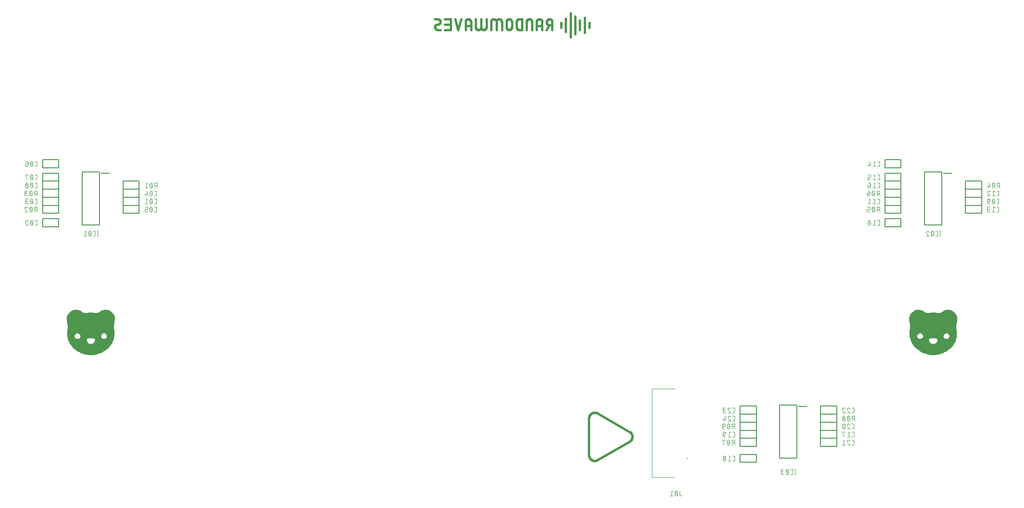
<source format=gbr>
G04 EAGLE Gerber RS-274X export*
G75*
%MOMM*%
%FSLAX34Y34*%
%LPD*%
%INSilkscreen Bottom*%
%IPPOS*%
%AMOC8*
5,1,8,0,0,1.08239X$1,22.5*%
G01*
%ADD10C,0.076200*%
%ADD11C,0.450000*%
%ADD12C,0.400000*%
%ADD13C,0.200000*%
%ADD14C,0.177800*%
%ADD15C,0.100000*%

G36*
X-782196Y-187014D02*
X-782196Y-187014D01*
X-782193Y-187017D01*
X-776621Y-186378D01*
X-776620Y-186377D01*
X-776618Y-186377D01*
X-776618Y-186376D01*
X-776616Y-186378D01*
X-772507Y-185480D01*
X-772505Y-185477D01*
X-772503Y-185479D01*
X-768488Y-184223D01*
X-768486Y-184220D01*
X-768484Y-184221D01*
X-764596Y-182612D01*
X-764594Y-182610D01*
X-764592Y-182611D01*
X-760865Y-180657D01*
X-760864Y-180653D01*
X-760861Y-180654D01*
X-757336Y-178360D01*
X-757335Y-178356D01*
X-757332Y-178357D01*
X-754047Y-175730D01*
X-754046Y-175726D01*
X-754044Y-175727D01*
X-751034Y-172786D01*
X-751033Y-172782D01*
X-751030Y-172782D01*
X-748335Y-169550D01*
X-748335Y-169546D01*
X-748332Y-169546D01*
X-745997Y-166048D01*
X-745998Y-166044D01*
X-745995Y-166043D01*
X-744061Y-162309D01*
X-744061Y-162307D01*
X-744062Y-162307D01*
X-744062Y-162305D01*
X-744059Y-162305D01*
X-742989Y-159657D01*
X-742990Y-159655D01*
X-742988Y-159654D01*
X-742127Y-156931D01*
X-742126Y-156930D01*
X-742127Y-156928D01*
X-742126Y-156928D01*
X-741453Y-153996D01*
X-741455Y-153994D01*
X-741453Y-153993D01*
X-741137Y-151956D01*
X-741138Y-151954D01*
X-741137Y-151953D01*
X-740937Y-149901D01*
X-740939Y-149899D01*
X-740937Y-149898D01*
X-740859Y-147906D01*
X-740860Y-147904D01*
X-740859Y-147903D01*
X-740891Y-145909D01*
X-740892Y-145908D01*
X-740891Y-145907D01*
X-740946Y-145066D01*
X-740948Y-145065D01*
X-740947Y-145064D01*
X-741036Y-144226D01*
X-741775Y-135575D01*
X-741718Y-131254D01*
X-741178Y-126967D01*
X-740954Y-125896D01*
X-740671Y-124837D01*
X-740672Y-124835D01*
X-740670Y-124835D01*
X-740083Y-122002D01*
X-740085Y-121996D01*
X-740082Y-121994D01*
X-739974Y-119102D01*
X-739978Y-119097D01*
X-739975Y-119094D01*
X-740350Y-116225D01*
X-740354Y-116221D01*
X-740352Y-116217D01*
X-741200Y-113451D01*
X-741205Y-113448D01*
X-741203Y-113444D01*
X-742499Y-110857D01*
X-742505Y-110854D01*
X-742504Y-110850D01*
X-744213Y-108516D01*
X-744219Y-108514D01*
X-744218Y-108510D01*
X-746293Y-106493D01*
X-746299Y-106492D01*
X-746299Y-106487D01*
X-748680Y-104844D01*
X-748686Y-104844D01*
X-748687Y-104840D01*
X-751308Y-103615D01*
X-751315Y-103617D01*
X-751316Y-103613D01*
X-754105Y-102842D01*
X-754111Y-102844D01*
X-754113Y-102841D01*
X-756991Y-102545D01*
X-756996Y-102548D01*
X-756999Y-102545D01*
X-759886Y-102733D01*
X-759891Y-102737D01*
X-759895Y-102734D01*
X-762710Y-103400D01*
X-762714Y-103405D01*
X-762718Y-103403D01*
X-765383Y-104528D01*
X-765386Y-104534D01*
X-765390Y-104532D01*
X-767831Y-106086D01*
X-767831Y-106087D01*
X-767832Y-106086D01*
X-769136Y-106956D01*
X-770535Y-107654D01*
X-772010Y-108172D01*
X-774318Y-108603D01*
X-776667Y-108615D01*
X-782207Y-107979D01*
X-782211Y-107981D01*
X-782213Y-107979D01*
X-787792Y-107979D01*
X-787796Y-107981D01*
X-787798Y-107979D01*
X-793338Y-108615D01*
X-795687Y-108603D01*
X-797996Y-108171D01*
X-799472Y-107654D01*
X-800872Y-106956D01*
X-802177Y-106086D01*
X-804618Y-104531D01*
X-804624Y-104531D01*
X-804625Y-104527D01*
X-807291Y-103400D01*
X-807297Y-103401D01*
X-807298Y-103397D01*
X-810114Y-102730D01*
X-810120Y-102733D01*
X-810123Y-102729D01*
X-813010Y-102540D01*
X-813015Y-102543D01*
X-813019Y-102540D01*
X-815897Y-102835D01*
X-815902Y-102839D01*
X-815905Y-102837D01*
X-818695Y-103607D01*
X-818699Y-103612D01*
X-818703Y-103610D01*
X-821325Y-104834D01*
X-821328Y-104840D01*
X-821332Y-104838D01*
X-823714Y-106482D01*
X-823716Y-106488D01*
X-823720Y-106487D01*
X-825794Y-108505D01*
X-825795Y-108511D01*
X-825800Y-108511D01*
X-827509Y-110846D01*
X-827509Y-110853D01*
X-827513Y-110853D01*
X-828810Y-113441D01*
X-828809Y-113447D01*
X-828813Y-113448D01*
X-829660Y-116215D01*
X-829658Y-116221D01*
X-829661Y-116223D01*
X-829662Y-116223D01*
X-830037Y-119093D01*
X-830034Y-119098D01*
X-830037Y-119101D01*
X-829928Y-121993D01*
X-829924Y-121998D01*
X-829927Y-122001D01*
X-829338Y-124835D01*
X-829337Y-124836D01*
X-829338Y-124837D01*
X-829054Y-125896D01*
X-828827Y-126967D01*
X-828287Y-131254D01*
X-828231Y-135575D01*
X-828969Y-144226D01*
X-829058Y-145064D01*
X-829057Y-145065D01*
X-829058Y-145066D01*
X-829114Y-145907D01*
X-829113Y-145908D01*
X-829114Y-145909D01*
X-829147Y-147901D01*
X-829146Y-147903D01*
X-829147Y-147904D01*
X-829068Y-149895D01*
X-829066Y-149897D01*
X-829068Y-149898D01*
X-828869Y-151948D01*
X-828868Y-151949D01*
X-828869Y-151951D01*
X-828552Y-153986D01*
X-828551Y-153987D01*
X-828552Y-153988D01*
X-828246Y-155464D01*
X-828245Y-155465D01*
X-828246Y-155466D01*
X-827879Y-156929D01*
X-827877Y-156930D01*
X-827878Y-156931D01*
X-827020Y-159648D01*
X-827018Y-159650D01*
X-827019Y-159652D01*
X-825953Y-162294D01*
X-825950Y-162296D01*
X-825951Y-162298D01*
X-824017Y-166034D01*
X-824013Y-166036D01*
X-824014Y-166039D01*
X-821680Y-169539D01*
X-821676Y-169540D01*
X-821677Y-169543D01*
X-818982Y-172777D01*
X-818979Y-172778D01*
X-818979Y-172781D01*
X-815968Y-175723D01*
X-815965Y-175724D01*
X-815965Y-175727D01*
X-812678Y-178353D01*
X-812675Y-178353D01*
X-812674Y-178356D01*
X-809148Y-180651D01*
X-809145Y-180651D01*
X-809144Y-180653D01*
X-805417Y-182608D01*
X-805414Y-182608D01*
X-805413Y-182610D01*
X-801524Y-184221D01*
X-801521Y-184221D01*
X-801520Y-184223D01*
X-797505Y-185478D01*
X-797501Y-185477D01*
X-797500Y-185479D01*
X-793390Y-186377D01*
X-793387Y-186376D01*
X-793387Y-186377D01*
X-793386Y-186377D01*
X-793385Y-186378D01*
X-787813Y-187017D01*
X-787809Y-187014D01*
X-787808Y-187017D01*
X-782199Y-187017D01*
X-782196Y-187014D01*
G37*
G36*
X787808Y-187017D02*
X787808Y-187017D01*
X787811Y-187014D01*
X787813Y-187017D01*
X793385Y-186378D01*
X793387Y-186377D01*
X793388Y-186376D01*
X793390Y-186377D01*
X797500Y-185479D01*
X797503Y-185477D01*
X797505Y-185478D01*
X801520Y-184223D01*
X801522Y-184220D01*
X801524Y-184221D01*
X805413Y-182610D01*
X805415Y-182607D01*
X805417Y-182608D01*
X809144Y-180653D01*
X809146Y-180650D01*
X809148Y-180651D01*
X812674Y-178356D01*
X812676Y-178352D01*
X812678Y-178353D01*
X815965Y-175727D01*
X815966Y-175723D01*
X815968Y-175723D01*
X818979Y-172781D01*
X818980Y-172777D01*
X818982Y-172777D01*
X821677Y-169543D01*
X821677Y-169539D01*
X821680Y-169539D01*
X824014Y-166039D01*
X824014Y-166035D01*
X824017Y-166034D01*
X825951Y-162298D01*
X825950Y-162295D01*
X825953Y-162294D01*
X827019Y-159652D01*
X827018Y-159649D01*
X827020Y-159648D01*
X827878Y-156931D01*
X827879Y-156930D01*
X827878Y-156929D01*
X827879Y-156929D01*
X828246Y-155466D01*
X828245Y-155465D01*
X828246Y-155464D01*
X828552Y-153988D01*
X828551Y-153986D01*
X828552Y-153986D01*
X828869Y-151951D01*
X828868Y-151949D01*
X828869Y-151948D01*
X829068Y-149898D01*
X829066Y-149896D01*
X829068Y-149895D01*
X829147Y-147904D01*
X829146Y-147902D01*
X829147Y-147901D01*
X829114Y-145909D01*
X829113Y-145908D01*
X829114Y-145907D01*
X829058Y-145066D01*
X829057Y-145065D01*
X829058Y-145064D01*
X828969Y-144226D01*
X828231Y-135575D01*
X828287Y-131254D01*
X828827Y-126967D01*
X829054Y-125896D01*
X829079Y-125804D01*
X829092Y-125755D01*
X829132Y-125607D01*
X829145Y-125558D01*
X829158Y-125508D01*
X829185Y-125410D01*
X829198Y-125361D01*
X829211Y-125311D01*
X829250Y-125164D01*
X829264Y-125114D01*
X829303Y-124967D01*
X829316Y-124917D01*
X829338Y-124837D01*
X829337Y-124835D01*
X829338Y-124835D01*
X829927Y-122001D01*
X829925Y-121996D01*
X829928Y-121993D01*
X830037Y-119101D01*
X830033Y-119096D01*
X830037Y-119093D01*
X829662Y-116223D01*
X829658Y-116219D01*
X829660Y-116215D01*
X828813Y-113448D01*
X828808Y-113445D01*
X828810Y-113441D01*
X827513Y-110853D01*
X827508Y-110851D01*
X827509Y-110846D01*
X825800Y-108511D01*
X825794Y-108510D01*
X825794Y-108505D01*
X823720Y-106487D01*
X823714Y-106487D01*
X823714Y-106482D01*
X821332Y-104838D01*
X821326Y-104838D01*
X821325Y-104834D01*
X818703Y-103610D01*
X818697Y-103611D01*
X818695Y-103607D01*
X815905Y-102837D01*
X815900Y-102839D01*
X815897Y-102835D01*
X813019Y-102540D01*
X813013Y-102543D01*
X813010Y-102540D01*
X810123Y-102729D01*
X810118Y-102733D01*
X810114Y-102730D01*
X807298Y-103397D01*
X807295Y-103402D01*
X807291Y-103400D01*
X804625Y-104527D01*
X804622Y-104532D01*
X804618Y-104531D01*
X802177Y-106086D01*
X802177Y-106087D01*
X802177Y-106086D01*
X800872Y-106956D01*
X799472Y-107654D01*
X797996Y-108171D01*
X795687Y-108603D01*
X793338Y-108615D01*
X787798Y-107979D01*
X787794Y-107981D01*
X787792Y-107979D01*
X782213Y-107979D01*
X782209Y-107981D01*
X782207Y-107979D01*
X776667Y-108615D01*
X774318Y-108603D01*
X772010Y-108172D01*
X770535Y-107654D01*
X769136Y-106956D01*
X767832Y-106086D01*
X767831Y-106087D01*
X767831Y-106086D01*
X765390Y-104532D01*
X765384Y-104533D01*
X765383Y-104528D01*
X762718Y-103403D01*
X762712Y-103404D01*
X762710Y-103400D01*
X759895Y-102734D01*
X759889Y-102737D01*
X759886Y-102733D01*
X756999Y-102545D01*
X756994Y-102548D01*
X756991Y-102545D01*
X754113Y-102841D01*
X754108Y-102845D01*
X754105Y-102842D01*
X751316Y-103613D01*
X751312Y-103618D01*
X751308Y-103615D01*
X748687Y-104840D01*
X748684Y-104845D01*
X748680Y-104844D01*
X746299Y-106487D01*
X746297Y-106493D01*
X746293Y-106493D01*
X744218Y-108510D01*
X744217Y-108516D01*
X744213Y-108516D01*
X742504Y-110850D01*
X742504Y-110856D01*
X742499Y-110857D01*
X741203Y-113444D01*
X741204Y-113450D01*
X741200Y-113451D01*
X740352Y-116217D01*
X740353Y-116221D01*
X740351Y-116223D01*
X740352Y-116224D01*
X740350Y-116225D01*
X739975Y-119094D01*
X739978Y-119099D01*
X739974Y-119102D01*
X740082Y-121994D01*
X740086Y-121998D01*
X740083Y-122002D01*
X740670Y-124835D01*
X740672Y-124836D01*
X740671Y-124837D01*
X740954Y-125896D01*
X741178Y-126967D01*
X741718Y-131254D01*
X741775Y-135575D01*
X741036Y-144226D01*
X740947Y-145064D01*
X740947Y-145065D01*
X740946Y-145066D01*
X740891Y-145907D01*
X740892Y-145908D01*
X740891Y-145909D01*
X740859Y-147903D01*
X740860Y-147905D01*
X740859Y-147906D01*
X740937Y-149898D01*
X740939Y-149900D01*
X740937Y-149901D01*
X741137Y-151953D01*
X741138Y-151955D01*
X741137Y-151956D01*
X741453Y-153993D01*
X741455Y-153995D01*
X741453Y-153996D01*
X742126Y-156928D01*
X742128Y-156930D01*
X742127Y-156931D01*
X742988Y-159654D01*
X742990Y-159656D01*
X742989Y-159657D01*
X744059Y-162305D01*
X744062Y-162306D01*
X744061Y-162309D01*
X745995Y-166043D01*
X745998Y-166045D01*
X745997Y-166048D01*
X748332Y-169546D01*
X748336Y-169547D01*
X748335Y-169550D01*
X751030Y-172782D01*
X751034Y-172783D01*
X751034Y-172786D01*
X754044Y-175727D01*
X754047Y-175727D01*
X754047Y-175730D01*
X757332Y-178357D01*
X757336Y-178357D01*
X757336Y-178360D01*
X760861Y-180654D01*
X760865Y-180654D01*
X760865Y-180657D01*
X764592Y-182611D01*
X764595Y-182610D01*
X764596Y-182612D01*
X768484Y-184221D01*
X768487Y-184221D01*
X768488Y-184223D01*
X772503Y-185479D01*
X772506Y-185477D01*
X772507Y-185480D01*
X776616Y-186378D01*
X776618Y-186377D01*
X776620Y-186377D01*
X776621Y-186378D01*
X782193Y-187017D01*
X782197Y-187015D01*
X782199Y-187017D01*
X787808Y-187017D01*
G37*
%LPC*%
G36*
X784200Y-166316D02*
X784200Y-166316D01*
X782624Y-165990D01*
X781148Y-165350D01*
X779832Y-164424D01*
X778732Y-163251D01*
X777893Y-161878D01*
X777350Y-160364D01*
X777125Y-158771D01*
X777158Y-158270D01*
X777291Y-157787D01*
X777521Y-157341D01*
X777836Y-156952D01*
X778344Y-156560D01*
X778937Y-156313D01*
X779576Y-156229D01*
X790429Y-156229D01*
X791068Y-156313D01*
X791661Y-156560D01*
X792169Y-156952D01*
X792572Y-157485D01*
X792816Y-158106D01*
X792883Y-158771D01*
X792659Y-160364D01*
X792116Y-161878D01*
X791276Y-163251D01*
X790176Y-164424D01*
X788860Y-165350D01*
X787384Y-165990D01*
X785809Y-166316D01*
X784200Y-166316D01*
G37*
%LPD*%
%LPC*%
G36*
X-785809Y-166316D02*
X-785809Y-166316D01*
X-787384Y-165990D01*
X-788860Y-165350D01*
X-790176Y-164424D01*
X-791276Y-163251D01*
X-792116Y-161878D01*
X-792659Y-160364D01*
X-792883Y-158771D01*
X-792816Y-158106D01*
X-792572Y-157485D01*
X-792169Y-156952D01*
X-791661Y-156560D01*
X-791068Y-156313D01*
X-790429Y-156229D01*
X-779576Y-156229D01*
X-778937Y-156313D01*
X-778344Y-156560D01*
X-777836Y-156952D01*
X-777521Y-157341D01*
X-777291Y-157787D01*
X-777158Y-158270D01*
X-777125Y-158771D01*
X-777350Y-160364D01*
X-777893Y-161878D01*
X-778732Y-163251D01*
X-779832Y-164424D01*
X-781148Y-165350D01*
X-782624Y-165990D01*
X-784200Y-166316D01*
X-785809Y-166316D01*
G37*
%LPD*%
%LPC*%
G36*
X-810575Y-157122D02*
X-810575Y-157122D01*
X-811500Y-156870D01*
X-812582Y-156327D01*
X-813517Y-155559D01*
X-814259Y-154603D01*
X-814770Y-153506D01*
X-815027Y-152324D01*
X-815015Y-151114D01*
X-814737Y-149936D01*
X-814204Y-148849D01*
X-813445Y-147907D01*
X-812495Y-147157D01*
X-811404Y-146635D01*
X-810224Y-146367D01*
X-809013Y-146367D01*
X-807833Y-146635D01*
X-806742Y-147157D01*
X-805792Y-147907D01*
X-805033Y-148849D01*
X-804501Y-149936D01*
X-804222Y-151114D01*
X-804210Y-152324D01*
X-804467Y-153506D01*
X-804978Y-154603D01*
X-805720Y-155559D01*
X-806655Y-156327D01*
X-807737Y-156870D01*
X-808663Y-157122D01*
X-809619Y-157206D01*
X-810575Y-157122D01*
G37*
%LPD*%
%LPC*%
G36*
X808663Y-157122D02*
X808663Y-157122D01*
X807737Y-156870D01*
X806655Y-156327D01*
X805720Y-155559D01*
X804978Y-154603D01*
X804467Y-153506D01*
X804210Y-152324D01*
X804222Y-151114D01*
X804501Y-149936D01*
X805033Y-148849D01*
X805792Y-147907D01*
X806742Y-147157D01*
X807833Y-146635D01*
X809013Y-146367D01*
X810224Y-146367D01*
X811404Y-146635D01*
X812495Y-147157D01*
X813445Y-147907D01*
X814204Y-148849D01*
X814737Y-149936D01*
X815015Y-151114D01*
X815027Y-152324D01*
X814770Y-153506D01*
X814259Y-154603D01*
X813517Y-155559D01*
X812582Y-156327D01*
X811500Y-156870D01*
X810575Y-157122D01*
X809619Y-157206D01*
X808663Y-157122D01*
G37*
%LPD*%
%LPC*%
G36*
X-761343Y-157122D02*
X-761343Y-157122D01*
X-762269Y-156870D01*
X-763350Y-156328D01*
X-764283Y-155560D01*
X-765024Y-154604D01*
X-765535Y-153508D01*
X-765791Y-152327D01*
X-765779Y-151118D01*
X-765501Y-149941D01*
X-764969Y-148856D01*
X-764210Y-147914D01*
X-763261Y-147165D01*
X-762170Y-146643D01*
X-760991Y-146376D01*
X-759782Y-146376D01*
X-758603Y-146643D01*
X-757513Y-147165D01*
X-756564Y-147914D01*
X-755805Y-148856D01*
X-755273Y-149941D01*
X-754994Y-151118D01*
X-754983Y-152327D01*
X-755239Y-153508D01*
X-755749Y-154604D01*
X-756490Y-155560D01*
X-757424Y-156328D01*
X-758505Y-156870D01*
X-759431Y-157122D01*
X-760387Y-157207D01*
X-761343Y-157122D01*
G37*
%LPD*%
%LPC*%
G36*
X759431Y-157122D02*
X759431Y-157122D01*
X758505Y-156870D01*
X757424Y-156328D01*
X756490Y-155560D01*
X755749Y-154604D01*
X755239Y-153508D01*
X754983Y-152327D01*
X754994Y-151118D01*
X755273Y-149941D01*
X755805Y-148856D01*
X756564Y-147914D01*
X757513Y-147165D01*
X758603Y-146643D01*
X759782Y-146376D01*
X760991Y-146376D01*
X762170Y-146643D01*
X763261Y-147165D01*
X764210Y-147914D01*
X764969Y-148856D01*
X765501Y-149941D01*
X765779Y-151118D01*
X765791Y-152327D01*
X765535Y-153508D01*
X765024Y-154604D01*
X764283Y-155560D01*
X763350Y-156328D01*
X762269Y-156870D01*
X761343Y-157122D01*
X760387Y-157207D01*
X759431Y-157122D01*
G37*
%LPD*%
D10*
X-661543Y125381D02*
X-661543Y134619D01*
X-664110Y134619D01*
X-664209Y134617D01*
X-664309Y134611D01*
X-664408Y134602D01*
X-664506Y134588D01*
X-664604Y134571D01*
X-664702Y134550D01*
X-664798Y134525D01*
X-664893Y134496D01*
X-664988Y134464D01*
X-665080Y134428D01*
X-665172Y134389D01*
X-665262Y134346D01*
X-665350Y134300D01*
X-665436Y134250D01*
X-665520Y134197D01*
X-665602Y134141D01*
X-665682Y134081D01*
X-665759Y134019D01*
X-665834Y133953D01*
X-665907Y133885D01*
X-665976Y133814D01*
X-666043Y133740D01*
X-666107Y133664D01*
X-666168Y133585D01*
X-666226Y133504D01*
X-666281Y133421D01*
X-666332Y133336D01*
X-666380Y133249D01*
X-666425Y133160D01*
X-666466Y133069D01*
X-666504Y132977D01*
X-666538Y132884D01*
X-666568Y132789D01*
X-666595Y132693D01*
X-666618Y132596D01*
X-666637Y132499D01*
X-666652Y132400D01*
X-666664Y132301D01*
X-666672Y132202D01*
X-666676Y132103D01*
X-666676Y132003D01*
X-666672Y131904D01*
X-666664Y131805D01*
X-666652Y131706D01*
X-666637Y131607D01*
X-666618Y131510D01*
X-666595Y131413D01*
X-666568Y131317D01*
X-666538Y131222D01*
X-666504Y131129D01*
X-666466Y131037D01*
X-666425Y130946D01*
X-666380Y130857D01*
X-666332Y130770D01*
X-666281Y130685D01*
X-666226Y130602D01*
X-666168Y130521D01*
X-666107Y130442D01*
X-666043Y130366D01*
X-665976Y130292D01*
X-665907Y130221D01*
X-665834Y130153D01*
X-665759Y130087D01*
X-665682Y130025D01*
X-665602Y129965D01*
X-665520Y129909D01*
X-665436Y129856D01*
X-665350Y129806D01*
X-665262Y129760D01*
X-665172Y129717D01*
X-665080Y129678D01*
X-664988Y129642D01*
X-664893Y129610D01*
X-664798Y129581D01*
X-664702Y129556D01*
X-664604Y129535D01*
X-664506Y129518D01*
X-664408Y129504D01*
X-664309Y129495D01*
X-664209Y129489D01*
X-664110Y129487D01*
X-661543Y129487D01*
X-664623Y129487D02*
X-666676Y125381D01*
X-670487Y130000D02*
X-670489Y130182D01*
X-670496Y130363D01*
X-670507Y130545D01*
X-670522Y130726D01*
X-670541Y130907D01*
X-670565Y131087D01*
X-670593Y131266D01*
X-670625Y131445D01*
X-670662Y131623D01*
X-670703Y131800D01*
X-670748Y131976D01*
X-670797Y132151D01*
X-670851Y132325D01*
X-670908Y132497D01*
X-670970Y132668D01*
X-671036Y132838D01*
X-671105Y133006D01*
X-671179Y133172D01*
X-671257Y133336D01*
X-671286Y133415D01*
X-671318Y133492D01*
X-671354Y133569D01*
X-671393Y133643D01*
X-671436Y133716D01*
X-671482Y133786D01*
X-671530Y133855D01*
X-671582Y133921D01*
X-671637Y133985D01*
X-671694Y134047D01*
X-671754Y134105D01*
X-671817Y134162D01*
X-671882Y134215D01*
X-671949Y134265D01*
X-672019Y134313D01*
X-672090Y134357D01*
X-672164Y134398D01*
X-672239Y134436D01*
X-672316Y134470D01*
X-672394Y134501D01*
X-672473Y134528D01*
X-672554Y134552D01*
X-672636Y134573D01*
X-672718Y134589D01*
X-672801Y134602D01*
X-672885Y134612D01*
X-672969Y134617D01*
X-673053Y134619D01*
X-673137Y134617D01*
X-673221Y134612D01*
X-673305Y134602D01*
X-673388Y134589D01*
X-673470Y134573D01*
X-673552Y134552D01*
X-673633Y134528D01*
X-673712Y134501D01*
X-673790Y134470D01*
X-673867Y134436D01*
X-673942Y134398D01*
X-674016Y134357D01*
X-674087Y134313D01*
X-674157Y134265D01*
X-674224Y134215D01*
X-674289Y134162D01*
X-674352Y134105D01*
X-674412Y134046D01*
X-674469Y133985D01*
X-674524Y133921D01*
X-674576Y133855D01*
X-674624Y133786D01*
X-674670Y133716D01*
X-674713Y133643D01*
X-674752Y133568D01*
X-674788Y133492D01*
X-674820Y133415D01*
X-674849Y133336D01*
X-674927Y133172D01*
X-675001Y133006D01*
X-675070Y132838D01*
X-675136Y132668D01*
X-675198Y132497D01*
X-675255Y132325D01*
X-675309Y132151D01*
X-675358Y131976D01*
X-675403Y131800D01*
X-675444Y131623D01*
X-675481Y131445D01*
X-675513Y131266D01*
X-675541Y131087D01*
X-675565Y130907D01*
X-675584Y130726D01*
X-675599Y130545D01*
X-675610Y130363D01*
X-675617Y130182D01*
X-675619Y130000D01*
X-670487Y130000D02*
X-670489Y129818D01*
X-670496Y129637D01*
X-670507Y129455D01*
X-670522Y129274D01*
X-670541Y129093D01*
X-670565Y128913D01*
X-670593Y128734D01*
X-670625Y128555D01*
X-670662Y128377D01*
X-670703Y128200D01*
X-670748Y128024D01*
X-670797Y127849D01*
X-670851Y127675D01*
X-670908Y127503D01*
X-670970Y127332D01*
X-671036Y127162D01*
X-671105Y126995D01*
X-671179Y126828D01*
X-671257Y126664D01*
X-671286Y126585D01*
X-671318Y126508D01*
X-671354Y126431D01*
X-671393Y126357D01*
X-671436Y126284D01*
X-671482Y126214D01*
X-671530Y126145D01*
X-671582Y126079D01*
X-671637Y126015D01*
X-671694Y125953D01*
X-671754Y125895D01*
X-671817Y125838D01*
X-671882Y125785D01*
X-671949Y125735D01*
X-672019Y125687D01*
X-672090Y125643D01*
X-672164Y125602D01*
X-672239Y125564D01*
X-672316Y125530D01*
X-672394Y125499D01*
X-672473Y125472D01*
X-672554Y125448D01*
X-672636Y125427D01*
X-672718Y125411D01*
X-672801Y125398D01*
X-672885Y125388D01*
X-672969Y125383D01*
X-673053Y125381D01*
X-674849Y126664D02*
X-674927Y126828D01*
X-675001Y126994D01*
X-675070Y127162D01*
X-675136Y127332D01*
X-675198Y127503D01*
X-675255Y127675D01*
X-675309Y127849D01*
X-675358Y128024D01*
X-675403Y128200D01*
X-675444Y128377D01*
X-675481Y128555D01*
X-675513Y128734D01*
X-675541Y128913D01*
X-675565Y129093D01*
X-675584Y129274D01*
X-675599Y129455D01*
X-675610Y129637D01*
X-675617Y129818D01*
X-675619Y130000D01*
X-674849Y126664D02*
X-674820Y126585D01*
X-674788Y126508D01*
X-674752Y126431D01*
X-674713Y126357D01*
X-674670Y126284D01*
X-674624Y126214D01*
X-674576Y126145D01*
X-674524Y126079D01*
X-674469Y126015D01*
X-674412Y125953D01*
X-674352Y125895D01*
X-674289Y125838D01*
X-674224Y125785D01*
X-674157Y125735D01*
X-674087Y125687D01*
X-674016Y125643D01*
X-673942Y125602D01*
X-673867Y125564D01*
X-673790Y125530D01*
X-673712Y125499D01*
X-673633Y125472D01*
X-673552Y125448D01*
X-673470Y125427D01*
X-673388Y125411D01*
X-673305Y125398D01*
X-673221Y125388D01*
X-673137Y125383D01*
X-673053Y125381D01*
X-671000Y127434D02*
X-675106Y132566D01*
X-679487Y132566D02*
X-682053Y134619D01*
X-682053Y125381D01*
X-679487Y125381D02*
X-684619Y125381D01*
X-667067Y110381D02*
X-665014Y110381D01*
X-664924Y110383D01*
X-664835Y110389D01*
X-664746Y110399D01*
X-664658Y110412D01*
X-664570Y110430D01*
X-664483Y110451D01*
X-664397Y110476D01*
X-664312Y110505D01*
X-664228Y110537D01*
X-664146Y110573D01*
X-664066Y110613D01*
X-663988Y110656D01*
X-663911Y110703D01*
X-663836Y110752D01*
X-663764Y110805D01*
X-663694Y110861D01*
X-663627Y110920D01*
X-663562Y110982D01*
X-663500Y111047D01*
X-663441Y111114D01*
X-663385Y111184D01*
X-663332Y111256D01*
X-663283Y111331D01*
X-663236Y111408D01*
X-663193Y111486D01*
X-663153Y111566D01*
X-663117Y111648D01*
X-663085Y111732D01*
X-663056Y111817D01*
X-663031Y111903D01*
X-663010Y111990D01*
X-662992Y112078D01*
X-662979Y112166D01*
X-662969Y112255D01*
X-662963Y112344D01*
X-662961Y112434D01*
X-662961Y117566D01*
X-662963Y117656D01*
X-662969Y117745D01*
X-662979Y117834D01*
X-662992Y117922D01*
X-663010Y118010D01*
X-663031Y118097D01*
X-663056Y118183D01*
X-663085Y118268D01*
X-663117Y118352D01*
X-663153Y118434D01*
X-663193Y118514D01*
X-663236Y118592D01*
X-663283Y118669D01*
X-663332Y118744D01*
X-663385Y118816D01*
X-663441Y118886D01*
X-663500Y118953D01*
X-663562Y119018D01*
X-663627Y119080D01*
X-663694Y119139D01*
X-663764Y119195D01*
X-663836Y119248D01*
X-663911Y119297D01*
X-663987Y119344D01*
X-664066Y119387D01*
X-664146Y119427D01*
X-664228Y119463D01*
X-664312Y119495D01*
X-664397Y119524D01*
X-664483Y119549D01*
X-664570Y119570D01*
X-664657Y119588D01*
X-664746Y119601D01*
X-664835Y119611D01*
X-664924Y119617D01*
X-665014Y119619D01*
X-667067Y119619D01*
X-671257Y118336D02*
X-671179Y118172D01*
X-671105Y118006D01*
X-671036Y117838D01*
X-670970Y117668D01*
X-670908Y117497D01*
X-670851Y117325D01*
X-670797Y117151D01*
X-670748Y116976D01*
X-670703Y116800D01*
X-670662Y116623D01*
X-670625Y116445D01*
X-670593Y116266D01*
X-670565Y116087D01*
X-670541Y115907D01*
X-670522Y115726D01*
X-670507Y115545D01*
X-670496Y115363D01*
X-670489Y115182D01*
X-670487Y115000D01*
X-671257Y118336D02*
X-671286Y118415D01*
X-671318Y118492D01*
X-671354Y118569D01*
X-671393Y118643D01*
X-671436Y118716D01*
X-671482Y118786D01*
X-671530Y118855D01*
X-671582Y118921D01*
X-671637Y118985D01*
X-671694Y119047D01*
X-671754Y119105D01*
X-671817Y119162D01*
X-671882Y119215D01*
X-671949Y119265D01*
X-672019Y119313D01*
X-672090Y119357D01*
X-672164Y119398D01*
X-672239Y119436D01*
X-672316Y119470D01*
X-672394Y119501D01*
X-672473Y119528D01*
X-672554Y119552D01*
X-672636Y119573D01*
X-672718Y119589D01*
X-672801Y119602D01*
X-672885Y119612D01*
X-672969Y119617D01*
X-673053Y119619D01*
X-673137Y119617D01*
X-673221Y119612D01*
X-673305Y119602D01*
X-673388Y119589D01*
X-673470Y119573D01*
X-673552Y119552D01*
X-673633Y119528D01*
X-673712Y119501D01*
X-673790Y119470D01*
X-673867Y119436D01*
X-673942Y119398D01*
X-674016Y119357D01*
X-674087Y119313D01*
X-674157Y119265D01*
X-674224Y119215D01*
X-674289Y119162D01*
X-674352Y119105D01*
X-674412Y119046D01*
X-674469Y118985D01*
X-674524Y118921D01*
X-674576Y118855D01*
X-674624Y118786D01*
X-674670Y118716D01*
X-674713Y118643D01*
X-674752Y118568D01*
X-674788Y118492D01*
X-674820Y118415D01*
X-674849Y118336D01*
X-674927Y118172D01*
X-675001Y118006D01*
X-675070Y117838D01*
X-675136Y117668D01*
X-675198Y117497D01*
X-675255Y117325D01*
X-675309Y117151D01*
X-675358Y116976D01*
X-675403Y116800D01*
X-675444Y116623D01*
X-675481Y116445D01*
X-675513Y116266D01*
X-675541Y116087D01*
X-675565Y115907D01*
X-675584Y115726D01*
X-675599Y115545D01*
X-675610Y115363D01*
X-675617Y115182D01*
X-675619Y115000D01*
X-670487Y115000D02*
X-670489Y114818D01*
X-670496Y114637D01*
X-670507Y114455D01*
X-670522Y114274D01*
X-670541Y114093D01*
X-670565Y113913D01*
X-670593Y113734D01*
X-670625Y113555D01*
X-670662Y113377D01*
X-670703Y113200D01*
X-670748Y113024D01*
X-670797Y112849D01*
X-670851Y112675D01*
X-670908Y112503D01*
X-670970Y112332D01*
X-671036Y112162D01*
X-671105Y111995D01*
X-671179Y111828D01*
X-671257Y111664D01*
X-671286Y111585D01*
X-671318Y111508D01*
X-671354Y111431D01*
X-671393Y111357D01*
X-671436Y111284D01*
X-671482Y111214D01*
X-671530Y111145D01*
X-671582Y111079D01*
X-671637Y111015D01*
X-671694Y110953D01*
X-671754Y110895D01*
X-671817Y110838D01*
X-671882Y110785D01*
X-671949Y110735D01*
X-672019Y110687D01*
X-672090Y110643D01*
X-672164Y110602D01*
X-672239Y110564D01*
X-672316Y110530D01*
X-672394Y110499D01*
X-672473Y110472D01*
X-672554Y110448D01*
X-672636Y110427D01*
X-672718Y110411D01*
X-672801Y110398D01*
X-672885Y110388D01*
X-672969Y110383D01*
X-673053Y110381D01*
X-674849Y111664D02*
X-674927Y111828D01*
X-675001Y111994D01*
X-675070Y112162D01*
X-675136Y112332D01*
X-675198Y112503D01*
X-675255Y112675D01*
X-675309Y112849D01*
X-675358Y113024D01*
X-675403Y113200D01*
X-675444Y113377D01*
X-675481Y113555D01*
X-675513Y113734D01*
X-675541Y113913D01*
X-675565Y114093D01*
X-675584Y114274D01*
X-675599Y114455D01*
X-675610Y114637D01*
X-675617Y114818D01*
X-675619Y115000D01*
X-674849Y111664D02*
X-674820Y111585D01*
X-674788Y111508D01*
X-674752Y111431D01*
X-674713Y111357D01*
X-674670Y111284D01*
X-674624Y111214D01*
X-674576Y111145D01*
X-674524Y111079D01*
X-674469Y111015D01*
X-674412Y110953D01*
X-674352Y110895D01*
X-674289Y110838D01*
X-674224Y110785D01*
X-674157Y110735D01*
X-674087Y110687D01*
X-674016Y110643D01*
X-673942Y110602D01*
X-673867Y110564D01*
X-673790Y110530D01*
X-673712Y110499D01*
X-673633Y110472D01*
X-673552Y110448D01*
X-673470Y110427D01*
X-673388Y110411D01*
X-673305Y110398D01*
X-673221Y110388D01*
X-673137Y110383D01*
X-673053Y110381D01*
X-671000Y112434D02*
X-675106Y117566D01*
X-679487Y112434D02*
X-681540Y119619D01*
X-679487Y112434D02*
X-684619Y112434D01*
X-683079Y114487D02*
X-683079Y110381D01*
X-667067Y95381D02*
X-665014Y95381D01*
X-664924Y95383D01*
X-664835Y95389D01*
X-664746Y95399D01*
X-664658Y95412D01*
X-664570Y95430D01*
X-664483Y95451D01*
X-664397Y95476D01*
X-664312Y95505D01*
X-664228Y95537D01*
X-664146Y95573D01*
X-664066Y95613D01*
X-663988Y95656D01*
X-663911Y95703D01*
X-663836Y95752D01*
X-663764Y95805D01*
X-663694Y95861D01*
X-663627Y95920D01*
X-663562Y95982D01*
X-663500Y96047D01*
X-663441Y96114D01*
X-663385Y96184D01*
X-663332Y96256D01*
X-663283Y96331D01*
X-663236Y96408D01*
X-663193Y96486D01*
X-663153Y96566D01*
X-663117Y96648D01*
X-663085Y96732D01*
X-663056Y96817D01*
X-663031Y96903D01*
X-663010Y96990D01*
X-662992Y97078D01*
X-662979Y97166D01*
X-662969Y97255D01*
X-662963Y97344D01*
X-662961Y97434D01*
X-662961Y102566D01*
X-662963Y102656D01*
X-662969Y102745D01*
X-662979Y102834D01*
X-662992Y102922D01*
X-663010Y103010D01*
X-663031Y103097D01*
X-663056Y103183D01*
X-663085Y103268D01*
X-663117Y103352D01*
X-663153Y103434D01*
X-663193Y103514D01*
X-663236Y103592D01*
X-663283Y103669D01*
X-663332Y103744D01*
X-663385Y103816D01*
X-663441Y103886D01*
X-663500Y103953D01*
X-663562Y104018D01*
X-663627Y104080D01*
X-663694Y104139D01*
X-663764Y104195D01*
X-663836Y104248D01*
X-663911Y104297D01*
X-663987Y104344D01*
X-664066Y104387D01*
X-664146Y104427D01*
X-664228Y104463D01*
X-664312Y104495D01*
X-664397Y104524D01*
X-664483Y104549D01*
X-664570Y104570D01*
X-664657Y104588D01*
X-664746Y104601D01*
X-664835Y104611D01*
X-664924Y104617D01*
X-665014Y104619D01*
X-667067Y104619D01*
X-671257Y103336D02*
X-671179Y103172D01*
X-671105Y103006D01*
X-671036Y102838D01*
X-670970Y102668D01*
X-670908Y102497D01*
X-670851Y102325D01*
X-670797Y102151D01*
X-670748Y101976D01*
X-670703Y101800D01*
X-670662Y101623D01*
X-670625Y101445D01*
X-670593Y101266D01*
X-670565Y101087D01*
X-670541Y100907D01*
X-670522Y100726D01*
X-670507Y100545D01*
X-670496Y100363D01*
X-670489Y100182D01*
X-670487Y100000D01*
X-671257Y103336D02*
X-671286Y103415D01*
X-671318Y103492D01*
X-671354Y103569D01*
X-671393Y103643D01*
X-671436Y103716D01*
X-671482Y103786D01*
X-671530Y103855D01*
X-671582Y103921D01*
X-671637Y103985D01*
X-671694Y104047D01*
X-671754Y104105D01*
X-671817Y104162D01*
X-671882Y104215D01*
X-671949Y104265D01*
X-672019Y104313D01*
X-672090Y104357D01*
X-672164Y104398D01*
X-672239Y104436D01*
X-672316Y104470D01*
X-672394Y104501D01*
X-672473Y104528D01*
X-672554Y104552D01*
X-672636Y104573D01*
X-672718Y104589D01*
X-672801Y104602D01*
X-672885Y104612D01*
X-672969Y104617D01*
X-673053Y104619D01*
X-673137Y104617D01*
X-673221Y104612D01*
X-673305Y104602D01*
X-673388Y104589D01*
X-673470Y104573D01*
X-673552Y104552D01*
X-673633Y104528D01*
X-673712Y104501D01*
X-673790Y104470D01*
X-673867Y104436D01*
X-673942Y104398D01*
X-674016Y104357D01*
X-674087Y104313D01*
X-674157Y104265D01*
X-674224Y104215D01*
X-674289Y104162D01*
X-674352Y104105D01*
X-674412Y104046D01*
X-674469Y103985D01*
X-674524Y103921D01*
X-674576Y103855D01*
X-674624Y103786D01*
X-674670Y103716D01*
X-674713Y103643D01*
X-674752Y103568D01*
X-674788Y103492D01*
X-674820Y103415D01*
X-674849Y103336D01*
X-674927Y103172D01*
X-675001Y103006D01*
X-675070Y102838D01*
X-675136Y102668D01*
X-675198Y102497D01*
X-675255Y102325D01*
X-675309Y102151D01*
X-675358Y101976D01*
X-675403Y101800D01*
X-675444Y101623D01*
X-675481Y101445D01*
X-675513Y101266D01*
X-675541Y101087D01*
X-675565Y100907D01*
X-675584Y100726D01*
X-675599Y100545D01*
X-675610Y100363D01*
X-675617Y100182D01*
X-675619Y100000D01*
X-670487Y100000D02*
X-670489Y99818D01*
X-670496Y99637D01*
X-670507Y99455D01*
X-670522Y99274D01*
X-670541Y99093D01*
X-670565Y98913D01*
X-670593Y98734D01*
X-670625Y98555D01*
X-670662Y98377D01*
X-670703Y98200D01*
X-670748Y98024D01*
X-670797Y97849D01*
X-670851Y97675D01*
X-670908Y97503D01*
X-670970Y97332D01*
X-671036Y97162D01*
X-671105Y96995D01*
X-671179Y96828D01*
X-671257Y96664D01*
X-671286Y96585D01*
X-671318Y96508D01*
X-671354Y96431D01*
X-671393Y96357D01*
X-671436Y96284D01*
X-671482Y96214D01*
X-671530Y96145D01*
X-671582Y96079D01*
X-671637Y96015D01*
X-671694Y95953D01*
X-671754Y95895D01*
X-671817Y95838D01*
X-671882Y95785D01*
X-671949Y95735D01*
X-672019Y95687D01*
X-672090Y95643D01*
X-672164Y95602D01*
X-672239Y95564D01*
X-672316Y95530D01*
X-672394Y95499D01*
X-672473Y95472D01*
X-672554Y95448D01*
X-672636Y95427D01*
X-672718Y95411D01*
X-672801Y95398D01*
X-672885Y95388D01*
X-672969Y95383D01*
X-673053Y95381D01*
X-674849Y96664D02*
X-674927Y96828D01*
X-675001Y96994D01*
X-675070Y97162D01*
X-675136Y97332D01*
X-675198Y97503D01*
X-675255Y97675D01*
X-675309Y97849D01*
X-675358Y98024D01*
X-675403Y98200D01*
X-675444Y98377D01*
X-675481Y98555D01*
X-675513Y98734D01*
X-675541Y98913D01*
X-675565Y99093D01*
X-675584Y99274D01*
X-675599Y99455D01*
X-675610Y99637D01*
X-675617Y99818D01*
X-675619Y100000D01*
X-674849Y96664D02*
X-674820Y96585D01*
X-674788Y96508D01*
X-674752Y96431D01*
X-674713Y96357D01*
X-674670Y96284D01*
X-674624Y96214D01*
X-674576Y96145D01*
X-674524Y96079D01*
X-674469Y96015D01*
X-674412Y95953D01*
X-674352Y95895D01*
X-674289Y95838D01*
X-674224Y95785D01*
X-674157Y95735D01*
X-674087Y95687D01*
X-674016Y95643D01*
X-673942Y95602D01*
X-673867Y95564D01*
X-673790Y95530D01*
X-673712Y95499D01*
X-673633Y95472D01*
X-673552Y95448D01*
X-673470Y95427D01*
X-673388Y95411D01*
X-673305Y95398D01*
X-673221Y95388D01*
X-673137Y95383D01*
X-673053Y95381D01*
X-671000Y97434D02*
X-675106Y102566D01*
X-679487Y102566D02*
X-682053Y104619D01*
X-682053Y95381D01*
X-679487Y95381D02*
X-684619Y95381D01*
X-667067Y80381D02*
X-665014Y80381D01*
X-664924Y80383D01*
X-664835Y80389D01*
X-664746Y80399D01*
X-664658Y80412D01*
X-664570Y80430D01*
X-664483Y80451D01*
X-664397Y80476D01*
X-664312Y80505D01*
X-664228Y80537D01*
X-664146Y80573D01*
X-664066Y80613D01*
X-663988Y80656D01*
X-663911Y80703D01*
X-663836Y80752D01*
X-663764Y80805D01*
X-663694Y80861D01*
X-663627Y80920D01*
X-663562Y80982D01*
X-663500Y81047D01*
X-663441Y81114D01*
X-663385Y81184D01*
X-663332Y81256D01*
X-663283Y81331D01*
X-663236Y81408D01*
X-663193Y81486D01*
X-663153Y81566D01*
X-663117Y81648D01*
X-663085Y81732D01*
X-663056Y81817D01*
X-663031Y81903D01*
X-663010Y81990D01*
X-662992Y82078D01*
X-662979Y82166D01*
X-662969Y82255D01*
X-662963Y82344D01*
X-662961Y82434D01*
X-662961Y87566D01*
X-662963Y87656D01*
X-662969Y87745D01*
X-662979Y87834D01*
X-662992Y87922D01*
X-663010Y88010D01*
X-663031Y88097D01*
X-663056Y88183D01*
X-663085Y88268D01*
X-663117Y88352D01*
X-663153Y88434D01*
X-663193Y88514D01*
X-663236Y88592D01*
X-663283Y88669D01*
X-663332Y88744D01*
X-663385Y88816D01*
X-663441Y88886D01*
X-663500Y88953D01*
X-663562Y89018D01*
X-663627Y89080D01*
X-663694Y89139D01*
X-663764Y89195D01*
X-663836Y89248D01*
X-663911Y89297D01*
X-663987Y89344D01*
X-664066Y89387D01*
X-664146Y89427D01*
X-664228Y89463D01*
X-664312Y89495D01*
X-664397Y89524D01*
X-664483Y89549D01*
X-664570Y89570D01*
X-664657Y89588D01*
X-664746Y89601D01*
X-664835Y89611D01*
X-664924Y89617D01*
X-665014Y89619D01*
X-667067Y89619D01*
X-671257Y88336D02*
X-671179Y88172D01*
X-671105Y88006D01*
X-671036Y87838D01*
X-670970Y87668D01*
X-670908Y87497D01*
X-670851Y87325D01*
X-670797Y87151D01*
X-670748Y86976D01*
X-670703Y86800D01*
X-670662Y86623D01*
X-670625Y86445D01*
X-670593Y86266D01*
X-670565Y86087D01*
X-670541Y85907D01*
X-670522Y85726D01*
X-670507Y85545D01*
X-670496Y85363D01*
X-670489Y85182D01*
X-670487Y85000D01*
X-671257Y88336D02*
X-671286Y88415D01*
X-671318Y88492D01*
X-671354Y88569D01*
X-671393Y88643D01*
X-671436Y88716D01*
X-671482Y88786D01*
X-671530Y88855D01*
X-671582Y88921D01*
X-671637Y88985D01*
X-671694Y89047D01*
X-671754Y89105D01*
X-671817Y89162D01*
X-671882Y89215D01*
X-671949Y89265D01*
X-672019Y89313D01*
X-672090Y89357D01*
X-672164Y89398D01*
X-672239Y89436D01*
X-672316Y89470D01*
X-672394Y89501D01*
X-672473Y89528D01*
X-672554Y89552D01*
X-672636Y89573D01*
X-672718Y89589D01*
X-672801Y89602D01*
X-672885Y89612D01*
X-672969Y89617D01*
X-673053Y89619D01*
X-673137Y89617D01*
X-673221Y89612D01*
X-673305Y89602D01*
X-673388Y89589D01*
X-673470Y89573D01*
X-673552Y89552D01*
X-673633Y89528D01*
X-673712Y89501D01*
X-673790Y89470D01*
X-673867Y89436D01*
X-673942Y89398D01*
X-674016Y89357D01*
X-674087Y89313D01*
X-674157Y89265D01*
X-674224Y89215D01*
X-674289Y89162D01*
X-674352Y89105D01*
X-674412Y89046D01*
X-674469Y88985D01*
X-674524Y88921D01*
X-674576Y88855D01*
X-674624Y88786D01*
X-674670Y88716D01*
X-674713Y88643D01*
X-674752Y88568D01*
X-674788Y88492D01*
X-674820Y88415D01*
X-674849Y88336D01*
X-674927Y88172D01*
X-675001Y88006D01*
X-675070Y87838D01*
X-675136Y87668D01*
X-675198Y87497D01*
X-675255Y87325D01*
X-675309Y87151D01*
X-675358Y86976D01*
X-675403Y86800D01*
X-675444Y86623D01*
X-675481Y86445D01*
X-675513Y86266D01*
X-675541Y86087D01*
X-675565Y85907D01*
X-675584Y85726D01*
X-675599Y85545D01*
X-675610Y85363D01*
X-675617Y85182D01*
X-675619Y85000D01*
X-670487Y85000D02*
X-670489Y84818D01*
X-670496Y84637D01*
X-670507Y84455D01*
X-670522Y84274D01*
X-670541Y84093D01*
X-670565Y83913D01*
X-670593Y83734D01*
X-670625Y83555D01*
X-670662Y83377D01*
X-670703Y83200D01*
X-670748Y83024D01*
X-670797Y82849D01*
X-670851Y82675D01*
X-670908Y82503D01*
X-670970Y82332D01*
X-671036Y82162D01*
X-671105Y81995D01*
X-671179Y81828D01*
X-671257Y81664D01*
X-671286Y81585D01*
X-671318Y81508D01*
X-671354Y81431D01*
X-671393Y81357D01*
X-671436Y81284D01*
X-671482Y81214D01*
X-671530Y81145D01*
X-671582Y81079D01*
X-671637Y81015D01*
X-671694Y80953D01*
X-671754Y80895D01*
X-671817Y80838D01*
X-671882Y80785D01*
X-671949Y80735D01*
X-672019Y80687D01*
X-672090Y80643D01*
X-672164Y80602D01*
X-672239Y80564D01*
X-672316Y80530D01*
X-672394Y80499D01*
X-672473Y80472D01*
X-672554Y80448D01*
X-672636Y80427D01*
X-672718Y80411D01*
X-672801Y80398D01*
X-672885Y80388D01*
X-672969Y80383D01*
X-673053Y80381D01*
X-674849Y81664D02*
X-674927Y81828D01*
X-675001Y81994D01*
X-675070Y82162D01*
X-675136Y82332D01*
X-675198Y82503D01*
X-675255Y82675D01*
X-675309Y82849D01*
X-675358Y83024D01*
X-675403Y83200D01*
X-675444Y83377D01*
X-675481Y83555D01*
X-675513Y83734D01*
X-675541Y83913D01*
X-675565Y84093D01*
X-675584Y84274D01*
X-675599Y84455D01*
X-675610Y84637D01*
X-675617Y84818D01*
X-675619Y85000D01*
X-674849Y81664D02*
X-674820Y81585D01*
X-674788Y81508D01*
X-674752Y81431D01*
X-674713Y81357D01*
X-674670Y81284D01*
X-674624Y81214D01*
X-674576Y81145D01*
X-674524Y81079D01*
X-674469Y81015D01*
X-674412Y80953D01*
X-674352Y80895D01*
X-674289Y80838D01*
X-674224Y80785D01*
X-674157Y80735D01*
X-674087Y80687D01*
X-674016Y80643D01*
X-673942Y80602D01*
X-673867Y80564D01*
X-673790Y80530D01*
X-673712Y80499D01*
X-673633Y80472D01*
X-673552Y80448D01*
X-673470Y80427D01*
X-673388Y80411D01*
X-673305Y80398D01*
X-673221Y80388D01*
X-673137Y80383D01*
X-673053Y80381D01*
X-671000Y82434D02*
X-675106Y87566D01*
X-679487Y80381D02*
X-682566Y80381D01*
X-682656Y80383D01*
X-682745Y80389D01*
X-682834Y80399D01*
X-682922Y80412D01*
X-683010Y80430D01*
X-683097Y80451D01*
X-683183Y80476D01*
X-683268Y80505D01*
X-683352Y80537D01*
X-683434Y80573D01*
X-683514Y80613D01*
X-683592Y80656D01*
X-683669Y80703D01*
X-683744Y80752D01*
X-683816Y80805D01*
X-683886Y80861D01*
X-683953Y80920D01*
X-684018Y80982D01*
X-684080Y81047D01*
X-684139Y81114D01*
X-684195Y81184D01*
X-684248Y81256D01*
X-684297Y81331D01*
X-684344Y81407D01*
X-684387Y81486D01*
X-684427Y81566D01*
X-684463Y81648D01*
X-684495Y81732D01*
X-684524Y81817D01*
X-684549Y81903D01*
X-684570Y81990D01*
X-684588Y82077D01*
X-684601Y82166D01*
X-684611Y82255D01*
X-684617Y82344D01*
X-684619Y82434D01*
X-684619Y83460D01*
X-684617Y83550D01*
X-684611Y83639D01*
X-684601Y83728D01*
X-684588Y83816D01*
X-684570Y83904D01*
X-684549Y83991D01*
X-684524Y84077D01*
X-684495Y84162D01*
X-684463Y84246D01*
X-684427Y84328D01*
X-684387Y84408D01*
X-684344Y84487D01*
X-684297Y84563D01*
X-684248Y84638D01*
X-684195Y84710D01*
X-684139Y84780D01*
X-684080Y84847D01*
X-684018Y84912D01*
X-683953Y84974D01*
X-683886Y85033D01*
X-683816Y85089D01*
X-683744Y85142D01*
X-683669Y85191D01*
X-683593Y85238D01*
X-683514Y85281D01*
X-683434Y85321D01*
X-683352Y85357D01*
X-683268Y85389D01*
X-683183Y85418D01*
X-683097Y85443D01*
X-683010Y85464D01*
X-682922Y85482D01*
X-682834Y85495D01*
X-682745Y85505D01*
X-682656Y85511D01*
X-682566Y85513D01*
X-679487Y85513D01*
X-679487Y89619D01*
X-684619Y89619D01*
X-887434Y165381D02*
X-889487Y165381D01*
X-887434Y165381D02*
X-887344Y165383D01*
X-887255Y165389D01*
X-887166Y165399D01*
X-887078Y165412D01*
X-886990Y165430D01*
X-886903Y165451D01*
X-886817Y165476D01*
X-886732Y165505D01*
X-886648Y165537D01*
X-886566Y165573D01*
X-886486Y165613D01*
X-886408Y165656D01*
X-886331Y165703D01*
X-886256Y165752D01*
X-886184Y165805D01*
X-886114Y165861D01*
X-886047Y165920D01*
X-885982Y165982D01*
X-885920Y166047D01*
X-885861Y166114D01*
X-885805Y166184D01*
X-885752Y166256D01*
X-885703Y166331D01*
X-885656Y166408D01*
X-885613Y166486D01*
X-885573Y166566D01*
X-885537Y166648D01*
X-885505Y166732D01*
X-885476Y166817D01*
X-885451Y166903D01*
X-885430Y166990D01*
X-885412Y167078D01*
X-885399Y167166D01*
X-885389Y167255D01*
X-885383Y167344D01*
X-885381Y167434D01*
X-885381Y172566D01*
X-885383Y172656D01*
X-885389Y172745D01*
X-885399Y172834D01*
X-885412Y172922D01*
X-885430Y173010D01*
X-885451Y173097D01*
X-885476Y173183D01*
X-885505Y173268D01*
X-885537Y173352D01*
X-885573Y173434D01*
X-885613Y173514D01*
X-885656Y173592D01*
X-885703Y173669D01*
X-885752Y173744D01*
X-885805Y173816D01*
X-885861Y173886D01*
X-885920Y173953D01*
X-885982Y174018D01*
X-886047Y174080D01*
X-886114Y174139D01*
X-886184Y174195D01*
X-886256Y174248D01*
X-886331Y174297D01*
X-886407Y174344D01*
X-886486Y174387D01*
X-886566Y174427D01*
X-886648Y174463D01*
X-886732Y174495D01*
X-886817Y174524D01*
X-886903Y174549D01*
X-886990Y174570D01*
X-887077Y174588D01*
X-887166Y174601D01*
X-887255Y174611D01*
X-887344Y174617D01*
X-887434Y174619D01*
X-889487Y174619D01*
X-893676Y173336D02*
X-893598Y173172D01*
X-893524Y173006D01*
X-893455Y172838D01*
X-893389Y172668D01*
X-893327Y172497D01*
X-893270Y172325D01*
X-893216Y172151D01*
X-893167Y171976D01*
X-893122Y171800D01*
X-893081Y171623D01*
X-893044Y171445D01*
X-893012Y171266D01*
X-892984Y171087D01*
X-892960Y170907D01*
X-892941Y170726D01*
X-892926Y170545D01*
X-892915Y170363D01*
X-892908Y170182D01*
X-892906Y170000D01*
X-893677Y173336D02*
X-893706Y173415D01*
X-893738Y173492D01*
X-893774Y173569D01*
X-893813Y173643D01*
X-893856Y173716D01*
X-893902Y173786D01*
X-893950Y173855D01*
X-894002Y173921D01*
X-894057Y173985D01*
X-894114Y174047D01*
X-894174Y174105D01*
X-894237Y174162D01*
X-894302Y174215D01*
X-894369Y174265D01*
X-894439Y174313D01*
X-894510Y174357D01*
X-894584Y174398D01*
X-894659Y174436D01*
X-894736Y174470D01*
X-894814Y174501D01*
X-894893Y174528D01*
X-894974Y174552D01*
X-895056Y174573D01*
X-895138Y174589D01*
X-895221Y174602D01*
X-895305Y174612D01*
X-895389Y174617D01*
X-895473Y174619D01*
X-895557Y174617D01*
X-895641Y174612D01*
X-895725Y174602D01*
X-895808Y174589D01*
X-895890Y174573D01*
X-895972Y174552D01*
X-896053Y174528D01*
X-896132Y174501D01*
X-896210Y174470D01*
X-896287Y174436D01*
X-896362Y174398D01*
X-896436Y174357D01*
X-896507Y174313D01*
X-896577Y174265D01*
X-896644Y174215D01*
X-896709Y174162D01*
X-896772Y174105D01*
X-896832Y174046D01*
X-896889Y173985D01*
X-896944Y173921D01*
X-896996Y173855D01*
X-897044Y173786D01*
X-897090Y173716D01*
X-897133Y173643D01*
X-897172Y173568D01*
X-897208Y173492D01*
X-897240Y173415D01*
X-897269Y173336D01*
X-897347Y173172D01*
X-897421Y173006D01*
X-897490Y172838D01*
X-897556Y172668D01*
X-897618Y172497D01*
X-897675Y172325D01*
X-897729Y172151D01*
X-897778Y171976D01*
X-897823Y171800D01*
X-897864Y171623D01*
X-897901Y171445D01*
X-897933Y171266D01*
X-897961Y171087D01*
X-897985Y170907D01*
X-898004Y170726D01*
X-898019Y170545D01*
X-898030Y170363D01*
X-898037Y170182D01*
X-898039Y170000D01*
X-892907Y170000D02*
X-892909Y169818D01*
X-892916Y169637D01*
X-892927Y169455D01*
X-892942Y169274D01*
X-892961Y169093D01*
X-892985Y168913D01*
X-893013Y168734D01*
X-893045Y168555D01*
X-893082Y168377D01*
X-893123Y168200D01*
X-893168Y168024D01*
X-893217Y167849D01*
X-893271Y167675D01*
X-893328Y167503D01*
X-893390Y167332D01*
X-893456Y167162D01*
X-893525Y166995D01*
X-893599Y166828D01*
X-893677Y166664D01*
X-893706Y166585D01*
X-893738Y166508D01*
X-893774Y166431D01*
X-893813Y166357D01*
X-893856Y166284D01*
X-893902Y166214D01*
X-893950Y166145D01*
X-894002Y166079D01*
X-894057Y166015D01*
X-894114Y165953D01*
X-894174Y165895D01*
X-894237Y165838D01*
X-894302Y165785D01*
X-894369Y165735D01*
X-894439Y165687D01*
X-894510Y165643D01*
X-894584Y165602D01*
X-894659Y165564D01*
X-894736Y165530D01*
X-894814Y165499D01*
X-894893Y165472D01*
X-894974Y165448D01*
X-895056Y165427D01*
X-895138Y165411D01*
X-895221Y165398D01*
X-895305Y165388D01*
X-895389Y165383D01*
X-895473Y165381D01*
X-897269Y166664D02*
X-897347Y166828D01*
X-897421Y166994D01*
X-897490Y167162D01*
X-897556Y167332D01*
X-897618Y167503D01*
X-897675Y167675D01*
X-897729Y167849D01*
X-897778Y168024D01*
X-897823Y168200D01*
X-897864Y168377D01*
X-897901Y168555D01*
X-897933Y168734D01*
X-897961Y168913D01*
X-897985Y169093D01*
X-898004Y169274D01*
X-898019Y169455D01*
X-898030Y169637D01*
X-898037Y169818D01*
X-898039Y170000D01*
X-897269Y166664D02*
X-897240Y166585D01*
X-897208Y166508D01*
X-897172Y166431D01*
X-897133Y166357D01*
X-897090Y166284D01*
X-897044Y166214D01*
X-896996Y166145D01*
X-896944Y166079D01*
X-896889Y166015D01*
X-896832Y165953D01*
X-896772Y165895D01*
X-896709Y165838D01*
X-896644Y165785D01*
X-896577Y165735D01*
X-896507Y165687D01*
X-896436Y165643D01*
X-896362Y165602D01*
X-896287Y165564D01*
X-896210Y165530D01*
X-896132Y165499D01*
X-896053Y165472D01*
X-895972Y165448D01*
X-895890Y165427D01*
X-895808Y165411D01*
X-895725Y165398D01*
X-895641Y165388D01*
X-895557Y165383D01*
X-895473Y165381D01*
X-893420Y167434D02*
X-897525Y172566D01*
X-901906Y170513D02*
X-904986Y170513D01*
X-905076Y170511D01*
X-905165Y170505D01*
X-905254Y170495D01*
X-905342Y170482D01*
X-905430Y170464D01*
X-905517Y170443D01*
X-905603Y170418D01*
X-905688Y170389D01*
X-905772Y170357D01*
X-905854Y170321D01*
X-905934Y170281D01*
X-906013Y170238D01*
X-906089Y170191D01*
X-906164Y170142D01*
X-906236Y170089D01*
X-906306Y170033D01*
X-906373Y169974D01*
X-906438Y169912D01*
X-906500Y169847D01*
X-906559Y169780D01*
X-906615Y169710D01*
X-906668Y169638D01*
X-906717Y169563D01*
X-906764Y169487D01*
X-906807Y169408D01*
X-906847Y169328D01*
X-906883Y169246D01*
X-906915Y169162D01*
X-906944Y169077D01*
X-906969Y168991D01*
X-906990Y168904D01*
X-907008Y168816D01*
X-907021Y168728D01*
X-907031Y168639D01*
X-907037Y168550D01*
X-907039Y168460D01*
X-907039Y167947D01*
X-907037Y167848D01*
X-907031Y167748D01*
X-907022Y167649D01*
X-907008Y167551D01*
X-906991Y167453D01*
X-906970Y167355D01*
X-906945Y167259D01*
X-906916Y167164D01*
X-906884Y167069D01*
X-906848Y166977D01*
X-906809Y166885D01*
X-906766Y166795D01*
X-906720Y166707D01*
X-906670Y166621D01*
X-906617Y166537D01*
X-906561Y166455D01*
X-906501Y166375D01*
X-906439Y166298D01*
X-906373Y166223D01*
X-906305Y166150D01*
X-906234Y166081D01*
X-906160Y166014D01*
X-906084Y165950D01*
X-906005Y165889D01*
X-905924Y165831D01*
X-905841Y165776D01*
X-905756Y165725D01*
X-905669Y165677D01*
X-905580Y165632D01*
X-905489Y165591D01*
X-905397Y165553D01*
X-905304Y165519D01*
X-905209Y165489D01*
X-905113Y165462D01*
X-905016Y165439D01*
X-904919Y165420D01*
X-904820Y165405D01*
X-904721Y165393D01*
X-904622Y165385D01*
X-904523Y165381D01*
X-904423Y165381D01*
X-904324Y165385D01*
X-904225Y165393D01*
X-904126Y165405D01*
X-904027Y165420D01*
X-903930Y165439D01*
X-903833Y165462D01*
X-903737Y165489D01*
X-903642Y165519D01*
X-903549Y165553D01*
X-903457Y165591D01*
X-903366Y165632D01*
X-903277Y165677D01*
X-903190Y165725D01*
X-903105Y165776D01*
X-903022Y165831D01*
X-902941Y165889D01*
X-902862Y165950D01*
X-902786Y166014D01*
X-902712Y166081D01*
X-902641Y166150D01*
X-902573Y166223D01*
X-902507Y166298D01*
X-902445Y166375D01*
X-902385Y166455D01*
X-902329Y166537D01*
X-902276Y166621D01*
X-902226Y166707D01*
X-902180Y166795D01*
X-902137Y166885D01*
X-902098Y166977D01*
X-902062Y167069D01*
X-902030Y167164D01*
X-902001Y167259D01*
X-901976Y167355D01*
X-901955Y167453D01*
X-901938Y167551D01*
X-901924Y167649D01*
X-901915Y167748D01*
X-901909Y167848D01*
X-901907Y167947D01*
X-901906Y167947D02*
X-901906Y170513D01*
X-901908Y170639D01*
X-901914Y170766D01*
X-901924Y170892D01*
X-901937Y171018D01*
X-901955Y171143D01*
X-901976Y171267D01*
X-902001Y171391D01*
X-902030Y171515D01*
X-902063Y171637D01*
X-902099Y171758D01*
X-902139Y171878D01*
X-902183Y171996D01*
X-902231Y172113D01*
X-902282Y172229D01*
X-902336Y172343D01*
X-902395Y172456D01*
X-902456Y172566D01*
X-902521Y172675D01*
X-902589Y172781D01*
X-902661Y172885D01*
X-902735Y172987D01*
X-902813Y173087D01*
X-902894Y173184D01*
X-902978Y173279D01*
X-903064Y173371D01*
X-903154Y173461D01*
X-903246Y173547D01*
X-903341Y173631D01*
X-903438Y173712D01*
X-903538Y173790D01*
X-903640Y173864D01*
X-903744Y173936D01*
X-903850Y174004D01*
X-903959Y174069D01*
X-904069Y174130D01*
X-904182Y174189D01*
X-904296Y174243D01*
X-904412Y174294D01*
X-904529Y174342D01*
X-904647Y174386D01*
X-904767Y174426D01*
X-904888Y174462D01*
X-905010Y174495D01*
X-905134Y174524D01*
X-905257Y174549D01*
X-905382Y174570D01*
X-905507Y174588D01*
X-905633Y174601D01*
X-905759Y174611D01*
X-905886Y174617D01*
X-906012Y174619D01*
X-889487Y140381D02*
X-887434Y140381D01*
X-887344Y140383D01*
X-887255Y140389D01*
X-887166Y140399D01*
X-887078Y140412D01*
X-886990Y140430D01*
X-886903Y140451D01*
X-886817Y140476D01*
X-886732Y140505D01*
X-886648Y140537D01*
X-886566Y140573D01*
X-886486Y140613D01*
X-886408Y140656D01*
X-886331Y140703D01*
X-886256Y140752D01*
X-886184Y140805D01*
X-886114Y140861D01*
X-886047Y140920D01*
X-885982Y140982D01*
X-885920Y141047D01*
X-885861Y141114D01*
X-885805Y141184D01*
X-885752Y141256D01*
X-885703Y141331D01*
X-885656Y141408D01*
X-885613Y141486D01*
X-885573Y141566D01*
X-885537Y141648D01*
X-885505Y141732D01*
X-885476Y141817D01*
X-885451Y141903D01*
X-885430Y141990D01*
X-885412Y142078D01*
X-885399Y142166D01*
X-885389Y142255D01*
X-885383Y142344D01*
X-885381Y142434D01*
X-885381Y147566D01*
X-885383Y147656D01*
X-885389Y147745D01*
X-885399Y147834D01*
X-885412Y147922D01*
X-885430Y148010D01*
X-885451Y148097D01*
X-885476Y148183D01*
X-885505Y148268D01*
X-885537Y148352D01*
X-885573Y148434D01*
X-885613Y148514D01*
X-885656Y148592D01*
X-885703Y148669D01*
X-885752Y148744D01*
X-885805Y148816D01*
X-885861Y148886D01*
X-885920Y148953D01*
X-885982Y149018D01*
X-886047Y149080D01*
X-886114Y149139D01*
X-886184Y149195D01*
X-886256Y149248D01*
X-886331Y149297D01*
X-886407Y149344D01*
X-886486Y149387D01*
X-886566Y149427D01*
X-886648Y149463D01*
X-886732Y149495D01*
X-886817Y149524D01*
X-886903Y149549D01*
X-886990Y149570D01*
X-887077Y149588D01*
X-887166Y149601D01*
X-887255Y149611D01*
X-887344Y149617D01*
X-887434Y149619D01*
X-889487Y149619D01*
X-893676Y148336D02*
X-893598Y148172D01*
X-893524Y148006D01*
X-893455Y147838D01*
X-893389Y147668D01*
X-893327Y147497D01*
X-893270Y147325D01*
X-893216Y147151D01*
X-893167Y146976D01*
X-893122Y146800D01*
X-893081Y146623D01*
X-893044Y146445D01*
X-893012Y146266D01*
X-892984Y146087D01*
X-892960Y145907D01*
X-892941Y145726D01*
X-892926Y145545D01*
X-892915Y145363D01*
X-892908Y145182D01*
X-892906Y145000D01*
X-893677Y148336D02*
X-893706Y148415D01*
X-893738Y148492D01*
X-893774Y148569D01*
X-893813Y148643D01*
X-893856Y148716D01*
X-893902Y148786D01*
X-893950Y148855D01*
X-894002Y148921D01*
X-894057Y148985D01*
X-894114Y149047D01*
X-894174Y149105D01*
X-894237Y149162D01*
X-894302Y149215D01*
X-894369Y149265D01*
X-894439Y149313D01*
X-894510Y149357D01*
X-894584Y149398D01*
X-894659Y149436D01*
X-894736Y149470D01*
X-894814Y149501D01*
X-894893Y149528D01*
X-894974Y149552D01*
X-895056Y149573D01*
X-895138Y149589D01*
X-895221Y149602D01*
X-895305Y149612D01*
X-895389Y149617D01*
X-895473Y149619D01*
X-895557Y149617D01*
X-895641Y149612D01*
X-895725Y149602D01*
X-895808Y149589D01*
X-895890Y149573D01*
X-895972Y149552D01*
X-896053Y149528D01*
X-896132Y149501D01*
X-896210Y149470D01*
X-896287Y149436D01*
X-896362Y149398D01*
X-896436Y149357D01*
X-896507Y149313D01*
X-896577Y149265D01*
X-896644Y149215D01*
X-896709Y149162D01*
X-896772Y149105D01*
X-896832Y149046D01*
X-896889Y148985D01*
X-896944Y148921D01*
X-896996Y148855D01*
X-897044Y148786D01*
X-897090Y148716D01*
X-897133Y148643D01*
X-897172Y148568D01*
X-897208Y148492D01*
X-897240Y148415D01*
X-897269Y148336D01*
X-897347Y148172D01*
X-897421Y148006D01*
X-897490Y147838D01*
X-897556Y147668D01*
X-897618Y147497D01*
X-897675Y147325D01*
X-897729Y147151D01*
X-897778Y146976D01*
X-897823Y146800D01*
X-897864Y146623D01*
X-897901Y146445D01*
X-897933Y146266D01*
X-897961Y146087D01*
X-897985Y145907D01*
X-898004Y145726D01*
X-898019Y145545D01*
X-898030Y145363D01*
X-898037Y145182D01*
X-898039Y145000D01*
X-892907Y145000D02*
X-892909Y144818D01*
X-892916Y144637D01*
X-892927Y144455D01*
X-892942Y144274D01*
X-892961Y144093D01*
X-892985Y143913D01*
X-893013Y143734D01*
X-893045Y143555D01*
X-893082Y143377D01*
X-893123Y143200D01*
X-893168Y143024D01*
X-893217Y142849D01*
X-893271Y142675D01*
X-893328Y142503D01*
X-893390Y142332D01*
X-893456Y142162D01*
X-893525Y141995D01*
X-893599Y141828D01*
X-893677Y141664D01*
X-893706Y141585D01*
X-893738Y141508D01*
X-893774Y141431D01*
X-893813Y141357D01*
X-893856Y141284D01*
X-893902Y141214D01*
X-893950Y141145D01*
X-894002Y141079D01*
X-894057Y141015D01*
X-894114Y140953D01*
X-894174Y140895D01*
X-894237Y140838D01*
X-894302Y140785D01*
X-894369Y140735D01*
X-894439Y140687D01*
X-894510Y140643D01*
X-894584Y140602D01*
X-894659Y140564D01*
X-894736Y140530D01*
X-894814Y140499D01*
X-894893Y140472D01*
X-894974Y140448D01*
X-895056Y140427D01*
X-895138Y140411D01*
X-895221Y140398D01*
X-895305Y140388D01*
X-895389Y140383D01*
X-895473Y140381D01*
X-897269Y141664D02*
X-897347Y141828D01*
X-897421Y141994D01*
X-897490Y142162D01*
X-897556Y142332D01*
X-897618Y142503D01*
X-897675Y142675D01*
X-897729Y142849D01*
X-897778Y143024D01*
X-897823Y143200D01*
X-897864Y143377D01*
X-897901Y143555D01*
X-897933Y143734D01*
X-897961Y143913D01*
X-897985Y144093D01*
X-898004Y144274D01*
X-898019Y144455D01*
X-898030Y144637D01*
X-898037Y144818D01*
X-898039Y145000D01*
X-897269Y141664D02*
X-897240Y141585D01*
X-897208Y141508D01*
X-897172Y141431D01*
X-897133Y141357D01*
X-897090Y141284D01*
X-897044Y141214D01*
X-896996Y141145D01*
X-896944Y141079D01*
X-896889Y141015D01*
X-896832Y140953D01*
X-896772Y140895D01*
X-896709Y140838D01*
X-896644Y140785D01*
X-896577Y140735D01*
X-896507Y140687D01*
X-896436Y140643D01*
X-896362Y140602D01*
X-896287Y140564D01*
X-896210Y140530D01*
X-896132Y140499D01*
X-896053Y140472D01*
X-895972Y140448D01*
X-895890Y140427D01*
X-895808Y140411D01*
X-895725Y140398D01*
X-895641Y140388D01*
X-895557Y140383D01*
X-895473Y140381D01*
X-893420Y142434D02*
X-897525Y147566D01*
X-901906Y148593D02*
X-901906Y149619D01*
X-907039Y149619D01*
X-904473Y140381D01*
X-889487Y125381D02*
X-887434Y125381D01*
X-887344Y125383D01*
X-887255Y125389D01*
X-887166Y125399D01*
X-887078Y125412D01*
X-886990Y125430D01*
X-886903Y125451D01*
X-886817Y125476D01*
X-886732Y125505D01*
X-886648Y125537D01*
X-886566Y125573D01*
X-886486Y125613D01*
X-886408Y125656D01*
X-886331Y125703D01*
X-886256Y125752D01*
X-886184Y125805D01*
X-886114Y125861D01*
X-886047Y125920D01*
X-885982Y125982D01*
X-885920Y126047D01*
X-885861Y126114D01*
X-885805Y126184D01*
X-885752Y126256D01*
X-885703Y126331D01*
X-885656Y126408D01*
X-885613Y126486D01*
X-885573Y126566D01*
X-885537Y126648D01*
X-885505Y126732D01*
X-885476Y126817D01*
X-885451Y126903D01*
X-885430Y126990D01*
X-885412Y127078D01*
X-885399Y127166D01*
X-885389Y127255D01*
X-885383Y127344D01*
X-885381Y127434D01*
X-885381Y132566D01*
X-885383Y132656D01*
X-885389Y132745D01*
X-885399Y132834D01*
X-885412Y132922D01*
X-885430Y133010D01*
X-885451Y133097D01*
X-885476Y133183D01*
X-885505Y133268D01*
X-885537Y133352D01*
X-885573Y133434D01*
X-885613Y133514D01*
X-885656Y133592D01*
X-885703Y133669D01*
X-885752Y133744D01*
X-885805Y133816D01*
X-885861Y133886D01*
X-885920Y133953D01*
X-885982Y134018D01*
X-886047Y134080D01*
X-886114Y134139D01*
X-886184Y134195D01*
X-886256Y134248D01*
X-886331Y134297D01*
X-886407Y134344D01*
X-886486Y134387D01*
X-886566Y134427D01*
X-886648Y134463D01*
X-886732Y134495D01*
X-886817Y134524D01*
X-886903Y134549D01*
X-886990Y134570D01*
X-887077Y134588D01*
X-887166Y134601D01*
X-887255Y134611D01*
X-887344Y134617D01*
X-887434Y134619D01*
X-889487Y134619D01*
X-893676Y133336D02*
X-893598Y133172D01*
X-893524Y133006D01*
X-893455Y132838D01*
X-893389Y132668D01*
X-893327Y132497D01*
X-893270Y132325D01*
X-893216Y132151D01*
X-893167Y131976D01*
X-893122Y131800D01*
X-893081Y131623D01*
X-893044Y131445D01*
X-893012Y131266D01*
X-892984Y131087D01*
X-892960Y130907D01*
X-892941Y130726D01*
X-892926Y130545D01*
X-892915Y130363D01*
X-892908Y130182D01*
X-892906Y130000D01*
X-893677Y133336D02*
X-893706Y133415D01*
X-893738Y133492D01*
X-893774Y133569D01*
X-893813Y133643D01*
X-893856Y133716D01*
X-893902Y133786D01*
X-893950Y133855D01*
X-894002Y133921D01*
X-894057Y133985D01*
X-894114Y134047D01*
X-894174Y134105D01*
X-894237Y134162D01*
X-894302Y134215D01*
X-894369Y134265D01*
X-894439Y134313D01*
X-894510Y134357D01*
X-894584Y134398D01*
X-894659Y134436D01*
X-894736Y134470D01*
X-894814Y134501D01*
X-894893Y134528D01*
X-894974Y134552D01*
X-895056Y134573D01*
X-895138Y134589D01*
X-895221Y134602D01*
X-895305Y134612D01*
X-895389Y134617D01*
X-895473Y134619D01*
X-895557Y134617D01*
X-895641Y134612D01*
X-895725Y134602D01*
X-895808Y134589D01*
X-895890Y134573D01*
X-895972Y134552D01*
X-896053Y134528D01*
X-896132Y134501D01*
X-896210Y134470D01*
X-896287Y134436D01*
X-896362Y134398D01*
X-896436Y134357D01*
X-896507Y134313D01*
X-896577Y134265D01*
X-896644Y134215D01*
X-896709Y134162D01*
X-896772Y134105D01*
X-896832Y134046D01*
X-896889Y133985D01*
X-896944Y133921D01*
X-896996Y133855D01*
X-897044Y133786D01*
X-897090Y133716D01*
X-897133Y133643D01*
X-897172Y133568D01*
X-897208Y133492D01*
X-897240Y133415D01*
X-897269Y133336D01*
X-897347Y133172D01*
X-897421Y133006D01*
X-897490Y132838D01*
X-897556Y132668D01*
X-897618Y132497D01*
X-897675Y132325D01*
X-897729Y132151D01*
X-897778Y131976D01*
X-897823Y131800D01*
X-897864Y131623D01*
X-897901Y131445D01*
X-897933Y131266D01*
X-897961Y131087D01*
X-897985Y130907D01*
X-898004Y130726D01*
X-898019Y130545D01*
X-898030Y130363D01*
X-898037Y130182D01*
X-898039Y130000D01*
X-892907Y130000D02*
X-892909Y129818D01*
X-892916Y129637D01*
X-892927Y129455D01*
X-892942Y129274D01*
X-892961Y129093D01*
X-892985Y128913D01*
X-893013Y128734D01*
X-893045Y128555D01*
X-893082Y128377D01*
X-893123Y128200D01*
X-893168Y128024D01*
X-893217Y127849D01*
X-893271Y127675D01*
X-893328Y127503D01*
X-893390Y127332D01*
X-893456Y127162D01*
X-893525Y126995D01*
X-893599Y126828D01*
X-893677Y126664D01*
X-893706Y126585D01*
X-893738Y126508D01*
X-893774Y126431D01*
X-893813Y126357D01*
X-893856Y126284D01*
X-893902Y126214D01*
X-893950Y126145D01*
X-894002Y126079D01*
X-894057Y126015D01*
X-894114Y125953D01*
X-894174Y125895D01*
X-894237Y125838D01*
X-894302Y125785D01*
X-894369Y125735D01*
X-894439Y125687D01*
X-894510Y125643D01*
X-894584Y125602D01*
X-894659Y125564D01*
X-894736Y125530D01*
X-894814Y125499D01*
X-894893Y125472D01*
X-894974Y125448D01*
X-895056Y125427D01*
X-895138Y125411D01*
X-895221Y125398D01*
X-895305Y125388D01*
X-895389Y125383D01*
X-895473Y125381D01*
X-897269Y126664D02*
X-897347Y126828D01*
X-897421Y126994D01*
X-897490Y127162D01*
X-897556Y127332D01*
X-897618Y127503D01*
X-897675Y127675D01*
X-897729Y127849D01*
X-897778Y128024D01*
X-897823Y128200D01*
X-897864Y128377D01*
X-897901Y128555D01*
X-897933Y128734D01*
X-897961Y128913D01*
X-897985Y129093D01*
X-898004Y129274D01*
X-898019Y129455D01*
X-898030Y129637D01*
X-898037Y129818D01*
X-898039Y130000D01*
X-897269Y126664D02*
X-897240Y126585D01*
X-897208Y126508D01*
X-897172Y126431D01*
X-897133Y126357D01*
X-897090Y126284D01*
X-897044Y126214D01*
X-896996Y126145D01*
X-896944Y126079D01*
X-896889Y126015D01*
X-896832Y125953D01*
X-896772Y125895D01*
X-896709Y125838D01*
X-896644Y125785D01*
X-896577Y125735D01*
X-896507Y125687D01*
X-896436Y125643D01*
X-896362Y125602D01*
X-896287Y125564D01*
X-896210Y125530D01*
X-896132Y125499D01*
X-896053Y125472D01*
X-895972Y125448D01*
X-895890Y125427D01*
X-895808Y125411D01*
X-895725Y125398D01*
X-895641Y125388D01*
X-895557Y125383D01*
X-895473Y125381D01*
X-893420Y127434D02*
X-897525Y132566D01*
X-901907Y127947D02*
X-901909Y128046D01*
X-901915Y128146D01*
X-901924Y128245D01*
X-901938Y128343D01*
X-901955Y128441D01*
X-901976Y128539D01*
X-902001Y128635D01*
X-902030Y128730D01*
X-902062Y128825D01*
X-902098Y128917D01*
X-902137Y129009D01*
X-902180Y129099D01*
X-902226Y129187D01*
X-902276Y129273D01*
X-902329Y129357D01*
X-902385Y129439D01*
X-902445Y129519D01*
X-902507Y129596D01*
X-902573Y129671D01*
X-902641Y129744D01*
X-902712Y129813D01*
X-902786Y129880D01*
X-902862Y129944D01*
X-902941Y130005D01*
X-903022Y130063D01*
X-903105Y130118D01*
X-903190Y130169D01*
X-903277Y130217D01*
X-903366Y130262D01*
X-903457Y130303D01*
X-903549Y130341D01*
X-903642Y130375D01*
X-903737Y130405D01*
X-903833Y130432D01*
X-903930Y130455D01*
X-904027Y130474D01*
X-904126Y130489D01*
X-904225Y130501D01*
X-904324Y130509D01*
X-904423Y130513D01*
X-904523Y130513D01*
X-904622Y130509D01*
X-904721Y130501D01*
X-904820Y130489D01*
X-904919Y130474D01*
X-905016Y130455D01*
X-905113Y130432D01*
X-905209Y130405D01*
X-905304Y130375D01*
X-905397Y130341D01*
X-905489Y130303D01*
X-905580Y130262D01*
X-905669Y130217D01*
X-905756Y130169D01*
X-905841Y130118D01*
X-905924Y130063D01*
X-906005Y130005D01*
X-906084Y129944D01*
X-906160Y129880D01*
X-906234Y129813D01*
X-906305Y129744D01*
X-906373Y129671D01*
X-906439Y129596D01*
X-906501Y129519D01*
X-906561Y129439D01*
X-906617Y129357D01*
X-906670Y129273D01*
X-906720Y129187D01*
X-906766Y129099D01*
X-906809Y129009D01*
X-906848Y128917D01*
X-906884Y128825D01*
X-906916Y128730D01*
X-906945Y128635D01*
X-906970Y128539D01*
X-906991Y128441D01*
X-907008Y128343D01*
X-907022Y128245D01*
X-907031Y128146D01*
X-907037Y128046D01*
X-907039Y127947D01*
X-907037Y127848D01*
X-907031Y127748D01*
X-907022Y127649D01*
X-907008Y127551D01*
X-906991Y127453D01*
X-906970Y127355D01*
X-906945Y127259D01*
X-906916Y127164D01*
X-906884Y127069D01*
X-906848Y126977D01*
X-906809Y126885D01*
X-906766Y126795D01*
X-906720Y126707D01*
X-906670Y126621D01*
X-906617Y126537D01*
X-906561Y126455D01*
X-906501Y126375D01*
X-906439Y126298D01*
X-906373Y126223D01*
X-906305Y126150D01*
X-906234Y126081D01*
X-906160Y126014D01*
X-906084Y125950D01*
X-906005Y125889D01*
X-905924Y125831D01*
X-905841Y125776D01*
X-905756Y125725D01*
X-905669Y125677D01*
X-905580Y125632D01*
X-905489Y125591D01*
X-905397Y125553D01*
X-905304Y125519D01*
X-905209Y125489D01*
X-905113Y125462D01*
X-905016Y125439D01*
X-904919Y125420D01*
X-904820Y125405D01*
X-904721Y125393D01*
X-904622Y125385D01*
X-904523Y125381D01*
X-904423Y125381D01*
X-904324Y125385D01*
X-904225Y125393D01*
X-904126Y125405D01*
X-904027Y125420D01*
X-903930Y125439D01*
X-903833Y125462D01*
X-903737Y125489D01*
X-903642Y125519D01*
X-903549Y125553D01*
X-903457Y125591D01*
X-903366Y125632D01*
X-903277Y125677D01*
X-903190Y125725D01*
X-903105Y125776D01*
X-903022Y125831D01*
X-902941Y125889D01*
X-902862Y125950D01*
X-902786Y126014D01*
X-902712Y126081D01*
X-902641Y126150D01*
X-902573Y126223D01*
X-902507Y126298D01*
X-902445Y126375D01*
X-902385Y126455D01*
X-902329Y126537D01*
X-902276Y126621D01*
X-902226Y126707D01*
X-902180Y126795D01*
X-902137Y126885D01*
X-902098Y126977D01*
X-902062Y127069D01*
X-902030Y127164D01*
X-902001Y127259D01*
X-901976Y127355D01*
X-901955Y127453D01*
X-901938Y127551D01*
X-901924Y127649D01*
X-901915Y127748D01*
X-901909Y127848D01*
X-901907Y127947D01*
X-902420Y132566D02*
X-902422Y132656D01*
X-902428Y132745D01*
X-902438Y132834D01*
X-902451Y132922D01*
X-902469Y133010D01*
X-902490Y133097D01*
X-902515Y133183D01*
X-902544Y133268D01*
X-902576Y133352D01*
X-902612Y133434D01*
X-902652Y133514D01*
X-902695Y133593D01*
X-902742Y133669D01*
X-902791Y133744D01*
X-902844Y133816D01*
X-902900Y133886D01*
X-902959Y133953D01*
X-903021Y134018D01*
X-903086Y134080D01*
X-903153Y134139D01*
X-903223Y134195D01*
X-903295Y134248D01*
X-903370Y134297D01*
X-903447Y134344D01*
X-903525Y134387D01*
X-903605Y134427D01*
X-903687Y134463D01*
X-903771Y134495D01*
X-903856Y134524D01*
X-903942Y134549D01*
X-904029Y134570D01*
X-904117Y134588D01*
X-904205Y134601D01*
X-904294Y134611D01*
X-904383Y134617D01*
X-904473Y134619D01*
X-904563Y134617D01*
X-904652Y134611D01*
X-904741Y134601D01*
X-904829Y134588D01*
X-904917Y134570D01*
X-905004Y134549D01*
X-905090Y134524D01*
X-905175Y134495D01*
X-905259Y134463D01*
X-905341Y134427D01*
X-905421Y134387D01*
X-905500Y134344D01*
X-905576Y134297D01*
X-905651Y134248D01*
X-905723Y134195D01*
X-905793Y134139D01*
X-905860Y134080D01*
X-905925Y134018D01*
X-905987Y133953D01*
X-906046Y133886D01*
X-906102Y133816D01*
X-906155Y133744D01*
X-906204Y133669D01*
X-906251Y133593D01*
X-906294Y133514D01*
X-906334Y133434D01*
X-906370Y133352D01*
X-906402Y133268D01*
X-906431Y133183D01*
X-906456Y133097D01*
X-906477Y133010D01*
X-906495Y132922D01*
X-906508Y132834D01*
X-906518Y132745D01*
X-906524Y132656D01*
X-906526Y132566D01*
X-906524Y132476D01*
X-906518Y132387D01*
X-906508Y132298D01*
X-906495Y132210D01*
X-906477Y132122D01*
X-906456Y132035D01*
X-906431Y131949D01*
X-906402Y131864D01*
X-906370Y131780D01*
X-906334Y131698D01*
X-906294Y131618D01*
X-906251Y131540D01*
X-906204Y131463D01*
X-906155Y131388D01*
X-906102Y131316D01*
X-906046Y131246D01*
X-905987Y131179D01*
X-905925Y131114D01*
X-905860Y131052D01*
X-905793Y130993D01*
X-905723Y130937D01*
X-905651Y130884D01*
X-905576Y130835D01*
X-905500Y130788D01*
X-905421Y130745D01*
X-905341Y130705D01*
X-905259Y130669D01*
X-905175Y130637D01*
X-905090Y130608D01*
X-905004Y130583D01*
X-904917Y130562D01*
X-904829Y130544D01*
X-904741Y130531D01*
X-904652Y130521D01*
X-904563Y130515D01*
X-904473Y130513D01*
X-904383Y130515D01*
X-904294Y130521D01*
X-904205Y130531D01*
X-904117Y130544D01*
X-904029Y130562D01*
X-903942Y130583D01*
X-903856Y130608D01*
X-903771Y130637D01*
X-903687Y130669D01*
X-903605Y130705D01*
X-903525Y130745D01*
X-903447Y130788D01*
X-903370Y130835D01*
X-903295Y130884D01*
X-903223Y130937D01*
X-903153Y130993D01*
X-903086Y131052D01*
X-903021Y131114D01*
X-902959Y131179D01*
X-902900Y131246D01*
X-902844Y131316D01*
X-902791Y131388D01*
X-902742Y131463D01*
X-902695Y131540D01*
X-902652Y131618D01*
X-902612Y131698D01*
X-902576Y131780D01*
X-902544Y131864D01*
X-902515Y131949D01*
X-902490Y132035D01*
X-902469Y132122D01*
X-902451Y132210D01*
X-902438Y132298D01*
X-902428Y132387D01*
X-902422Y132476D01*
X-902420Y132566D01*
X-885381Y119619D02*
X-885381Y110381D01*
X-885381Y119619D02*
X-887947Y119619D01*
X-888046Y119617D01*
X-888146Y119611D01*
X-888245Y119602D01*
X-888343Y119588D01*
X-888441Y119571D01*
X-888539Y119550D01*
X-888635Y119525D01*
X-888730Y119496D01*
X-888825Y119464D01*
X-888917Y119428D01*
X-889009Y119389D01*
X-889099Y119346D01*
X-889187Y119300D01*
X-889273Y119250D01*
X-889357Y119197D01*
X-889439Y119141D01*
X-889519Y119081D01*
X-889596Y119019D01*
X-889671Y118953D01*
X-889744Y118885D01*
X-889813Y118814D01*
X-889880Y118740D01*
X-889944Y118664D01*
X-890005Y118585D01*
X-890063Y118504D01*
X-890118Y118421D01*
X-890169Y118336D01*
X-890217Y118249D01*
X-890262Y118160D01*
X-890303Y118069D01*
X-890341Y117977D01*
X-890375Y117884D01*
X-890405Y117789D01*
X-890432Y117693D01*
X-890455Y117596D01*
X-890474Y117499D01*
X-890489Y117400D01*
X-890501Y117301D01*
X-890509Y117202D01*
X-890513Y117103D01*
X-890513Y117003D01*
X-890509Y116904D01*
X-890501Y116805D01*
X-890489Y116706D01*
X-890474Y116607D01*
X-890455Y116510D01*
X-890432Y116413D01*
X-890405Y116317D01*
X-890375Y116222D01*
X-890341Y116129D01*
X-890303Y116037D01*
X-890262Y115946D01*
X-890217Y115857D01*
X-890169Y115770D01*
X-890118Y115685D01*
X-890063Y115602D01*
X-890005Y115521D01*
X-889944Y115442D01*
X-889880Y115366D01*
X-889813Y115292D01*
X-889744Y115221D01*
X-889671Y115153D01*
X-889596Y115087D01*
X-889519Y115025D01*
X-889439Y114965D01*
X-889357Y114909D01*
X-889273Y114856D01*
X-889187Y114806D01*
X-889099Y114760D01*
X-889009Y114717D01*
X-888917Y114678D01*
X-888825Y114642D01*
X-888730Y114610D01*
X-888635Y114581D01*
X-888539Y114556D01*
X-888441Y114535D01*
X-888343Y114518D01*
X-888245Y114504D01*
X-888146Y114495D01*
X-888046Y114489D01*
X-887947Y114487D01*
X-885381Y114487D01*
X-888460Y114487D02*
X-890513Y110381D01*
X-894324Y115000D02*
X-894326Y115182D01*
X-894333Y115363D01*
X-894344Y115545D01*
X-894359Y115726D01*
X-894378Y115907D01*
X-894402Y116087D01*
X-894430Y116266D01*
X-894462Y116445D01*
X-894499Y116623D01*
X-894540Y116800D01*
X-894585Y116976D01*
X-894634Y117151D01*
X-894688Y117325D01*
X-894745Y117497D01*
X-894807Y117668D01*
X-894873Y117838D01*
X-894942Y118006D01*
X-895016Y118172D01*
X-895094Y118336D01*
X-895123Y118415D01*
X-895155Y118492D01*
X-895191Y118569D01*
X-895230Y118643D01*
X-895273Y118716D01*
X-895319Y118786D01*
X-895367Y118855D01*
X-895419Y118921D01*
X-895474Y118985D01*
X-895531Y119047D01*
X-895591Y119105D01*
X-895654Y119162D01*
X-895719Y119215D01*
X-895786Y119265D01*
X-895856Y119313D01*
X-895927Y119357D01*
X-896001Y119398D01*
X-896076Y119436D01*
X-896153Y119470D01*
X-896231Y119501D01*
X-896310Y119528D01*
X-896391Y119552D01*
X-896473Y119573D01*
X-896555Y119589D01*
X-896638Y119602D01*
X-896722Y119612D01*
X-896806Y119617D01*
X-896890Y119619D01*
X-896974Y119617D01*
X-897058Y119612D01*
X-897142Y119602D01*
X-897225Y119589D01*
X-897307Y119573D01*
X-897389Y119552D01*
X-897470Y119528D01*
X-897549Y119501D01*
X-897627Y119470D01*
X-897704Y119436D01*
X-897779Y119398D01*
X-897853Y119357D01*
X-897924Y119313D01*
X-897994Y119265D01*
X-898061Y119215D01*
X-898126Y119162D01*
X-898189Y119105D01*
X-898249Y119046D01*
X-898306Y118985D01*
X-898361Y118921D01*
X-898413Y118855D01*
X-898461Y118786D01*
X-898507Y118716D01*
X-898550Y118643D01*
X-898589Y118568D01*
X-898625Y118492D01*
X-898657Y118415D01*
X-898686Y118336D01*
X-898687Y118336D02*
X-898765Y118172D01*
X-898839Y118006D01*
X-898908Y117838D01*
X-898974Y117668D01*
X-899036Y117497D01*
X-899093Y117325D01*
X-899147Y117151D01*
X-899196Y116976D01*
X-899241Y116800D01*
X-899282Y116623D01*
X-899319Y116445D01*
X-899351Y116266D01*
X-899379Y116087D01*
X-899403Y115907D01*
X-899422Y115726D01*
X-899437Y115545D01*
X-899448Y115363D01*
X-899455Y115182D01*
X-899457Y115000D01*
X-894325Y115000D02*
X-894327Y114818D01*
X-894334Y114637D01*
X-894345Y114455D01*
X-894360Y114274D01*
X-894379Y114093D01*
X-894403Y113913D01*
X-894431Y113734D01*
X-894463Y113555D01*
X-894500Y113377D01*
X-894541Y113200D01*
X-894586Y113024D01*
X-894635Y112849D01*
X-894689Y112675D01*
X-894746Y112503D01*
X-894808Y112332D01*
X-894874Y112162D01*
X-894943Y111995D01*
X-895017Y111828D01*
X-895095Y111664D01*
X-895094Y111664D02*
X-895123Y111585D01*
X-895155Y111508D01*
X-895191Y111431D01*
X-895230Y111357D01*
X-895273Y111284D01*
X-895319Y111214D01*
X-895367Y111145D01*
X-895419Y111079D01*
X-895474Y111015D01*
X-895531Y110953D01*
X-895591Y110895D01*
X-895654Y110838D01*
X-895719Y110785D01*
X-895786Y110735D01*
X-895856Y110687D01*
X-895927Y110643D01*
X-896001Y110602D01*
X-896076Y110564D01*
X-896153Y110530D01*
X-896231Y110499D01*
X-896310Y110472D01*
X-896391Y110448D01*
X-896473Y110427D01*
X-896555Y110411D01*
X-896638Y110398D01*
X-896722Y110388D01*
X-896806Y110383D01*
X-896890Y110381D01*
X-898687Y111664D02*
X-898765Y111828D01*
X-898839Y111994D01*
X-898908Y112162D01*
X-898974Y112332D01*
X-899036Y112503D01*
X-899093Y112675D01*
X-899147Y112849D01*
X-899196Y113024D01*
X-899241Y113200D01*
X-899282Y113377D01*
X-899319Y113555D01*
X-899351Y113734D01*
X-899379Y113913D01*
X-899403Y114093D01*
X-899422Y114274D01*
X-899437Y114455D01*
X-899448Y114637D01*
X-899455Y114818D01*
X-899457Y115000D01*
X-898686Y111664D02*
X-898657Y111585D01*
X-898625Y111508D01*
X-898589Y111431D01*
X-898550Y111357D01*
X-898507Y111284D01*
X-898461Y111214D01*
X-898413Y111145D01*
X-898361Y111079D01*
X-898306Y111015D01*
X-898249Y110953D01*
X-898189Y110895D01*
X-898126Y110838D01*
X-898061Y110785D01*
X-897994Y110735D01*
X-897924Y110687D01*
X-897853Y110643D01*
X-897779Y110602D01*
X-897704Y110564D01*
X-897627Y110530D01*
X-897549Y110499D01*
X-897470Y110472D01*
X-897389Y110448D01*
X-897307Y110427D01*
X-897225Y110411D01*
X-897142Y110398D01*
X-897058Y110388D01*
X-896974Y110383D01*
X-896890Y110381D01*
X-894838Y112434D02*
X-898943Y117566D01*
X-903324Y110381D02*
X-905890Y110381D01*
X-905989Y110383D01*
X-906089Y110389D01*
X-906188Y110398D01*
X-906286Y110412D01*
X-906384Y110429D01*
X-906482Y110450D01*
X-906578Y110475D01*
X-906673Y110504D01*
X-906768Y110536D01*
X-906860Y110572D01*
X-906952Y110611D01*
X-907042Y110654D01*
X-907130Y110700D01*
X-907216Y110750D01*
X-907300Y110803D01*
X-907382Y110859D01*
X-907462Y110919D01*
X-907539Y110981D01*
X-907614Y111047D01*
X-907687Y111115D01*
X-907756Y111186D01*
X-907823Y111260D01*
X-907887Y111336D01*
X-907948Y111415D01*
X-908006Y111496D01*
X-908061Y111579D01*
X-908112Y111664D01*
X-908160Y111751D01*
X-908205Y111840D01*
X-908246Y111931D01*
X-908284Y112023D01*
X-908318Y112116D01*
X-908348Y112211D01*
X-908375Y112307D01*
X-908398Y112404D01*
X-908417Y112501D01*
X-908432Y112600D01*
X-908444Y112699D01*
X-908452Y112798D01*
X-908456Y112897D01*
X-908456Y112997D01*
X-908452Y113096D01*
X-908444Y113195D01*
X-908432Y113294D01*
X-908417Y113393D01*
X-908398Y113490D01*
X-908375Y113587D01*
X-908348Y113683D01*
X-908318Y113778D01*
X-908284Y113871D01*
X-908246Y113963D01*
X-908205Y114054D01*
X-908160Y114143D01*
X-908112Y114230D01*
X-908061Y114315D01*
X-908006Y114398D01*
X-907948Y114479D01*
X-907887Y114558D01*
X-907823Y114634D01*
X-907756Y114708D01*
X-907687Y114779D01*
X-907614Y114847D01*
X-907539Y114913D01*
X-907462Y114975D01*
X-907382Y115035D01*
X-907300Y115091D01*
X-907216Y115144D01*
X-907130Y115194D01*
X-907042Y115240D01*
X-906952Y115283D01*
X-906860Y115322D01*
X-906768Y115358D01*
X-906673Y115390D01*
X-906578Y115419D01*
X-906482Y115444D01*
X-906384Y115465D01*
X-906286Y115482D01*
X-906188Y115496D01*
X-906089Y115505D01*
X-905989Y115511D01*
X-905890Y115513D01*
X-906404Y119619D02*
X-903324Y119619D01*
X-906404Y119619D02*
X-906494Y119617D01*
X-906583Y119611D01*
X-906672Y119601D01*
X-906760Y119588D01*
X-906848Y119570D01*
X-906935Y119549D01*
X-907021Y119524D01*
X-907106Y119495D01*
X-907190Y119463D01*
X-907272Y119427D01*
X-907352Y119387D01*
X-907431Y119344D01*
X-907507Y119297D01*
X-907582Y119248D01*
X-907654Y119195D01*
X-907724Y119139D01*
X-907791Y119080D01*
X-907856Y119018D01*
X-907918Y118953D01*
X-907977Y118886D01*
X-908033Y118816D01*
X-908086Y118744D01*
X-908135Y118669D01*
X-908182Y118593D01*
X-908225Y118514D01*
X-908265Y118434D01*
X-908301Y118352D01*
X-908333Y118268D01*
X-908362Y118183D01*
X-908387Y118097D01*
X-908408Y118010D01*
X-908426Y117922D01*
X-908439Y117834D01*
X-908449Y117745D01*
X-908455Y117656D01*
X-908457Y117566D01*
X-908455Y117476D01*
X-908449Y117387D01*
X-908439Y117298D01*
X-908426Y117210D01*
X-908408Y117122D01*
X-908387Y117035D01*
X-908362Y116949D01*
X-908333Y116864D01*
X-908301Y116780D01*
X-908265Y116698D01*
X-908225Y116618D01*
X-908182Y116540D01*
X-908135Y116463D01*
X-908086Y116388D01*
X-908033Y116316D01*
X-907977Y116246D01*
X-907918Y116179D01*
X-907856Y116114D01*
X-907791Y116052D01*
X-907724Y115993D01*
X-907654Y115937D01*
X-907582Y115884D01*
X-907507Y115835D01*
X-907431Y115788D01*
X-907352Y115745D01*
X-907272Y115705D01*
X-907190Y115669D01*
X-907106Y115637D01*
X-907021Y115608D01*
X-906935Y115583D01*
X-906848Y115562D01*
X-906760Y115544D01*
X-906672Y115531D01*
X-906583Y115521D01*
X-906494Y115515D01*
X-906404Y115513D01*
X-904351Y115513D01*
X-889487Y95381D02*
X-887434Y95381D01*
X-887344Y95383D01*
X-887255Y95389D01*
X-887166Y95399D01*
X-887078Y95412D01*
X-886990Y95430D01*
X-886903Y95451D01*
X-886817Y95476D01*
X-886732Y95505D01*
X-886648Y95537D01*
X-886566Y95573D01*
X-886486Y95613D01*
X-886408Y95656D01*
X-886331Y95703D01*
X-886256Y95752D01*
X-886184Y95805D01*
X-886114Y95861D01*
X-886047Y95920D01*
X-885982Y95982D01*
X-885920Y96047D01*
X-885861Y96114D01*
X-885805Y96184D01*
X-885752Y96256D01*
X-885703Y96331D01*
X-885656Y96408D01*
X-885613Y96486D01*
X-885573Y96566D01*
X-885537Y96648D01*
X-885505Y96732D01*
X-885476Y96817D01*
X-885451Y96903D01*
X-885430Y96990D01*
X-885412Y97078D01*
X-885399Y97166D01*
X-885389Y97255D01*
X-885383Y97344D01*
X-885381Y97434D01*
X-885381Y102566D01*
X-885383Y102656D01*
X-885389Y102745D01*
X-885399Y102834D01*
X-885412Y102922D01*
X-885430Y103010D01*
X-885451Y103097D01*
X-885476Y103183D01*
X-885505Y103268D01*
X-885537Y103352D01*
X-885573Y103434D01*
X-885613Y103514D01*
X-885656Y103592D01*
X-885703Y103669D01*
X-885752Y103744D01*
X-885805Y103816D01*
X-885861Y103886D01*
X-885920Y103953D01*
X-885982Y104018D01*
X-886047Y104080D01*
X-886114Y104139D01*
X-886184Y104195D01*
X-886256Y104248D01*
X-886331Y104297D01*
X-886407Y104344D01*
X-886486Y104387D01*
X-886566Y104427D01*
X-886648Y104463D01*
X-886732Y104495D01*
X-886817Y104524D01*
X-886903Y104549D01*
X-886990Y104570D01*
X-887077Y104588D01*
X-887166Y104601D01*
X-887255Y104611D01*
X-887344Y104617D01*
X-887434Y104619D01*
X-889487Y104619D01*
X-893676Y103336D02*
X-893598Y103172D01*
X-893524Y103006D01*
X-893455Y102838D01*
X-893389Y102668D01*
X-893327Y102497D01*
X-893270Y102325D01*
X-893216Y102151D01*
X-893167Y101976D01*
X-893122Y101800D01*
X-893081Y101623D01*
X-893044Y101445D01*
X-893012Y101266D01*
X-892984Y101087D01*
X-892960Y100907D01*
X-892941Y100726D01*
X-892926Y100545D01*
X-892915Y100363D01*
X-892908Y100182D01*
X-892906Y100000D01*
X-893677Y103336D02*
X-893706Y103415D01*
X-893738Y103492D01*
X-893774Y103569D01*
X-893813Y103643D01*
X-893856Y103716D01*
X-893902Y103786D01*
X-893950Y103855D01*
X-894002Y103921D01*
X-894057Y103985D01*
X-894114Y104047D01*
X-894174Y104105D01*
X-894237Y104162D01*
X-894302Y104215D01*
X-894369Y104265D01*
X-894439Y104313D01*
X-894510Y104357D01*
X-894584Y104398D01*
X-894659Y104436D01*
X-894736Y104470D01*
X-894814Y104501D01*
X-894893Y104528D01*
X-894974Y104552D01*
X-895056Y104573D01*
X-895138Y104589D01*
X-895221Y104602D01*
X-895305Y104612D01*
X-895389Y104617D01*
X-895473Y104619D01*
X-895557Y104617D01*
X-895641Y104612D01*
X-895725Y104602D01*
X-895808Y104589D01*
X-895890Y104573D01*
X-895972Y104552D01*
X-896053Y104528D01*
X-896132Y104501D01*
X-896210Y104470D01*
X-896287Y104436D01*
X-896362Y104398D01*
X-896436Y104357D01*
X-896507Y104313D01*
X-896577Y104265D01*
X-896644Y104215D01*
X-896709Y104162D01*
X-896772Y104105D01*
X-896832Y104046D01*
X-896889Y103985D01*
X-896944Y103921D01*
X-896996Y103855D01*
X-897044Y103786D01*
X-897090Y103716D01*
X-897133Y103643D01*
X-897172Y103568D01*
X-897208Y103492D01*
X-897240Y103415D01*
X-897269Y103336D01*
X-897347Y103172D01*
X-897421Y103006D01*
X-897490Y102838D01*
X-897556Y102668D01*
X-897618Y102497D01*
X-897675Y102325D01*
X-897729Y102151D01*
X-897778Y101976D01*
X-897823Y101800D01*
X-897864Y101623D01*
X-897901Y101445D01*
X-897933Y101266D01*
X-897961Y101087D01*
X-897985Y100907D01*
X-898004Y100726D01*
X-898019Y100545D01*
X-898030Y100363D01*
X-898037Y100182D01*
X-898039Y100000D01*
X-892907Y100000D02*
X-892909Y99818D01*
X-892916Y99637D01*
X-892927Y99455D01*
X-892942Y99274D01*
X-892961Y99093D01*
X-892985Y98913D01*
X-893013Y98734D01*
X-893045Y98555D01*
X-893082Y98377D01*
X-893123Y98200D01*
X-893168Y98024D01*
X-893217Y97849D01*
X-893271Y97675D01*
X-893328Y97503D01*
X-893390Y97332D01*
X-893456Y97162D01*
X-893525Y96995D01*
X-893599Y96828D01*
X-893677Y96664D01*
X-893706Y96585D01*
X-893738Y96508D01*
X-893774Y96431D01*
X-893813Y96357D01*
X-893856Y96284D01*
X-893902Y96214D01*
X-893950Y96145D01*
X-894002Y96079D01*
X-894057Y96015D01*
X-894114Y95953D01*
X-894174Y95895D01*
X-894237Y95838D01*
X-894302Y95785D01*
X-894369Y95735D01*
X-894439Y95687D01*
X-894510Y95643D01*
X-894584Y95602D01*
X-894659Y95564D01*
X-894736Y95530D01*
X-894814Y95499D01*
X-894893Y95472D01*
X-894974Y95448D01*
X-895056Y95427D01*
X-895138Y95411D01*
X-895221Y95398D01*
X-895305Y95388D01*
X-895389Y95383D01*
X-895473Y95381D01*
X-897269Y96664D02*
X-897347Y96828D01*
X-897421Y96994D01*
X-897490Y97162D01*
X-897556Y97332D01*
X-897618Y97503D01*
X-897675Y97675D01*
X-897729Y97849D01*
X-897778Y98024D01*
X-897823Y98200D01*
X-897864Y98377D01*
X-897901Y98555D01*
X-897933Y98734D01*
X-897961Y98913D01*
X-897985Y99093D01*
X-898004Y99274D01*
X-898019Y99455D01*
X-898030Y99637D01*
X-898037Y99818D01*
X-898039Y100000D01*
X-897269Y96664D02*
X-897240Y96585D01*
X-897208Y96508D01*
X-897172Y96431D01*
X-897133Y96357D01*
X-897090Y96284D01*
X-897044Y96214D01*
X-896996Y96145D01*
X-896944Y96079D01*
X-896889Y96015D01*
X-896832Y95953D01*
X-896772Y95895D01*
X-896709Y95838D01*
X-896644Y95785D01*
X-896577Y95735D01*
X-896507Y95687D01*
X-896436Y95643D01*
X-896362Y95602D01*
X-896287Y95564D01*
X-896210Y95530D01*
X-896132Y95499D01*
X-896053Y95472D01*
X-895972Y95448D01*
X-895890Y95427D01*
X-895808Y95411D01*
X-895725Y95398D01*
X-895641Y95388D01*
X-895557Y95383D01*
X-895473Y95381D01*
X-893420Y97434D02*
X-897525Y102566D01*
X-901906Y95381D02*
X-904473Y95381D01*
X-904572Y95383D01*
X-904672Y95389D01*
X-904771Y95398D01*
X-904869Y95412D01*
X-904967Y95429D01*
X-905065Y95450D01*
X-905161Y95475D01*
X-905256Y95504D01*
X-905351Y95536D01*
X-905443Y95572D01*
X-905535Y95611D01*
X-905625Y95654D01*
X-905713Y95700D01*
X-905799Y95750D01*
X-905883Y95803D01*
X-905965Y95859D01*
X-906045Y95919D01*
X-906122Y95981D01*
X-906197Y96047D01*
X-906270Y96115D01*
X-906339Y96186D01*
X-906406Y96260D01*
X-906470Y96336D01*
X-906531Y96415D01*
X-906589Y96496D01*
X-906644Y96579D01*
X-906695Y96664D01*
X-906743Y96751D01*
X-906788Y96840D01*
X-906829Y96931D01*
X-906867Y97023D01*
X-906901Y97116D01*
X-906931Y97211D01*
X-906958Y97307D01*
X-906981Y97404D01*
X-907000Y97501D01*
X-907015Y97600D01*
X-907027Y97699D01*
X-907035Y97798D01*
X-907039Y97897D01*
X-907039Y97997D01*
X-907035Y98096D01*
X-907027Y98195D01*
X-907015Y98294D01*
X-907000Y98393D01*
X-906981Y98490D01*
X-906958Y98587D01*
X-906931Y98683D01*
X-906901Y98778D01*
X-906867Y98871D01*
X-906829Y98963D01*
X-906788Y99054D01*
X-906743Y99143D01*
X-906695Y99230D01*
X-906644Y99315D01*
X-906589Y99398D01*
X-906531Y99479D01*
X-906470Y99558D01*
X-906406Y99634D01*
X-906339Y99708D01*
X-906270Y99779D01*
X-906197Y99847D01*
X-906122Y99913D01*
X-906045Y99975D01*
X-905965Y100035D01*
X-905883Y100091D01*
X-905799Y100144D01*
X-905713Y100194D01*
X-905625Y100240D01*
X-905535Y100283D01*
X-905443Y100322D01*
X-905351Y100358D01*
X-905256Y100390D01*
X-905161Y100419D01*
X-905065Y100444D01*
X-904967Y100465D01*
X-904869Y100482D01*
X-904771Y100496D01*
X-904672Y100505D01*
X-904572Y100511D01*
X-904473Y100513D01*
X-904986Y104619D02*
X-901906Y104619D01*
X-904986Y104619D02*
X-905076Y104617D01*
X-905165Y104611D01*
X-905254Y104601D01*
X-905342Y104588D01*
X-905430Y104570D01*
X-905517Y104549D01*
X-905603Y104524D01*
X-905688Y104495D01*
X-905772Y104463D01*
X-905854Y104427D01*
X-905934Y104387D01*
X-906013Y104344D01*
X-906089Y104297D01*
X-906164Y104248D01*
X-906236Y104195D01*
X-906306Y104139D01*
X-906373Y104080D01*
X-906438Y104018D01*
X-906500Y103953D01*
X-906559Y103886D01*
X-906615Y103816D01*
X-906668Y103744D01*
X-906717Y103669D01*
X-906764Y103593D01*
X-906807Y103514D01*
X-906847Y103434D01*
X-906883Y103352D01*
X-906915Y103268D01*
X-906944Y103183D01*
X-906969Y103097D01*
X-906990Y103010D01*
X-907008Y102922D01*
X-907021Y102834D01*
X-907031Y102745D01*
X-907037Y102656D01*
X-907039Y102566D01*
X-907037Y102476D01*
X-907031Y102387D01*
X-907021Y102298D01*
X-907008Y102210D01*
X-906990Y102122D01*
X-906969Y102035D01*
X-906944Y101949D01*
X-906915Y101864D01*
X-906883Y101780D01*
X-906847Y101698D01*
X-906807Y101618D01*
X-906764Y101540D01*
X-906717Y101463D01*
X-906668Y101388D01*
X-906615Y101316D01*
X-906559Y101246D01*
X-906500Y101179D01*
X-906438Y101114D01*
X-906373Y101052D01*
X-906306Y100993D01*
X-906236Y100937D01*
X-906164Y100884D01*
X-906089Y100835D01*
X-906013Y100788D01*
X-905934Y100745D01*
X-905854Y100705D01*
X-905772Y100669D01*
X-905688Y100637D01*
X-905603Y100608D01*
X-905517Y100583D01*
X-905430Y100562D01*
X-905342Y100544D01*
X-905254Y100531D01*
X-905165Y100521D01*
X-905076Y100515D01*
X-904986Y100513D01*
X-902933Y100513D01*
X-885381Y89619D02*
X-885381Y80381D01*
X-885381Y89619D02*
X-887947Y89619D01*
X-888046Y89617D01*
X-888146Y89611D01*
X-888245Y89602D01*
X-888343Y89588D01*
X-888441Y89571D01*
X-888539Y89550D01*
X-888635Y89525D01*
X-888730Y89496D01*
X-888825Y89464D01*
X-888917Y89428D01*
X-889009Y89389D01*
X-889099Y89346D01*
X-889187Y89300D01*
X-889273Y89250D01*
X-889357Y89197D01*
X-889439Y89141D01*
X-889519Y89081D01*
X-889596Y89019D01*
X-889671Y88953D01*
X-889744Y88885D01*
X-889813Y88814D01*
X-889880Y88740D01*
X-889944Y88664D01*
X-890005Y88585D01*
X-890063Y88504D01*
X-890118Y88421D01*
X-890169Y88336D01*
X-890217Y88249D01*
X-890262Y88160D01*
X-890303Y88069D01*
X-890341Y87977D01*
X-890375Y87884D01*
X-890405Y87789D01*
X-890432Y87693D01*
X-890455Y87596D01*
X-890474Y87499D01*
X-890489Y87400D01*
X-890501Y87301D01*
X-890509Y87202D01*
X-890513Y87103D01*
X-890513Y87003D01*
X-890509Y86904D01*
X-890501Y86805D01*
X-890489Y86706D01*
X-890474Y86607D01*
X-890455Y86510D01*
X-890432Y86413D01*
X-890405Y86317D01*
X-890375Y86222D01*
X-890341Y86129D01*
X-890303Y86037D01*
X-890262Y85946D01*
X-890217Y85857D01*
X-890169Y85770D01*
X-890118Y85685D01*
X-890063Y85602D01*
X-890005Y85521D01*
X-889944Y85442D01*
X-889880Y85366D01*
X-889813Y85292D01*
X-889744Y85221D01*
X-889671Y85153D01*
X-889596Y85087D01*
X-889519Y85025D01*
X-889439Y84965D01*
X-889357Y84909D01*
X-889273Y84856D01*
X-889187Y84806D01*
X-889099Y84760D01*
X-889009Y84717D01*
X-888917Y84678D01*
X-888825Y84642D01*
X-888730Y84610D01*
X-888635Y84581D01*
X-888539Y84556D01*
X-888441Y84535D01*
X-888343Y84518D01*
X-888245Y84504D01*
X-888146Y84495D01*
X-888046Y84489D01*
X-887947Y84487D01*
X-885381Y84487D01*
X-888460Y84487D02*
X-890513Y80381D01*
X-894324Y85000D02*
X-894326Y85182D01*
X-894333Y85363D01*
X-894344Y85545D01*
X-894359Y85726D01*
X-894378Y85907D01*
X-894402Y86087D01*
X-894430Y86266D01*
X-894462Y86445D01*
X-894499Y86623D01*
X-894540Y86800D01*
X-894585Y86976D01*
X-894634Y87151D01*
X-894688Y87325D01*
X-894745Y87497D01*
X-894807Y87668D01*
X-894873Y87838D01*
X-894942Y88006D01*
X-895016Y88172D01*
X-895094Y88336D01*
X-895123Y88415D01*
X-895155Y88492D01*
X-895191Y88569D01*
X-895230Y88643D01*
X-895273Y88716D01*
X-895319Y88786D01*
X-895367Y88855D01*
X-895419Y88921D01*
X-895474Y88985D01*
X-895531Y89047D01*
X-895591Y89105D01*
X-895654Y89162D01*
X-895719Y89215D01*
X-895786Y89265D01*
X-895856Y89313D01*
X-895927Y89357D01*
X-896001Y89398D01*
X-896076Y89436D01*
X-896153Y89470D01*
X-896231Y89501D01*
X-896310Y89528D01*
X-896391Y89552D01*
X-896473Y89573D01*
X-896555Y89589D01*
X-896638Y89602D01*
X-896722Y89612D01*
X-896806Y89617D01*
X-896890Y89619D01*
X-896974Y89617D01*
X-897058Y89612D01*
X-897142Y89602D01*
X-897225Y89589D01*
X-897307Y89573D01*
X-897389Y89552D01*
X-897470Y89528D01*
X-897549Y89501D01*
X-897627Y89470D01*
X-897704Y89436D01*
X-897779Y89398D01*
X-897853Y89357D01*
X-897924Y89313D01*
X-897994Y89265D01*
X-898061Y89215D01*
X-898126Y89162D01*
X-898189Y89105D01*
X-898249Y89046D01*
X-898306Y88985D01*
X-898361Y88921D01*
X-898413Y88855D01*
X-898461Y88786D01*
X-898507Y88716D01*
X-898550Y88643D01*
X-898589Y88568D01*
X-898625Y88492D01*
X-898657Y88415D01*
X-898686Y88336D01*
X-898687Y88336D02*
X-898765Y88172D01*
X-898839Y88006D01*
X-898908Y87838D01*
X-898974Y87668D01*
X-899036Y87497D01*
X-899093Y87325D01*
X-899147Y87151D01*
X-899196Y86976D01*
X-899241Y86800D01*
X-899282Y86623D01*
X-899319Y86445D01*
X-899351Y86266D01*
X-899379Y86087D01*
X-899403Y85907D01*
X-899422Y85726D01*
X-899437Y85545D01*
X-899448Y85363D01*
X-899455Y85182D01*
X-899457Y85000D01*
X-894325Y85000D02*
X-894327Y84818D01*
X-894334Y84637D01*
X-894345Y84455D01*
X-894360Y84274D01*
X-894379Y84093D01*
X-894403Y83913D01*
X-894431Y83734D01*
X-894463Y83555D01*
X-894500Y83377D01*
X-894541Y83200D01*
X-894586Y83024D01*
X-894635Y82849D01*
X-894689Y82675D01*
X-894746Y82503D01*
X-894808Y82332D01*
X-894874Y82162D01*
X-894943Y81995D01*
X-895017Y81828D01*
X-895095Y81664D01*
X-895094Y81664D02*
X-895123Y81585D01*
X-895155Y81508D01*
X-895191Y81431D01*
X-895230Y81357D01*
X-895273Y81284D01*
X-895319Y81214D01*
X-895367Y81145D01*
X-895419Y81079D01*
X-895474Y81015D01*
X-895531Y80953D01*
X-895591Y80895D01*
X-895654Y80838D01*
X-895719Y80785D01*
X-895786Y80735D01*
X-895856Y80687D01*
X-895927Y80643D01*
X-896001Y80602D01*
X-896076Y80564D01*
X-896153Y80530D01*
X-896231Y80499D01*
X-896310Y80472D01*
X-896391Y80448D01*
X-896473Y80427D01*
X-896555Y80411D01*
X-896638Y80398D01*
X-896722Y80388D01*
X-896806Y80383D01*
X-896890Y80381D01*
X-898687Y81664D02*
X-898765Y81828D01*
X-898839Y81994D01*
X-898908Y82162D01*
X-898974Y82332D01*
X-899036Y82503D01*
X-899093Y82675D01*
X-899147Y82849D01*
X-899196Y83024D01*
X-899241Y83200D01*
X-899282Y83377D01*
X-899319Y83555D01*
X-899351Y83734D01*
X-899379Y83913D01*
X-899403Y84093D01*
X-899422Y84274D01*
X-899437Y84455D01*
X-899448Y84637D01*
X-899455Y84818D01*
X-899457Y85000D01*
X-898686Y81664D02*
X-898657Y81585D01*
X-898625Y81508D01*
X-898589Y81431D01*
X-898550Y81357D01*
X-898507Y81284D01*
X-898461Y81214D01*
X-898413Y81145D01*
X-898361Y81079D01*
X-898306Y81015D01*
X-898249Y80953D01*
X-898189Y80895D01*
X-898126Y80838D01*
X-898061Y80785D01*
X-897994Y80735D01*
X-897924Y80687D01*
X-897853Y80643D01*
X-897779Y80602D01*
X-897704Y80564D01*
X-897627Y80530D01*
X-897549Y80499D01*
X-897470Y80472D01*
X-897389Y80448D01*
X-897307Y80427D01*
X-897225Y80411D01*
X-897142Y80398D01*
X-897058Y80388D01*
X-896974Y80383D01*
X-896890Y80381D01*
X-894838Y82434D02*
X-898943Y87566D01*
X-906147Y89619D02*
X-906240Y89617D01*
X-906333Y89612D01*
X-906425Y89602D01*
X-906518Y89589D01*
X-906609Y89572D01*
X-906700Y89552D01*
X-906790Y89528D01*
X-906879Y89500D01*
X-906966Y89469D01*
X-907052Y89434D01*
X-907137Y89396D01*
X-907221Y89354D01*
X-907302Y89310D01*
X-907382Y89261D01*
X-907459Y89210D01*
X-907535Y89156D01*
X-907608Y89098D01*
X-907679Y89038D01*
X-907747Y88975D01*
X-907813Y88909D01*
X-907876Y88841D01*
X-907936Y88770D01*
X-907994Y88697D01*
X-908048Y88621D01*
X-908099Y88544D01*
X-908148Y88464D01*
X-908192Y88383D01*
X-908234Y88299D01*
X-908272Y88214D01*
X-908307Y88128D01*
X-908338Y88041D01*
X-908366Y87952D01*
X-908390Y87862D01*
X-908410Y87771D01*
X-908427Y87680D01*
X-908440Y87587D01*
X-908450Y87495D01*
X-908455Y87402D01*
X-908457Y87309D01*
X-906147Y89619D02*
X-906040Y89617D01*
X-905934Y89611D01*
X-905828Y89602D01*
X-905722Y89588D01*
X-905617Y89571D01*
X-905512Y89550D01*
X-905409Y89526D01*
X-905306Y89497D01*
X-905204Y89465D01*
X-905104Y89430D01*
X-905005Y89390D01*
X-904907Y89347D01*
X-904811Y89301D01*
X-904717Y89251D01*
X-904624Y89198D01*
X-904534Y89142D01*
X-904445Y89082D01*
X-904359Y89020D01*
X-904275Y88954D01*
X-904194Y88885D01*
X-904115Y88814D01*
X-904038Y88739D01*
X-903965Y88662D01*
X-903894Y88583D01*
X-903826Y88500D01*
X-903761Y88416D01*
X-903699Y88329D01*
X-903641Y88240D01*
X-903585Y88149D01*
X-903533Y88056D01*
X-903484Y87961D01*
X-903439Y87865D01*
X-903397Y87766D01*
X-903359Y87667D01*
X-903324Y87566D01*
X-907687Y85512D02*
X-907755Y85580D01*
X-907820Y85650D01*
X-907883Y85722D01*
X-907943Y85797D01*
X-908000Y85874D01*
X-908053Y85953D01*
X-908104Y86034D01*
X-908152Y86117D01*
X-908196Y86201D01*
X-908237Y86288D01*
X-908275Y86376D01*
X-908309Y86465D01*
X-908340Y86556D01*
X-908367Y86647D01*
X-908391Y86740D01*
X-908411Y86834D01*
X-908428Y86928D01*
X-908440Y87023D01*
X-908450Y87118D01*
X-908455Y87213D01*
X-908457Y87309D01*
X-907687Y85513D02*
X-903324Y80381D01*
X-908457Y80381D01*
X-889487Y55381D02*
X-887434Y55381D01*
X-887344Y55383D01*
X-887255Y55389D01*
X-887166Y55399D01*
X-887078Y55412D01*
X-886990Y55430D01*
X-886903Y55451D01*
X-886817Y55476D01*
X-886732Y55505D01*
X-886648Y55537D01*
X-886566Y55573D01*
X-886486Y55613D01*
X-886408Y55656D01*
X-886331Y55703D01*
X-886256Y55752D01*
X-886184Y55805D01*
X-886114Y55861D01*
X-886047Y55920D01*
X-885982Y55982D01*
X-885920Y56047D01*
X-885861Y56114D01*
X-885805Y56184D01*
X-885752Y56256D01*
X-885703Y56331D01*
X-885656Y56408D01*
X-885613Y56486D01*
X-885573Y56566D01*
X-885537Y56648D01*
X-885505Y56732D01*
X-885476Y56817D01*
X-885451Y56903D01*
X-885430Y56990D01*
X-885412Y57078D01*
X-885399Y57166D01*
X-885389Y57255D01*
X-885383Y57344D01*
X-885381Y57434D01*
X-885381Y62566D01*
X-885383Y62656D01*
X-885389Y62745D01*
X-885399Y62834D01*
X-885412Y62922D01*
X-885430Y63010D01*
X-885451Y63097D01*
X-885476Y63183D01*
X-885505Y63268D01*
X-885537Y63352D01*
X-885573Y63434D01*
X-885613Y63514D01*
X-885656Y63592D01*
X-885703Y63669D01*
X-885752Y63744D01*
X-885805Y63816D01*
X-885861Y63886D01*
X-885920Y63953D01*
X-885982Y64018D01*
X-886047Y64080D01*
X-886114Y64139D01*
X-886184Y64195D01*
X-886256Y64248D01*
X-886331Y64297D01*
X-886407Y64344D01*
X-886486Y64387D01*
X-886566Y64427D01*
X-886648Y64463D01*
X-886732Y64495D01*
X-886817Y64524D01*
X-886903Y64549D01*
X-886990Y64570D01*
X-887077Y64588D01*
X-887166Y64601D01*
X-887255Y64611D01*
X-887344Y64617D01*
X-887434Y64619D01*
X-889487Y64619D01*
X-893676Y63336D02*
X-893598Y63172D01*
X-893524Y63006D01*
X-893455Y62838D01*
X-893389Y62668D01*
X-893327Y62497D01*
X-893270Y62325D01*
X-893216Y62151D01*
X-893167Y61976D01*
X-893122Y61800D01*
X-893081Y61623D01*
X-893044Y61445D01*
X-893012Y61266D01*
X-892984Y61087D01*
X-892960Y60907D01*
X-892941Y60726D01*
X-892926Y60545D01*
X-892915Y60363D01*
X-892908Y60182D01*
X-892906Y60000D01*
X-893677Y63336D02*
X-893706Y63415D01*
X-893738Y63492D01*
X-893774Y63569D01*
X-893813Y63643D01*
X-893856Y63716D01*
X-893902Y63786D01*
X-893950Y63855D01*
X-894002Y63921D01*
X-894057Y63985D01*
X-894114Y64047D01*
X-894174Y64105D01*
X-894237Y64162D01*
X-894302Y64215D01*
X-894369Y64265D01*
X-894439Y64313D01*
X-894510Y64357D01*
X-894584Y64398D01*
X-894659Y64436D01*
X-894736Y64470D01*
X-894814Y64501D01*
X-894893Y64528D01*
X-894974Y64552D01*
X-895056Y64573D01*
X-895138Y64589D01*
X-895221Y64602D01*
X-895305Y64612D01*
X-895389Y64617D01*
X-895473Y64619D01*
X-895557Y64617D01*
X-895641Y64612D01*
X-895725Y64602D01*
X-895808Y64589D01*
X-895890Y64573D01*
X-895972Y64552D01*
X-896053Y64528D01*
X-896132Y64501D01*
X-896210Y64470D01*
X-896287Y64436D01*
X-896362Y64398D01*
X-896436Y64357D01*
X-896507Y64313D01*
X-896577Y64265D01*
X-896644Y64215D01*
X-896709Y64162D01*
X-896772Y64105D01*
X-896832Y64046D01*
X-896889Y63985D01*
X-896944Y63921D01*
X-896996Y63855D01*
X-897044Y63786D01*
X-897090Y63716D01*
X-897133Y63643D01*
X-897172Y63568D01*
X-897208Y63492D01*
X-897240Y63415D01*
X-897269Y63336D01*
X-897347Y63172D01*
X-897421Y63006D01*
X-897490Y62838D01*
X-897556Y62668D01*
X-897618Y62497D01*
X-897675Y62325D01*
X-897729Y62151D01*
X-897778Y61976D01*
X-897823Y61800D01*
X-897864Y61623D01*
X-897901Y61445D01*
X-897933Y61266D01*
X-897961Y61087D01*
X-897985Y60907D01*
X-898004Y60726D01*
X-898019Y60545D01*
X-898030Y60363D01*
X-898037Y60182D01*
X-898039Y60000D01*
X-892907Y60000D02*
X-892909Y59818D01*
X-892916Y59637D01*
X-892927Y59455D01*
X-892942Y59274D01*
X-892961Y59093D01*
X-892985Y58913D01*
X-893013Y58734D01*
X-893045Y58555D01*
X-893082Y58377D01*
X-893123Y58200D01*
X-893168Y58024D01*
X-893217Y57849D01*
X-893271Y57675D01*
X-893328Y57503D01*
X-893390Y57332D01*
X-893456Y57162D01*
X-893525Y56995D01*
X-893599Y56828D01*
X-893677Y56664D01*
X-893706Y56585D01*
X-893738Y56508D01*
X-893774Y56431D01*
X-893813Y56357D01*
X-893856Y56284D01*
X-893902Y56214D01*
X-893950Y56145D01*
X-894002Y56079D01*
X-894057Y56015D01*
X-894114Y55953D01*
X-894174Y55895D01*
X-894237Y55838D01*
X-894302Y55785D01*
X-894369Y55735D01*
X-894439Y55687D01*
X-894510Y55643D01*
X-894584Y55602D01*
X-894659Y55564D01*
X-894736Y55530D01*
X-894814Y55499D01*
X-894893Y55472D01*
X-894974Y55448D01*
X-895056Y55427D01*
X-895138Y55411D01*
X-895221Y55398D01*
X-895305Y55388D01*
X-895389Y55383D01*
X-895473Y55381D01*
X-897269Y56664D02*
X-897347Y56828D01*
X-897421Y56994D01*
X-897490Y57162D01*
X-897556Y57332D01*
X-897618Y57503D01*
X-897675Y57675D01*
X-897729Y57849D01*
X-897778Y58024D01*
X-897823Y58200D01*
X-897864Y58377D01*
X-897901Y58555D01*
X-897933Y58734D01*
X-897961Y58913D01*
X-897985Y59093D01*
X-898004Y59274D01*
X-898019Y59455D01*
X-898030Y59637D01*
X-898037Y59818D01*
X-898039Y60000D01*
X-897269Y56664D02*
X-897240Y56585D01*
X-897208Y56508D01*
X-897172Y56431D01*
X-897133Y56357D01*
X-897090Y56284D01*
X-897044Y56214D01*
X-896996Y56145D01*
X-896944Y56079D01*
X-896889Y56015D01*
X-896832Y55953D01*
X-896772Y55895D01*
X-896709Y55838D01*
X-896644Y55785D01*
X-896577Y55735D01*
X-896507Y55687D01*
X-896436Y55643D01*
X-896362Y55602D01*
X-896287Y55564D01*
X-896210Y55530D01*
X-896132Y55499D01*
X-896053Y55472D01*
X-895972Y55448D01*
X-895890Y55427D01*
X-895808Y55411D01*
X-895725Y55398D01*
X-895641Y55388D01*
X-895557Y55383D01*
X-895473Y55381D01*
X-893420Y57434D02*
X-897525Y62566D01*
X-904729Y64619D02*
X-904822Y64617D01*
X-904915Y64612D01*
X-905007Y64602D01*
X-905100Y64589D01*
X-905191Y64572D01*
X-905282Y64552D01*
X-905372Y64528D01*
X-905461Y64500D01*
X-905548Y64469D01*
X-905634Y64434D01*
X-905719Y64396D01*
X-905803Y64354D01*
X-905884Y64310D01*
X-905964Y64261D01*
X-906041Y64210D01*
X-906117Y64156D01*
X-906190Y64098D01*
X-906261Y64038D01*
X-906329Y63975D01*
X-906395Y63909D01*
X-906458Y63841D01*
X-906518Y63770D01*
X-906576Y63697D01*
X-906630Y63621D01*
X-906681Y63544D01*
X-906730Y63464D01*
X-906774Y63383D01*
X-906816Y63299D01*
X-906854Y63214D01*
X-906889Y63128D01*
X-906920Y63041D01*
X-906948Y62952D01*
X-906972Y62862D01*
X-906992Y62771D01*
X-907009Y62680D01*
X-907022Y62587D01*
X-907032Y62495D01*
X-907037Y62402D01*
X-907039Y62309D01*
X-904729Y64619D02*
X-904622Y64617D01*
X-904516Y64611D01*
X-904410Y64602D01*
X-904304Y64588D01*
X-904199Y64571D01*
X-904094Y64550D01*
X-903991Y64526D01*
X-903888Y64497D01*
X-903786Y64465D01*
X-903686Y64430D01*
X-903587Y64390D01*
X-903489Y64347D01*
X-903393Y64301D01*
X-903299Y64251D01*
X-903206Y64198D01*
X-903116Y64142D01*
X-903027Y64082D01*
X-902941Y64020D01*
X-902857Y63954D01*
X-902776Y63885D01*
X-902697Y63814D01*
X-902620Y63739D01*
X-902547Y63662D01*
X-902476Y63583D01*
X-902408Y63500D01*
X-902343Y63416D01*
X-902281Y63329D01*
X-902223Y63240D01*
X-902167Y63149D01*
X-902115Y63056D01*
X-902066Y62961D01*
X-902021Y62865D01*
X-901979Y62766D01*
X-901941Y62667D01*
X-901906Y62566D01*
X-906269Y60512D02*
X-906337Y60580D01*
X-906402Y60650D01*
X-906465Y60722D01*
X-906525Y60797D01*
X-906582Y60874D01*
X-906635Y60953D01*
X-906686Y61034D01*
X-906734Y61117D01*
X-906778Y61201D01*
X-906819Y61288D01*
X-906857Y61376D01*
X-906891Y61465D01*
X-906922Y61556D01*
X-906949Y61647D01*
X-906973Y61740D01*
X-906993Y61834D01*
X-907010Y61928D01*
X-907022Y62023D01*
X-907032Y62118D01*
X-907037Y62213D01*
X-907039Y62309D01*
X-906269Y60513D02*
X-901906Y55381D01*
X-907039Y55381D01*
X-772380Y44619D02*
X-772380Y35381D01*
X-771354Y35381D02*
X-773407Y35381D01*
X-773407Y44619D02*
X-771354Y44619D01*
X-779041Y35381D02*
X-781094Y35381D01*
X-779041Y35381D02*
X-778951Y35383D01*
X-778862Y35389D01*
X-778773Y35399D01*
X-778685Y35412D01*
X-778597Y35430D01*
X-778510Y35451D01*
X-778424Y35476D01*
X-778339Y35505D01*
X-778255Y35537D01*
X-778173Y35573D01*
X-778093Y35613D01*
X-778015Y35656D01*
X-777938Y35703D01*
X-777863Y35752D01*
X-777791Y35805D01*
X-777721Y35861D01*
X-777654Y35920D01*
X-777589Y35982D01*
X-777527Y36047D01*
X-777468Y36114D01*
X-777412Y36184D01*
X-777359Y36256D01*
X-777310Y36331D01*
X-777263Y36408D01*
X-777220Y36486D01*
X-777180Y36566D01*
X-777144Y36648D01*
X-777112Y36732D01*
X-777083Y36817D01*
X-777058Y36903D01*
X-777037Y36990D01*
X-777019Y37078D01*
X-777006Y37166D01*
X-776996Y37255D01*
X-776990Y37344D01*
X-776988Y37434D01*
X-776989Y37434D02*
X-776989Y42566D01*
X-776991Y42656D01*
X-776997Y42745D01*
X-777007Y42834D01*
X-777020Y42922D01*
X-777038Y43010D01*
X-777059Y43097D01*
X-777084Y43183D01*
X-777113Y43268D01*
X-777145Y43352D01*
X-777181Y43434D01*
X-777221Y43514D01*
X-777264Y43592D01*
X-777311Y43669D01*
X-777360Y43744D01*
X-777413Y43816D01*
X-777469Y43886D01*
X-777528Y43953D01*
X-777590Y44018D01*
X-777655Y44080D01*
X-777722Y44139D01*
X-777792Y44195D01*
X-777864Y44248D01*
X-777939Y44297D01*
X-778015Y44344D01*
X-778094Y44387D01*
X-778174Y44427D01*
X-778256Y44463D01*
X-778340Y44495D01*
X-778425Y44524D01*
X-778511Y44549D01*
X-778598Y44570D01*
X-778685Y44588D01*
X-778774Y44601D01*
X-778863Y44611D01*
X-778952Y44617D01*
X-779042Y44619D01*
X-779041Y44619D02*
X-781094Y44619D01*
X-785284Y43336D02*
X-785206Y43172D01*
X-785132Y43006D01*
X-785063Y42838D01*
X-784997Y42668D01*
X-784935Y42497D01*
X-784878Y42325D01*
X-784824Y42151D01*
X-784775Y41976D01*
X-784730Y41800D01*
X-784689Y41623D01*
X-784652Y41445D01*
X-784620Y41266D01*
X-784592Y41087D01*
X-784568Y40907D01*
X-784549Y40726D01*
X-784534Y40545D01*
X-784523Y40363D01*
X-784516Y40182D01*
X-784514Y40000D01*
X-785284Y43336D02*
X-785313Y43415D01*
X-785345Y43492D01*
X-785381Y43569D01*
X-785420Y43643D01*
X-785463Y43716D01*
X-785509Y43786D01*
X-785557Y43855D01*
X-785609Y43921D01*
X-785664Y43985D01*
X-785721Y44047D01*
X-785781Y44105D01*
X-785844Y44162D01*
X-785909Y44215D01*
X-785976Y44265D01*
X-786046Y44313D01*
X-786117Y44357D01*
X-786191Y44398D01*
X-786266Y44436D01*
X-786343Y44470D01*
X-786421Y44501D01*
X-786500Y44528D01*
X-786581Y44552D01*
X-786663Y44573D01*
X-786745Y44589D01*
X-786828Y44602D01*
X-786912Y44612D01*
X-786996Y44617D01*
X-787080Y44619D01*
X-787164Y44617D01*
X-787248Y44612D01*
X-787332Y44602D01*
X-787415Y44589D01*
X-787497Y44573D01*
X-787579Y44552D01*
X-787660Y44528D01*
X-787739Y44501D01*
X-787817Y44470D01*
X-787894Y44436D01*
X-787969Y44398D01*
X-788043Y44357D01*
X-788114Y44313D01*
X-788184Y44265D01*
X-788251Y44215D01*
X-788316Y44162D01*
X-788379Y44105D01*
X-788439Y44046D01*
X-788496Y43985D01*
X-788551Y43921D01*
X-788603Y43855D01*
X-788651Y43786D01*
X-788697Y43716D01*
X-788740Y43643D01*
X-788779Y43568D01*
X-788815Y43492D01*
X-788847Y43415D01*
X-788876Y43336D01*
X-788877Y43336D02*
X-788955Y43172D01*
X-789029Y43006D01*
X-789098Y42838D01*
X-789164Y42668D01*
X-789226Y42497D01*
X-789283Y42325D01*
X-789337Y42151D01*
X-789386Y41976D01*
X-789431Y41800D01*
X-789472Y41623D01*
X-789509Y41445D01*
X-789541Y41266D01*
X-789569Y41087D01*
X-789593Y40907D01*
X-789612Y40726D01*
X-789627Y40545D01*
X-789638Y40363D01*
X-789645Y40182D01*
X-789647Y40000D01*
X-784514Y40000D02*
X-784516Y39818D01*
X-784523Y39637D01*
X-784534Y39455D01*
X-784549Y39274D01*
X-784568Y39093D01*
X-784592Y38913D01*
X-784620Y38734D01*
X-784652Y38555D01*
X-784689Y38377D01*
X-784730Y38200D01*
X-784775Y38024D01*
X-784824Y37849D01*
X-784878Y37675D01*
X-784935Y37503D01*
X-784997Y37332D01*
X-785063Y37162D01*
X-785132Y36995D01*
X-785206Y36828D01*
X-785284Y36664D01*
X-785313Y36585D01*
X-785345Y36508D01*
X-785381Y36431D01*
X-785420Y36357D01*
X-785463Y36284D01*
X-785509Y36214D01*
X-785557Y36145D01*
X-785609Y36079D01*
X-785664Y36015D01*
X-785721Y35953D01*
X-785781Y35895D01*
X-785844Y35838D01*
X-785909Y35785D01*
X-785976Y35735D01*
X-786046Y35687D01*
X-786117Y35643D01*
X-786191Y35602D01*
X-786266Y35564D01*
X-786343Y35530D01*
X-786421Y35499D01*
X-786500Y35472D01*
X-786581Y35448D01*
X-786663Y35427D01*
X-786745Y35411D01*
X-786828Y35398D01*
X-786912Y35388D01*
X-786996Y35383D01*
X-787080Y35381D01*
X-788876Y36664D02*
X-788954Y36828D01*
X-789028Y36994D01*
X-789097Y37162D01*
X-789163Y37332D01*
X-789225Y37503D01*
X-789282Y37675D01*
X-789336Y37849D01*
X-789385Y38024D01*
X-789430Y38200D01*
X-789471Y38377D01*
X-789508Y38555D01*
X-789540Y38734D01*
X-789568Y38913D01*
X-789592Y39093D01*
X-789611Y39274D01*
X-789626Y39455D01*
X-789637Y39637D01*
X-789644Y39818D01*
X-789646Y40000D01*
X-788876Y36664D02*
X-788847Y36585D01*
X-788815Y36508D01*
X-788779Y36431D01*
X-788740Y36357D01*
X-788697Y36284D01*
X-788651Y36214D01*
X-788603Y36145D01*
X-788551Y36079D01*
X-788496Y36015D01*
X-788439Y35953D01*
X-788379Y35895D01*
X-788316Y35838D01*
X-788251Y35785D01*
X-788184Y35735D01*
X-788114Y35687D01*
X-788043Y35643D01*
X-787969Y35602D01*
X-787894Y35564D01*
X-787817Y35530D01*
X-787739Y35499D01*
X-787660Y35472D01*
X-787579Y35448D01*
X-787497Y35427D01*
X-787415Y35411D01*
X-787332Y35398D01*
X-787248Y35388D01*
X-787164Y35383D01*
X-787080Y35381D01*
X-785027Y37434D02*
X-789133Y42566D01*
X-793514Y42566D02*
X-796080Y44619D01*
X-796080Y35381D01*
X-793514Y35381D02*
X-798646Y35381D01*
X908457Y125381D02*
X908457Y134619D01*
X905890Y134619D01*
X905791Y134617D01*
X905691Y134611D01*
X905592Y134602D01*
X905494Y134588D01*
X905396Y134571D01*
X905298Y134550D01*
X905202Y134525D01*
X905107Y134496D01*
X905012Y134464D01*
X904920Y134428D01*
X904828Y134389D01*
X904738Y134346D01*
X904650Y134300D01*
X904564Y134250D01*
X904480Y134197D01*
X904398Y134141D01*
X904318Y134081D01*
X904241Y134019D01*
X904166Y133953D01*
X904093Y133885D01*
X904024Y133814D01*
X903957Y133740D01*
X903893Y133664D01*
X903832Y133585D01*
X903774Y133504D01*
X903719Y133421D01*
X903668Y133336D01*
X903620Y133249D01*
X903575Y133160D01*
X903534Y133069D01*
X903496Y132977D01*
X903462Y132884D01*
X903432Y132789D01*
X903405Y132693D01*
X903382Y132596D01*
X903363Y132499D01*
X903348Y132400D01*
X903336Y132301D01*
X903328Y132202D01*
X903324Y132103D01*
X903324Y132003D01*
X903328Y131904D01*
X903336Y131805D01*
X903348Y131706D01*
X903363Y131607D01*
X903382Y131510D01*
X903405Y131413D01*
X903432Y131317D01*
X903462Y131222D01*
X903496Y131129D01*
X903534Y131037D01*
X903575Y130946D01*
X903620Y130857D01*
X903668Y130770D01*
X903719Y130685D01*
X903774Y130602D01*
X903832Y130521D01*
X903893Y130442D01*
X903957Y130366D01*
X904024Y130292D01*
X904093Y130221D01*
X904166Y130153D01*
X904241Y130087D01*
X904318Y130025D01*
X904398Y129965D01*
X904480Y129909D01*
X904564Y129856D01*
X904650Y129806D01*
X904738Y129760D01*
X904828Y129717D01*
X904920Y129678D01*
X905012Y129642D01*
X905107Y129610D01*
X905202Y129581D01*
X905298Y129556D01*
X905396Y129535D01*
X905494Y129518D01*
X905592Y129504D01*
X905691Y129495D01*
X905791Y129489D01*
X905890Y129487D01*
X908457Y129487D01*
X905377Y129487D02*
X903324Y125381D01*
X899513Y130000D02*
X899511Y130182D01*
X899504Y130363D01*
X899493Y130545D01*
X899478Y130726D01*
X899459Y130907D01*
X899435Y131087D01*
X899407Y131266D01*
X899375Y131445D01*
X899338Y131623D01*
X899297Y131800D01*
X899252Y131976D01*
X899203Y132151D01*
X899149Y132325D01*
X899092Y132497D01*
X899030Y132668D01*
X898964Y132838D01*
X898895Y133006D01*
X898821Y133172D01*
X898743Y133336D01*
X898714Y133415D01*
X898682Y133492D01*
X898646Y133568D01*
X898607Y133643D01*
X898564Y133716D01*
X898518Y133786D01*
X898470Y133855D01*
X898418Y133921D01*
X898363Y133985D01*
X898306Y134046D01*
X898246Y134105D01*
X898183Y134162D01*
X898118Y134215D01*
X898051Y134265D01*
X897981Y134313D01*
X897910Y134357D01*
X897836Y134398D01*
X897761Y134436D01*
X897684Y134470D01*
X897606Y134501D01*
X897527Y134528D01*
X897446Y134552D01*
X897364Y134573D01*
X897282Y134589D01*
X897199Y134602D01*
X897115Y134612D01*
X897031Y134617D01*
X896947Y134619D01*
X896863Y134617D01*
X896779Y134612D01*
X896695Y134602D01*
X896612Y134589D01*
X896530Y134573D01*
X896448Y134552D01*
X896367Y134528D01*
X896288Y134501D01*
X896210Y134470D01*
X896133Y134436D01*
X896058Y134398D01*
X895984Y134357D01*
X895913Y134313D01*
X895843Y134265D01*
X895776Y134215D01*
X895711Y134162D01*
X895648Y134105D01*
X895588Y134047D01*
X895531Y133985D01*
X895476Y133921D01*
X895424Y133855D01*
X895376Y133786D01*
X895330Y133716D01*
X895287Y133643D01*
X895248Y133569D01*
X895212Y133492D01*
X895180Y133415D01*
X895151Y133336D01*
X895073Y133172D01*
X894999Y133006D01*
X894930Y132838D01*
X894864Y132668D01*
X894802Y132497D01*
X894745Y132325D01*
X894691Y132151D01*
X894642Y131976D01*
X894597Y131800D01*
X894556Y131623D01*
X894519Y131445D01*
X894487Y131266D01*
X894459Y131087D01*
X894435Y130907D01*
X894416Y130726D01*
X894401Y130545D01*
X894390Y130363D01*
X894383Y130182D01*
X894381Y130000D01*
X899513Y130000D02*
X899511Y129818D01*
X899504Y129637D01*
X899493Y129455D01*
X899478Y129274D01*
X899459Y129093D01*
X899435Y128913D01*
X899407Y128734D01*
X899375Y128555D01*
X899338Y128377D01*
X899297Y128200D01*
X899252Y128024D01*
X899203Y127849D01*
X899149Y127675D01*
X899092Y127503D01*
X899030Y127332D01*
X898964Y127162D01*
X898895Y126995D01*
X898821Y126828D01*
X898743Y126664D01*
X898714Y126585D01*
X898682Y126508D01*
X898646Y126431D01*
X898607Y126357D01*
X898564Y126284D01*
X898518Y126214D01*
X898470Y126145D01*
X898418Y126079D01*
X898363Y126015D01*
X898306Y125953D01*
X898246Y125895D01*
X898183Y125838D01*
X898118Y125785D01*
X898051Y125735D01*
X897981Y125687D01*
X897910Y125643D01*
X897836Y125602D01*
X897761Y125564D01*
X897684Y125530D01*
X897606Y125499D01*
X897527Y125472D01*
X897446Y125448D01*
X897364Y125427D01*
X897282Y125411D01*
X897199Y125398D01*
X897115Y125388D01*
X897031Y125383D01*
X896947Y125381D01*
X895151Y126664D02*
X895073Y126828D01*
X894999Y126994D01*
X894930Y127162D01*
X894864Y127332D01*
X894802Y127503D01*
X894745Y127675D01*
X894691Y127849D01*
X894642Y128024D01*
X894597Y128200D01*
X894556Y128377D01*
X894519Y128555D01*
X894487Y128734D01*
X894459Y128913D01*
X894435Y129093D01*
X894416Y129274D01*
X894401Y129455D01*
X894390Y129637D01*
X894383Y129818D01*
X894381Y130000D01*
X895151Y126664D02*
X895180Y126585D01*
X895212Y126508D01*
X895248Y126431D01*
X895287Y126357D01*
X895330Y126284D01*
X895376Y126214D01*
X895424Y126145D01*
X895476Y126079D01*
X895531Y126015D01*
X895588Y125953D01*
X895648Y125895D01*
X895711Y125838D01*
X895776Y125785D01*
X895843Y125735D01*
X895913Y125687D01*
X895984Y125643D01*
X896058Y125602D01*
X896133Y125564D01*
X896210Y125530D01*
X896288Y125499D01*
X896367Y125472D01*
X896448Y125448D01*
X896530Y125427D01*
X896612Y125411D01*
X896695Y125398D01*
X896779Y125388D01*
X896863Y125383D01*
X896947Y125381D01*
X899000Y127434D02*
X894894Y132566D01*
X890513Y127434D02*
X888460Y134619D01*
X890513Y127434D02*
X885381Y127434D01*
X886921Y129487D02*
X886921Y125381D01*
X902933Y110381D02*
X904986Y110381D01*
X905076Y110383D01*
X905165Y110389D01*
X905254Y110399D01*
X905342Y110412D01*
X905430Y110430D01*
X905517Y110451D01*
X905603Y110476D01*
X905688Y110505D01*
X905772Y110537D01*
X905854Y110573D01*
X905934Y110613D01*
X906013Y110656D01*
X906089Y110703D01*
X906164Y110752D01*
X906236Y110805D01*
X906306Y110861D01*
X906373Y110920D01*
X906438Y110982D01*
X906500Y111047D01*
X906559Y111114D01*
X906615Y111184D01*
X906668Y111256D01*
X906717Y111331D01*
X906764Y111408D01*
X906807Y111486D01*
X906847Y111566D01*
X906883Y111648D01*
X906915Y111732D01*
X906944Y111817D01*
X906969Y111903D01*
X906990Y111990D01*
X907008Y112078D01*
X907021Y112166D01*
X907031Y112255D01*
X907037Y112344D01*
X907039Y112434D01*
X907039Y117566D01*
X907037Y117656D01*
X907031Y117745D01*
X907021Y117834D01*
X907008Y117922D01*
X906990Y118010D01*
X906969Y118097D01*
X906944Y118183D01*
X906915Y118268D01*
X906883Y118352D01*
X906847Y118434D01*
X906807Y118514D01*
X906764Y118593D01*
X906717Y118669D01*
X906668Y118744D01*
X906615Y118816D01*
X906559Y118886D01*
X906500Y118953D01*
X906438Y119018D01*
X906373Y119080D01*
X906306Y119139D01*
X906236Y119195D01*
X906164Y119248D01*
X906089Y119297D01*
X906013Y119344D01*
X905934Y119387D01*
X905854Y119427D01*
X905772Y119463D01*
X905688Y119495D01*
X905603Y119524D01*
X905517Y119549D01*
X905430Y119570D01*
X905342Y119588D01*
X905254Y119601D01*
X905165Y119611D01*
X905076Y119617D01*
X904986Y119619D01*
X902933Y119619D01*
X899513Y117566D02*
X896947Y119619D01*
X896947Y110381D01*
X899513Y110381D02*
X894381Y110381D01*
X885381Y117309D02*
X885383Y117404D01*
X885389Y117500D01*
X885399Y117595D01*
X885413Y117689D01*
X885430Y117783D01*
X885452Y117876D01*
X885477Y117968D01*
X885506Y118059D01*
X885539Y118149D01*
X885576Y118237D01*
X885616Y118324D01*
X885659Y118408D01*
X885707Y118491D01*
X885757Y118572D01*
X885811Y118651D01*
X885868Y118728D01*
X885928Y118802D01*
X885991Y118874D01*
X886058Y118942D01*
X886126Y119009D01*
X886198Y119072D01*
X886272Y119132D01*
X886349Y119189D01*
X886428Y119243D01*
X886509Y119293D01*
X886592Y119341D01*
X886676Y119384D01*
X886763Y119424D01*
X886851Y119461D01*
X886941Y119494D01*
X887032Y119523D01*
X887124Y119548D01*
X887217Y119570D01*
X887311Y119587D01*
X887405Y119601D01*
X887500Y119611D01*
X887596Y119617D01*
X887691Y119619D01*
X887798Y119617D01*
X887904Y119611D01*
X888010Y119602D01*
X888116Y119588D01*
X888221Y119571D01*
X888326Y119550D01*
X888429Y119526D01*
X888532Y119497D01*
X888634Y119465D01*
X888734Y119430D01*
X888833Y119390D01*
X888931Y119347D01*
X889027Y119301D01*
X889121Y119251D01*
X889214Y119198D01*
X889304Y119142D01*
X889393Y119082D01*
X889479Y119020D01*
X889563Y118954D01*
X889644Y118885D01*
X889723Y118814D01*
X889800Y118739D01*
X889873Y118662D01*
X889944Y118582D01*
X890012Y118500D01*
X890077Y118416D01*
X890139Y118329D01*
X890197Y118240D01*
X890253Y118149D01*
X890305Y118056D01*
X890354Y117961D01*
X890399Y117864D01*
X890441Y117766D01*
X890479Y117667D01*
X890514Y117566D01*
X886151Y115513D02*
X886083Y115580D01*
X886017Y115650D01*
X885955Y115723D01*
X885895Y115797D01*
X885838Y115874D01*
X885784Y115953D01*
X885734Y116034D01*
X885686Y116117D01*
X885642Y116202D01*
X885601Y116288D01*
X885563Y116376D01*
X885529Y116465D01*
X885498Y116556D01*
X885471Y116648D01*
X885447Y116740D01*
X885427Y116834D01*
X885410Y116928D01*
X885398Y117023D01*
X885388Y117118D01*
X885383Y117213D01*
X885381Y117309D01*
X886151Y115513D02*
X890513Y110381D01*
X885381Y110381D01*
X902933Y95381D02*
X904986Y95381D01*
X905076Y95383D01*
X905165Y95389D01*
X905254Y95399D01*
X905342Y95412D01*
X905430Y95430D01*
X905517Y95451D01*
X905603Y95476D01*
X905688Y95505D01*
X905772Y95537D01*
X905854Y95573D01*
X905934Y95613D01*
X906013Y95656D01*
X906089Y95703D01*
X906164Y95752D01*
X906236Y95805D01*
X906306Y95861D01*
X906373Y95920D01*
X906438Y95982D01*
X906500Y96047D01*
X906559Y96114D01*
X906615Y96184D01*
X906668Y96256D01*
X906717Y96331D01*
X906764Y96408D01*
X906807Y96486D01*
X906847Y96566D01*
X906883Y96648D01*
X906915Y96732D01*
X906944Y96817D01*
X906969Y96903D01*
X906990Y96990D01*
X907008Y97078D01*
X907021Y97166D01*
X907031Y97255D01*
X907037Y97344D01*
X907039Y97434D01*
X907039Y102566D01*
X907037Y102656D01*
X907031Y102745D01*
X907021Y102834D01*
X907008Y102922D01*
X906990Y103010D01*
X906969Y103097D01*
X906944Y103183D01*
X906915Y103268D01*
X906883Y103352D01*
X906847Y103434D01*
X906807Y103514D01*
X906764Y103593D01*
X906717Y103669D01*
X906668Y103744D01*
X906615Y103816D01*
X906559Y103886D01*
X906500Y103953D01*
X906438Y104018D01*
X906373Y104080D01*
X906306Y104139D01*
X906236Y104195D01*
X906164Y104248D01*
X906089Y104297D01*
X906013Y104344D01*
X905934Y104387D01*
X905854Y104427D01*
X905772Y104463D01*
X905688Y104495D01*
X905603Y104524D01*
X905517Y104549D01*
X905430Y104570D01*
X905342Y104588D01*
X905254Y104601D01*
X905165Y104611D01*
X905076Y104617D01*
X904986Y104619D01*
X902933Y104619D01*
X898743Y103336D02*
X898821Y103172D01*
X898895Y103006D01*
X898964Y102838D01*
X899030Y102668D01*
X899092Y102497D01*
X899149Y102325D01*
X899203Y102151D01*
X899252Y101976D01*
X899297Y101800D01*
X899338Y101623D01*
X899375Y101445D01*
X899407Y101266D01*
X899435Y101087D01*
X899459Y100907D01*
X899478Y100726D01*
X899493Y100545D01*
X899504Y100363D01*
X899511Y100182D01*
X899513Y100000D01*
X898743Y103336D02*
X898714Y103415D01*
X898682Y103492D01*
X898646Y103568D01*
X898607Y103643D01*
X898564Y103716D01*
X898518Y103786D01*
X898470Y103855D01*
X898418Y103921D01*
X898363Y103985D01*
X898306Y104046D01*
X898246Y104105D01*
X898183Y104162D01*
X898118Y104215D01*
X898051Y104265D01*
X897981Y104313D01*
X897910Y104357D01*
X897836Y104398D01*
X897761Y104436D01*
X897684Y104470D01*
X897606Y104501D01*
X897527Y104528D01*
X897446Y104552D01*
X897364Y104573D01*
X897282Y104589D01*
X897199Y104602D01*
X897115Y104612D01*
X897031Y104617D01*
X896947Y104619D01*
X896863Y104617D01*
X896779Y104612D01*
X896695Y104602D01*
X896612Y104589D01*
X896530Y104573D01*
X896448Y104552D01*
X896367Y104528D01*
X896288Y104501D01*
X896210Y104470D01*
X896133Y104436D01*
X896058Y104398D01*
X895984Y104357D01*
X895913Y104313D01*
X895843Y104265D01*
X895776Y104215D01*
X895711Y104162D01*
X895648Y104105D01*
X895588Y104047D01*
X895531Y103985D01*
X895476Y103921D01*
X895424Y103855D01*
X895376Y103786D01*
X895330Y103716D01*
X895287Y103643D01*
X895248Y103569D01*
X895212Y103492D01*
X895180Y103415D01*
X895151Y103336D01*
X895073Y103172D01*
X894999Y103006D01*
X894930Y102838D01*
X894864Y102668D01*
X894802Y102497D01*
X894745Y102325D01*
X894691Y102151D01*
X894642Y101976D01*
X894597Y101800D01*
X894556Y101623D01*
X894519Y101445D01*
X894487Y101266D01*
X894459Y101087D01*
X894435Y100907D01*
X894416Y100726D01*
X894401Y100545D01*
X894390Y100363D01*
X894383Y100182D01*
X894381Y100000D01*
X899513Y100000D02*
X899511Y99818D01*
X899504Y99637D01*
X899493Y99455D01*
X899478Y99274D01*
X899459Y99093D01*
X899435Y98913D01*
X899407Y98734D01*
X899375Y98555D01*
X899338Y98377D01*
X899297Y98200D01*
X899252Y98024D01*
X899203Y97849D01*
X899149Y97675D01*
X899092Y97503D01*
X899030Y97332D01*
X898964Y97162D01*
X898895Y96995D01*
X898821Y96828D01*
X898743Y96664D01*
X898714Y96585D01*
X898682Y96508D01*
X898646Y96431D01*
X898607Y96357D01*
X898564Y96284D01*
X898518Y96214D01*
X898470Y96145D01*
X898418Y96079D01*
X898363Y96015D01*
X898306Y95953D01*
X898246Y95895D01*
X898183Y95838D01*
X898118Y95785D01*
X898051Y95735D01*
X897981Y95687D01*
X897910Y95643D01*
X897836Y95602D01*
X897761Y95564D01*
X897684Y95530D01*
X897606Y95499D01*
X897527Y95472D01*
X897446Y95448D01*
X897364Y95427D01*
X897282Y95411D01*
X897199Y95398D01*
X897115Y95388D01*
X897031Y95383D01*
X896947Y95381D01*
X895151Y96664D02*
X895073Y96828D01*
X894999Y96994D01*
X894930Y97162D01*
X894864Y97332D01*
X894802Y97503D01*
X894745Y97675D01*
X894691Y97849D01*
X894642Y98024D01*
X894597Y98200D01*
X894556Y98377D01*
X894519Y98555D01*
X894487Y98734D01*
X894459Y98913D01*
X894435Y99093D01*
X894416Y99274D01*
X894401Y99455D01*
X894390Y99637D01*
X894383Y99818D01*
X894381Y100000D01*
X895151Y96664D02*
X895180Y96585D01*
X895212Y96508D01*
X895248Y96431D01*
X895287Y96357D01*
X895330Y96284D01*
X895376Y96214D01*
X895424Y96145D01*
X895476Y96079D01*
X895531Y96015D01*
X895588Y95953D01*
X895648Y95895D01*
X895711Y95838D01*
X895776Y95785D01*
X895843Y95735D01*
X895913Y95687D01*
X895984Y95643D01*
X896058Y95602D01*
X896133Y95564D01*
X896210Y95530D01*
X896288Y95499D01*
X896367Y95472D01*
X896448Y95448D01*
X896530Y95427D01*
X896612Y95411D01*
X896695Y95398D01*
X896779Y95388D01*
X896863Y95383D01*
X896947Y95381D01*
X899000Y97434D02*
X894894Y102566D01*
X888460Y99487D02*
X885381Y99487D01*
X888460Y99487D02*
X888550Y99489D01*
X888639Y99495D01*
X888728Y99505D01*
X888817Y99518D01*
X888904Y99536D01*
X888991Y99557D01*
X889077Y99582D01*
X889162Y99611D01*
X889246Y99643D01*
X889328Y99679D01*
X889408Y99719D01*
X889487Y99762D01*
X889563Y99809D01*
X889638Y99858D01*
X889710Y99911D01*
X889780Y99967D01*
X889847Y100026D01*
X889912Y100088D01*
X889974Y100153D01*
X890033Y100220D01*
X890089Y100290D01*
X890142Y100362D01*
X890191Y100437D01*
X890238Y100514D01*
X890281Y100592D01*
X890321Y100672D01*
X890357Y100754D01*
X890389Y100838D01*
X890418Y100923D01*
X890443Y101009D01*
X890464Y101096D01*
X890482Y101184D01*
X890495Y101272D01*
X890505Y101361D01*
X890511Y101450D01*
X890513Y101540D01*
X890513Y102053D01*
X890511Y102152D01*
X890505Y102252D01*
X890496Y102351D01*
X890482Y102449D01*
X890465Y102547D01*
X890444Y102645D01*
X890419Y102741D01*
X890390Y102836D01*
X890358Y102931D01*
X890322Y103023D01*
X890283Y103115D01*
X890240Y103205D01*
X890194Y103293D01*
X890144Y103379D01*
X890091Y103463D01*
X890035Y103545D01*
X889975Y103625D01*
X889913Y103702D01*
X889847Y103777D01*
X889779Y103850D01*
X889708Y103919D01*
X889634Y103986D01*
X889558Y104050D01*
X889479Y104111D01*
X889398Y104169D01*
X889315Y104224D01*
X889230Y104275D01*
X889143Y104323D01*
X889054Y104368D01*
X888963Y104409D01*
X888871Y104447D01*
X888778Y104481D01*
X888683Y104511D01*
X888587Y104538D01*
X888490Y104561D01*
X888393Y104580D01*
X888294Y104595D01*
X888195Y104607D01*
X888096Y104615D01*
X887997Y104619D01*
X887897Y104619D01*
X887798Y104615D01*
X887699Y104607D01*
X887600Y104595D01*
X887501Y104580D01*
X887404Y104561D01*
X887307Y104538D01*
X887211Y104511D01*
X887116Y104481D01*
X887023Y104447D01*
X886931Y104409D01*
X886840Y104368D01*
X886751Y104323D01*
X886664Y104275D01*
X886579Y104224D01*
X886496Y104169D01*
X886415Y104111D01*
X886336Y104050D01*
X886260Y103986D01*
X886186Y103919D01*
X886115Y103850D01*
X886047Y103777D01*
X885981Y103702D01*
X885919Y103625D01*
X885859Y103545D01*
X885803Y103463D01*
X885750Y103379D01*
X885700Y103293D01*
X885654Y103205D01*
X885611Y103115D01*
X885572Y103023D01*
X885536Y102931D01*
X885504Y102836D01*
X885475Y102741D01*
X885450Y102645D01*
X885429Y102547D01*
X885412Y102449D01*
X885398Y102351D01*
X885389Y102252D01*
X885383Y102152D01*
X885381Y102053D01*
X885381Y99487D01*
X885383Y99361D01*
X885389Y99234D01*
X885399Y99108D01*
X885412Y98982D01*
X885430Y98857D01*
X885451Y98733D01*
X885476Y98609D01*
X885505Y98485D01*
X885538Y98363D01*
X885574Y98242D01*
X885614Y98122D01*
X885658Y98004D01*
X885706Y97887D01*
X885757Y97771D01*
X885811Y97657D01*
X885870Y97544D01*
X885931Y97434D01*
X885996Y97325D01*
X886064Y97219D01*
X886136Y97115D01*
X886210Y97013D01*
X886288Y96913D01*
X886369Y96816D01*
X886453Y96721D01*
X886539Y96629D01*
X886629Y96539D01*
X886721Y96453D01*
X886816Y96369D01*
X886913Y96288D01*
X887013Y96210D01*
X887115Y96136D01*
X887219Y96064D01*
X887325Y95996D01*
X887434Y95931D01*
X887544Y95870D01*
X887657Y95811D01*
X887771Y95757D01*
X887887Y95706D01*
X888004Y95658D01*
X888122Y95614D01*
X888242Y95574D01*
X888363Y95538D01*
X888486Y95505D01*
X888609Y95476D01*
X888733Y95451D01*
X888857Y95430D01*
X888982Y95412D01*
X889108Y95399D01*
X889234Y95389D01*
X889361Y95383D01*
X889487Y95381D01*
X902933Y80381D02*
X904986Y80381D01*
X905076Y80383D01*
X905165Y80389D01*
X905254Y80399D01*
X905342Y80412D01*
X905430Y80430D01*
X905517Y80451D01*
X905603Y80476D01*
X905688Y80505D01*
X905772Y80537D01*
X905854Y80573D01*
X905934Y80613D01*
X906013Y80656D01*
X906089Y80703D01*
X906164Y80752D01*
X906236Y80805D01*
X906306Y80861D01*
X906373Y80920D01*
X906438Y80982D01*
X906500Y81047D01*
X906559Y81114D01*
X906615Y81184D01*
X906668Y81256D01*
X906717Y81331D01*
X906764Y81408D01*
X906807Y81486D01*
X906847Y81566D01*
X906883Y81648D01*
X906915Y81732D01*
X906944Y81817D01*
X906969Y81903D01*
X906990Y81990D01*
X907008Y82078D01*
X907021Y82166D01*
X907031Y82255D01*
X907037Y82344D01*
X907039Y82434D01*
X907039Y87566D01*
X907037Y87656D01*
X907031Y87745D01*
X907021Y87834D01*
X907008Y87922D01*
X906990Y88010D01*
X906969Y88097D01*
X906944Y88183D01*
X906915Y88268D01*
X906883Y88352D01*
X906847Y88434D01*
X906807Y88514D01*
X906764Y88593D01*
X906717Y88669D01*
X906668Y88744D01*
X906615Y88816D01*
X906559Y88886D01*
X906500Y88953D01*
X906438Y89018D01*
X906373Y89080D01*
X906306Y89139D01*
X906236Y89195D01*
X906164Y89248D01*
X906089Y89297D01*
X906013Y89344D01*
X905934Y89387D01*
X905854Y89427D01*
X905772Y89463D01*
X905688Y89495D01*
X905603Y89524D01*
X905517Y89549D01*
X905430Y89570D01*
X905342Y89588D01*
X905254Y89601D01*
X905165Y89611D01*
X905076Y89617D01*
X904986Y89619D01*
X902933Y89619D01*
X899513Y87566D02*
X896947Y89619D01*
X896947Y80381D01*
X899513Y80381D02*
X894381Y80381D01*
X890513Y80381D02*
X887947Y80381D01*
X887848Y80383D01*
X887748Y80389D01*
X887649Y80398D01*
X887551Y80412D01*
X887453Y80429D01*
X887355Y80450D01*
X887259Y80475D01*
X887164Y80504D01*
X887069Y80536D01*
X886977Y80572D01*
X886885Y80611D01*
X886795Y80654D01*
X886707Y80700D01*
X886621Y80750D01*
X886537Y80803D01*
X886455Y80859D01*
X886375Y80919D01*
X886298Y80981D01*
X886223Y81047D01*
X886150Y81115D01*
X886081Y81186D01*
X886014Y81260D01*
X885950Y81336D01*
X885889Y81415D01*
X885831Y81496D01*
X885776Y81579D01*
X885725Y81664D01*
X885677Y81751D01*
X885632Y81840D01*
X885591Y81931D01*
X885553Y82023D01*
X885519Y82116D01*
X885489Y82211D01*
X885462Y82307D01*
X885439Y82404D01*
X885420Y82501D01*
X885405Y82600D01*
X885393Y82699D01*
X885385Y82798D01*
X885381Y82897D01*
X885381Y82997D01*
X885385Y83096D01*
X885393Y83195D01*
X885405Y83294D01*
X885420Y83393D01*
X885439Y83490D01*
X885462Y83587D01*
X885489Y83683D01*
X885519Y83778D01*
X885553Y83871D01*
X885591Y83963D01*
X885632Y84054D01*
X885677Y84143D01*
X885725Y84230D01*
X885776Y84315D01*
X885831Y84398D01*
X885889Y84479D01*
X885950Y84558D01*
X886014Y84634D01*
X886081Y84708D01*
X886150Y84779D01*
X886223Y84847D01*
X886298Y84913D01*
X886375Y84975D01*
X886455Y85035D01*
X886537Y85091D01*
X886621Y85144D01*
X886707Y85194D01*
X886795Y85240D01*
X886885Y85283D01*
X886977Y85322D01*
X887069Y85358D01*
X887164Y85390D01*
X887259Y85419D01*
X887355Y85444D01*
X887453Y85465D01*
X887551Y85482D01*
X887649Y85496D01*
X887748Y85505D01*
X887848Y85511D01*
X887947Y85513D01*
X887434Y89619D02*
X890513Y89619D01*
X887434Y89619D02*
X887344Y89617D01*
X887255Y89611D01*
X887166Y89601D01*
X887078Y89588D01*
X886990Y89570D01*
X886903Y89549D01*
X886817Y89524D01*
X886732Y89495D01*
X886648Y89463D01*
X886566Y89427D01*
X886486Y89387D01*
X886408Y89344D01*
X886331Y89297D01*
X886256Y89248D01*
X886184Y89195D01*
X886114Y89139D01*
X886047Y89080D01*
X885982Y89018D01*
X885920Y88953D01*
X885861Y88886D01*
X885805Y88816D01*
X885752Y88744D01*
X885703Y88669D01*
X885656Y88593D01*
X885613Y88514D01*
X885573Y88434D01*
X885537Y88352D01*
X885505Y88268D01*
X885476Y88183D01*
X885451Y88097D01*
X885430Y88010D01*
X885412Y87922D01*
X885399Y87834D01*
X885389Y87745D01*
X885383Y87656D01*
X885381Y87566D01*
X885383Y87476D01*
X885389Y87387D01*
X885399Y87298D01*
X885412Y87210D01*
X885430Y87122D01*
X885451Y87035D01*
X885476Y86949D01*
X885505Y86864D01*
X885537Y86780D01*
X885573Y86698D01*
X885613Y86618D01*
X885656Y86540D01*
X885703Y86463D01*
X885752Y86388D01*
X885805Y86316D01*
X885861Y86246D01*
X885920Y86179D01*
X885982Y86114D01*
X886047Y86052D01*
X886114Y85993D01*
X886184Y85937D01*
X886256Y85884D01*
X886331Y85835D01*
X886408Y85788D01*
X886486Y85745D01*
X886566Y85705D01*
X886648Y85669D01*
X886732Y85637D01*
X886817Y85608D01*
X886903Y85583D01*
X886990Y85562D01*
X887078Y85544D01*
X887166Y85531D01*
X887255Y85521D01*
X887344Y85515D01*
X887434Y85513D01*
X889487Y85513D01*
X682566Y165381D02*
X680513Y165381D01*
X682566Y165381D02*
X682656Y165383D01*
X682745Y165389D01*
X682834Y165399D01*
X682922Y165412D01*
X683010Y165430D01*
X683097Y165451D01*
X683183Y165476D01*
X683268Y165505D01*
X683352Y165537D01*
X683434Y165573D01*
X683514Y165613D01*
X683593Y165656D01*
X683669Y165703D01*
X683744Y165752D01*
X683816Y165805D01*
X683886Y165861D01*
X683953Y165920D01*
X684018Y165982D01*
X684080Y166047D01*
X684139Y166114D01*
X684195Y166184D01*
X684248Y166256D01*
X684297Y166331D01*
X684344Y166408D01*
X684387Y166486D01*
X684427Y166566D01*
X684463Y166648D01*
X684495Y166732D01*
X684524Y166817D01*
X684549Y166903D01*
X684570Y166990D01*
X684588Y167078D01*
X684601Y167166D01*
X684611Y167255D01*
X684617Y167344D01*
X684619Y167434D01*
X684619Y172566D01*
X684617Y172656D01*
X684611Y172745D01*
X684601Y172834D01*
X684588Y172922D01*
X684570Y173010D01*
X684549Y173097D01*
X684524Y173183D01*
X684495Y173268D01*
X684463Y173352D01*
X684427Y173434D01*
X684387Y173514D01*
X684344Y173593D01*
X684297Y173669D01*
X684248Y173744D01*
X684195Y173816D01*
X684139Y173886D01*
X684080Y173953D01*
X684018Y174018D01*
X683953Y174080D01*
X683886Y174139D01*
X683816Y174195D01*
X683744Y174248D01*
X683669Y174297D01*
X683593Y174344D01*
X683514Y174387D01*
X683434Y174427D01*
X683352Y174463D01*
X683268Y174495D01*
X683183Y174524D01*
X683097Y174549D01*
X683010Y174570D01*
X682922Y174588D01*
X682834Y174601D01*
X682745Y174611D01*
X682656Y174617D01*
X682566Y174619D01*
X680513Y174619D01*
X677094Y172566D02*
X674527Y174619D01*
X674527Y165381D01*
X671961Y165381D02*
X677094Y165381D01*
X668094Y167434D02*
X666041Y174619D01*
X668094Y167434D02*
X662961Y167434D01*
X664501Y169487D02*
X664501Y165381D01*
X680513Y140381D02*
X682566Y140381D01*
X682656Y140383D01*
X682745Y140389D01*
X682834Y140399D01*
X682922Y140412D01*
X683010Y140430D01*
X683097Y140451D01*
X683183Y140476D01*
X683268Y140505D01*
X683352Y140537D01*
X683434Y140573D01*
X683514Y140613D01*
X683593Y140656D01*
X683669Y140703D01*
X683744Y140752D01*
X683816Y140805D01*
X683886Y140861D01*
X683953Y140920D01*
X684018Y140982D01*
X684080Y141047D01*
X684139Y141114D01*
X684195Y141184D01*
X684248Y141256D01*
X684297Y141331D01*
X684344Y141408D01*
X684387Y141486D01*
X684427Y141566D01*
X684463Y141648D01*
X684495Y141732D01*
X684524Y141817D01*
X684549Y141903D01*
X684570Y141990D01*
X684588Y142078D01*
X684601Y142166D01*
X684611Y142255D01*
X684617Y142344D01*
X684619Y142434D01*
X684619Y147566D01*
X684617Y147656D01*
X684611Y147745D01*
X684601Y147834D01*
X684588Y147922D01*
X684570Y148010D01*
X684549Y148097D01*
X684524Y148183D01*
X684495Y148268D01*
X684463Y148352D01*
X684427Y148434D01*
X684387Y148514D01*
X684344Y148593D01*
X684297Y148669D01*
X684248Y148744D01*
X684195Y148816D01*
X684139Y148886D01*
X684080Y148953D01*
X684018Y149018D01*
X683953Y149080D01*
X683886Y149139D01*
X683816Y149195D01*
X683744Y149248D01*
X683669Y149297D01*
X683593Y149344D01*
X683514Y149387D01*
X683434Y149427D01*
X683352Y149463D01*
X683268Y149495D01*
X683183Y149524D01*
X683097Y149549D01*
X683010Y149570D01*
X682922Y149588D01*
X682834Y149601D01*
X682745Y149611D01*
X682656Y149617D01*
X682566Y149619D01*
X680513Y149619D01*
X677094Y147566D02*
X674527Y149619D01*
X674527Y140381D01*
X671961Y140381D02*
X677094Y140381D01*
X668094Y140381D02*
X665014Y140381D01*
X664924Y140383D01*
X664835Y140389D01*
X664746Y140399D01*
X664658Y140412D01*
X664570Y140430D01*
X664483Y140451D01*
X664397Y140476D01*
X664312Y140505D01*
X664228Y140537D01*
X664146Y140573D01*
X664066Y140613D01*
X663988Y140656D01*
X663911Y140703D01*
X663836Y140752D01*
X663764Y140805D01*
X663694Y140861D01*
X663627Y140920D01*
X663562Y140982D01*
X663500Y141047D01*
X663441Y141114D01*
X663385Y141184D01*
X663332Y141256D01*
X663283Y141331D01*
X663236Y141407D01*
X663193Y141486D01*
X663153Y141566D01*
X663117Y141648D01*
X663085Y141732D01*
X663056Y141817D01*
X663031Y141903D01*
X663010Y141990D01*
X662992Y142077D01*
X662979Y142166D01*
X662969Y142255D01*
X662963Y142344D01*
X662961Y142434D01*
X662961Y143460D01*
X662963Y143550D01*
X662969Y143639D01*
X662979Y143728D01*
X662992Y143817D01*
X663010Y143904D01*
X663031Y143991D01*
X663056Y144077D01*
X663085Y144162D01*
X663117Y144246D01*
X663153Y144328D01*
X663193Y144408D01*
X663236Y144487D01*
X663283Y144563D01*
X663332Y144638D01*
X663385Y144710D01*
X663441Y144780D01*
X663500Y144847D01*
X663562Y144912D01*
X663627Y144974D01*
X663694Y145033D01*
X663764Y145089D01*
X663836Y145142D01*
X663911Y145191D01*
X663988Y145238D01*
X664066Y145281D01*
X664146Y145321D01*
X664228Y145357D01*
X664312Y145389D01*
X664397Y145418D01*
X664483Y145443D01*
X664570Y145464D01*
X664658Y145482D01*
X664746Y145495D01*
X664835Y145505D01*
X664924Y145511D01*
X665014Y145513D01*
X668094Y145513D01*
X668094Y149619D01*
X662961Y149619D01*
X680513Y125381D02*
X682566Y125381D01*
X682656Y125383D01*
X682745Y125389D01*
X682834Y125399D01*
X682922Y125412D01*
X683010Y125430D01*
X683097Y125451D01*
X683183Y125476D01*
X683268Y125505D01*
X683352Y125537D01*
X683434Y125573D01*
X683514Y125613D01*
X683593Y125656D01*
X683669Y125703D01*
X683744Y125752D01*
X683816Y125805D01*
X683886Y125861D01*
X683953Y125920D01*
X684018Y125982D01*
X684080Y126047D01*
X684139Y126114D01*
X684195Y126184D01*
X684248Y126256D01*
X684297Y126331D01*
X684344Y126408D01*
X684387Y126486D01*
X684427Y126566D01*
X684463Y126648D01*
X684495Y126732D01*
X684524Y126817D01*
X684549Y126903D01*
X684570Y126990D01*
X684588Y127078D01*
X684601Y127166D01*
X684611Y127255D01*
X684617Y127344D01*
X684619Y127434D01*
X684619Y132566D01*
X684617Y132656D01*
X684611Y132745D01*
X684601Y132834D01*
X684588Y132922D01*
X684570Y133010D01*
X684549Y133097D01*
X684524Y133183D01*
X684495Y133268D01*
X684463Y133352D01*
X684427Y133434D01*
X684387Y133514D01*
X684344Y133593D01*
X684297Y133669D01*
X684248Y133744D01*
X684195Y133816D01*
X684139Y133886D01*
X684080Y133953D01*
X684018Y134018D01*
X683953Y134080D01*
X683886Y134139D01*
X683816Y134195D01*
X683744Y134248D01*
X683669Y134297D01*
X683593Y134344D01*
X683514Y134387D01*
X683434Y134427D01*
X683352Y134463D01*
X683268Y134495D01*
X683183Y134524D01*
X683097Y134549D01*
X683010Y134570D01*
X682922Y134588D01*
X682834Y134601D01*
X682745Y134611D01*
X682656Y134617D01*
X682566Y134619D01*
X680513Y134619D01*
X677094Y132566D02*
X674527Y134619D01*
X674527Y125381D01*
X671961Y125381D02*
X677094Y125381D01*
X668094Y130513D02*
X665014Y130513D01*
X664924Y130511D01*
X664835Y130505D01*
X664746Y130495D01*
X664658Y130482D01*
X664570Y130464D01*
X664483Y130443D01*
X664397Y130418D01*
X664312Y130389D01*
X664228Y130357D01*
X664146Y130321D01*
X664066Y130281D01*
X663988Y130238D01*
X663911Y130191D01*
X663836Y130142D01*
X663764Y130089D01*
X663694Y130033D01*
X663627Y129974D01*
X663562Y129912D01*
X663500Y129847D01*
X663441Y129780D01*
X663385Y129710D01*
X663332Y129638D01*
X663283Y129563D01*
X663236Y129487D01*
X663193Y129408D01*
X663153Y129328D01*
X663117Y129246D01*
X663085Y129162D01*
X663056Y129077D01*
X663031Y128991D01*
X663010Y128904D01*
X662992Y128817D01*
X662979Y128728D01*
X662969Y128639D01*
X662963Y128550D01*
X662961Y128460D01*
X662961Y127947D01*
X662963Y127848D01*
X662969Y127748D01*
X662978Y127649D01*
X662992Y127551D01*
X663009Y127453D01*
X663030Y127355D01*
X663055Y127259D01*
X663084Y127164D01*
X663116Y127069D01*
X663152Y126977D01*
X663191Y126885D01*
X663234Y126795D01*
X663280Y126707D01*
X663330Y126621D01*
X663383Y126537D01*
X663439Y126455D01*
X663499Y126375D01*
X663561Y126298D01*
X663627Y126223D01*
X663695Y126150D01*
X663766Y126081D01*
X663840Y126014D01*
X663916Y125950D01*
X663995Y125889D01*
X664076Y125831D01*
X664159Y125776D01*
X664244Y125725D01*
X664331Y125677D01*
X664420Y125632D01*
X664511Y125591D01*
X664603Y125553D01*
X664696Y125519D01*
X664791Y125489D01*
X664887Y125462D01*
X664984Y125439D01*
X665081Y125420D01*
X665180Y125405D01*
X665279Y125393D01*
X665378Y125385D01*
X665477Y125381D01*
X665577Y125381D01*
X665676Y125385D01*
X665775Y125393D01*
X665874Y125405D01*
X665973Y125420D01*
X666070Y125439D01*
X666167Y125462D01*
X666263Y125489D01*
X666358Y125519D01*
X666451Y125553D01*
X666543Y125591D01*
X666634Y125632D01*
X666723Y125677D01*
X666810Y125725D01*
X666895Y125776D01*
X666978Y125831D01*
X667059Y125889D01*
X667138Y125950D01*
X667214Y126014D01*
X667288Y126081D01*
X667359Y126150D01*
X667427Y126223D01*
X667493Y126298D01*
X667555Y126375D01*
X667615Y126455D01*
X667671Y126537D01*
X667724Y126621D01*
X667774Y126707D01*
X667820Y126795D01*
X667863Y126885D01*
X667902Y126977D01*
X667938Y127069D01*
X667970Y127164D01*
X667999Y127259D01*
X668024Y127355D01*
X668045Y127453D01*
X668062Y127551D01*
X668076Y127649D01*
X668085Y127748D01*
X668091Y127848D01*
X668093Y127947D01*
X668094Y127947D02*
X668094Y130513D01*
X668092Y130639D01*
X668086Y130766D01*
X668076Y130892D01*
X668063Y131018D01*
X668045Y131143D01*
X668024Y131267D01*
X667999Y131391D01*
X667970Y131515D01*
X667937Y131637D01*
X667901Y131758D01*
X667861Y131878D01*
X667817Y131996D01*
X667769Y132113D01*
X667718Y132229D01*
X667664Y132343D01*
X667605Y132456D01*
X667544Y132566D01*
X667479Y132675D01*
X667411Y132781D01*
X667339Y132885D01*
X667265Y132987D01*
X667187Y133087D01*
X667106Y133184D01*
X667022Y133279D01*
X666936Y133371D01*
X666846Y133461D01*
X666754Y133547D01*
X666659Y133631D01*
X666562Y133712D01*
X666462Y133790D01*
X666360Y133864D01*
X666256Y133936D01*
X666150Y134004D01*
X666041Y134069D01*
X665931Y134130D01*
X665818Y134189D01*
X665704Y134243D01*
X665588Y134294D01*
X665471Y134342D01*
X665353Y134386D01*
X665233Y134426D01*
X665112Y134462D01*
X664990Y134495D01*
X664866Y134524D01*
X664742Y134549D01*
X664618Y134570D01*
X664493Y134588D01*
X664367Y134601D01*
X664241Y134611D01*
X664114Y134617D01*
X663988Y134619D01*
X684619Y119619D02*
X684619Y110381D01*
X684619Y119619D02*
X682053Y119619D01*
X681954Y119617D01*
X681854Y119611D01*
X681755Y119602D01*
X681657Y119588D01*
X681559Y119571D01*
X681461Y119550D01*
X681365Y119525D01*
X681270Y119496D01*
X681175Y119464D01*
X681083Y119428D01*
X680991Y119389D01*
X680901Y119346D01*
X680813Y119300D01*
X680727Y119250D01*
X680643Y119197D01*
X680561Y119141D01*
X680481Y119081D01*
X680404Y119019D01*
X680329Y118953D01*
X680256Y118885D01*
X680187Y118814D01*
X680120Y118740D01*
X680056Y118664D01*
X679995Y118585D01*
X679937Y118504D01*
X679882Y118421D01*
X679831Y118336D01*
X679783Y118249D01*
X679738Y118160D01*
X679697Y118069D01*
X679659Y117977D01*
X679625Y117884D01*
X679595Y117789D01*
X679568Y117693D01*
X679545Y117596D01*
X679526Y117499D01*
X679511Y117400D01*
X679499Y117301D01*
X679491Y117202D01*
X679487Y117103D01*
X679487Y117003D01*
X679491Y116904D01*
X679499Y116805D01*
X679511Y116706D01*
X679526Y116607D01*
X679545Y116510D01*
X679568Y116413D01*
X679595Y116317D01*
X679625Y116222D01*
X679659Y116129D01*
X679697Y116037D01*
X679738Y115946D01*
X679783Y115857D01*
X679831Y115770D01*
X679882Y115685D01*
X679937Y115602D01*
X679995Y115521D01*
X680056Y115442D01*
X680120Y115366D01*
X680187Y115292D01*
X680256Y115221D01*
X680329Y115153D01*
X680404Y115087D01*
X680481Y115025D01*
X680561Y114965D01*
X680643Y114909D01*
X680727Y114856D01*
X680813Y114806D01*
X680901Y114760D01*
X680991Y114717D01*
X681083Y114678D01*
X681175Y114642D01*
X681270Y114610D01*
X681365Y114581D01*
X681461Y114556D01*
X681559Y114535D01*
X681657Y114518D01*
X681755Y114504D01*
X681854Y114495D01*
X681954Y114489D01*
X682053Y114487D01*
X684619Y114487D01*
X681540Y114487D02*
X679487Y110381D01*
X675676Y115000D02*
X675674Y115182D01*
X675667Y115363D01*
X675656Y115545D01*
X675641Y115726D01*
X675622Y115907D01*
X675598Y116087D01*
X675570Y116266D01*
X675538Y116445D01*
X675501Y116623D01*
X675460Y116800D01*
X675415Y116976D01*
X675366Y117151D01*
X675312Y117325D01*
X675255Y117497D01*
X675193Y117668D01*
X675127Y117838D01*
X675058Y118006D01*
X674984Y118172D01*
X674906Y118336D01*
X674877Y118415D01*
X674845Y118492D01*
X674809Y118568D01*
X674770Y118643D01*
X674727Y118716D01*
X674681Y118786D01*
X674633Y118855D01*
X674581Y118921D01*
X674526Y118985D01*
X674469Y119046D01*
X674409Y119105D01*
X674346Y119162D01*
X674281Y119215D01*
X674214Y119265D01*
X674144Y119313D01*
X674073Y119357D01*
X673999Y119398D01*
X673924Y119436D01*
X673847Y119470D01*
X673769Y119501D01*
X673690Y119528D01*
X673609Y119552D01*
X673527Y119573D01*
X673445Y119589D01*
X673362Y119602D01*
X673278Y119612D01*
X673194Y119617D01*
X673110Y119619D01*
X673026Y119617D01*
X672942Y119612D01*
X672858Y119602D01*
X672775Y119589D01*
X672693Y119573D01*
X672611Y119552D01*
X672530Y119528D01*
X672451Y119501D01*
X672373Y119470D01*
X672296Y119436D01*
X672221Y119398D01*
X672147Y119357D01*
X672076Y119313D01*
X672006Y119265D01*
X671939Y119215D01*
X671874Y119162D01*
X671811Y119105D01*
X671751Y119047D01*
X671694Y118985D01*
X671639Y118921D01*
X671587Y118855D01*
X671539Y118786D01*
X671493Y118716D01*
X671450Y118643D01*
X671411Y118569D01*
X671375Y118492D01*
X671343Y118415D01*
X671314Y118336D01*
X671313Y118336D02*
X671235Y118172D01*
X671161Y118006D01*
X671092Y117838D01*
X671026Y117668D01*
X670964Y117497D01*
X670907Y117325D01*
X670853Y117151D01*
X670804Y116976D01*
X670759Y116800D01*
X670718Y116623D01*
X670681Y116445D01*
X670649Y116266D01*
X670621Y116087D01*
X670597Y115907D01*
X670578Y115726D01*
X670563Y115545D01*
X670552Y115363D01*
X670545Y115182D01*
X670543Y115000D01*
X675675Y115000D02*
X675673Y114818D01*
X675666Y114637D01*
X675655Y114455D01*
X675640Y114274D01*
X675621Y114093D01*
X675597Y113913D01*
X675569Y113734D01*
X675537Y113555D01*
X675500Y113377D01*
X675459Y113200D01*
X675414Y113024D01*
X675365Y112849D01*
X675311Y112675D01*
X675254Y112503D01*
X675192Y112332D01*
X675126Y112162D01*
X675057Y111995D01*
X674983Y111828D01*
X674905Y111664D01*
X674906Y111664D02*
X674877Y111585D01*
X674845Y111508D01*
X674809Y111431D01*
X674770Y111357D01*
X674727Y111284D01*
X674681Y111214D01*
X674633Y111145D01*
X674581Y111079D01*
X674526Y111015D01*
X674469Y110953D01*
X674409Y110895D01*
X674346Y110838D01*
X674281Y110785D01*
X674214Y110735D01*
X674144Y110687D01*
X674073Y110643D01*
X673999Y110602D01*
X673924Y110564D01*
X673847Y110530D01*
X673769Y110499D01*
X673690Y110472D01*
X673609Y110448D01*
X673527Y110427D01*
X673445Y110411D01*
X673362Y110398D01*
X673278Y110388D01*
X673194Y110383D01*
X673110Y110381D01*
X671313Y111664D02*
X671235Y111828D01*
X671161Y111994D01*
X671092Y112162D01*
X671026Y112332D01*
X670964Y112503D01*
X670907Y112675D01*
X670853Y112849D01*
X670804Y113024D01*
X670759Y113200D01*
X670718Y113377D01*
X670681Y113555D01*
X670649Y113734D01*
X670621Y113913D01*
X670597Y114093D01*
X670578Y114274D01*
X670563Y114455D01*
X670552Y114637D01*
X670545Y114818D01*
X670543Y115000D01*
X671314Y111664D02*
X671343Y111585D01*
X671375Y111508D01*
X671411Y111431D01*
X671450Y111357D01*
X671493Y111284D01*
X671539Y111214D01*
X671587Y111145D01*
X671639Y111079D01*
X671694Y111015D01*
X671751Y110953D01*
X671811Y110895D01*
X671874Y110838D01*
X671939Y110785D01*
X672006Y110735D01*
X672076Y110687D01*
X672147Y110643D01*
X672221Y110602D01*
X672296Y110564D01*
X672373Y110530D01*
X672451Y110499D01*
X672530Y110472D01*
X672611Y110448D01*
X672693Y110427D01*
X672775Y110411D01*
X672858Y110398D01*
X672942Y110388D01*
X673026Y110383D01*
X673110Y110381D01*
X675162Y112434D02*
X671057Y117566D01*
X666676Y115513D02*
X663596Y115513D01*
X663506Y115511D01*
X663417Y115505D01*
X663328Y115495D01*
X663240Y115482D01*
X663152Y115464D01*
X663065Y115443D01*
X662979Y115418D01*
X662894Y115389D01*
X662810Y115357D01*
X662728Y115321D01*
X662648Y115281D01*
X662570Y115238D01*
X662493Y115191D01*
X662418Y115142D01*
X662346Y115089D01*
X662276Y115033D01*
X662209Y114974D01*
X662144Y114912D01*
X662082Y114847D01*
X662023Y114780D01*
X661967Y114710D01*
X661914Y114638D01*
X661865Y114563D01*
X661818Y114487D01*
X661775Y114408D01*
X661735Y114328D01*
X661699Y114246D01*
X661667Y114162D01*
X661638Y114077D01*
X661613Y113991D01*
X661592Y113904D01*
X661574Y113817D01*
X661561Y113728D01*
X661551Y113639D01*
X661545Y113550D01*
X661543Y113460D01*
X661543Y112947D01*
X661544Y112947D02*
X661546Y112848D01*
X661552Y112748D01*
X661561Y112649D01*
X661575Y112551D01*
X661592Y112453D01*
X661613Y112355D01*
X661638Y112259D01*
X661667Y112164D01*
X661699Y112069D01*
X661735Y111977D01*
X661774Y111885D01*
X661817Y111795D01*
X661863Y111707D01*
X661913Y111621D01*
X661966Y111537D01*
X662022Y111455D01*
X662082Y111375D01*
X662144Y111298D01*
X662210Y111223D01*
X662278Y111150D01*
X662349Y111081D01*
X662423Y111014D01*
X662499Y110950D01*
X662578Y110889D01*
X662659Y110831D01*
X662742Y110776D01*
X662827Y110725D01*
X662914Y110677D01*
X663003Y110632D01*
X663094Y110591D01*
X663186Y110553D01*
X663279Y110519D01*
X663374Y110489D01*
X663470Y110462D01*
X663567Y110439D01*
X663664Y110420D01*
X663763Y110405D01*
X663862Y110393D01*
X663961Y110385D01*
X664060Y110381D01*
X664160Y110381D01*
X664259Y110385D01*
X664358Y110393D01*
X664457Y110405D01*
X664556Y110420D01*
X664653Y110439D01*
X664750Y110462D01*
X664846Y110489D01*
X664941Y110519D01*
X665034Y110553D01*
X665126Y110591D01*
X665217Y110632D01*
X665306Y110677D01*
X665393Y110725D01*
X665478Y110776D01*
X665561Y110831D01*
X665642Y110889D01*
X665721Y110950D01*
X665797Y111014D01*
X665871Y111081D01*
X665942Y111150D01*
X666010Y111223D01*
X666076Y111298D01*
X666138Y111375D01*
X666198Y111455D01*
X666254Y111537D01*
X666307Y111621D01*
X666357Y111707D01*
X666403Y111795D01*
X666446Y111885D01*
X666485Y111977D01*
X666521Y112069D01*
X666553Y112164D01*
X666582Y112259D01*
X666607Y112355D01*
X666628Y112453D01*
X666645Y112551D01*
X666659Y112649D01*
X666668Y112748D01*
X666674Y112848D01*
X666676Y112947D01*
X666676Y115513D01*
X666674Y115639D01*
X666668Y115766D01*
X666658Y115892D01*
X666645Y116018D01*
X666627Y116143D01*
X666606Y116267D01*
X666581Y116391D01*
X666552Y116515D01*
X666519Y116637D01*
X666483Y116758D01*
X666443Y116878D01*
X666399Y116996D01*
X666351Y117113D01*
X666300Y117229D01*
X666246Y117343D01*
X666187Y117456D01*
X666126Y117566D01*
X666061Y117675D01*
X665993Y117781D01*
X665921Y117885D01*
X665847Y117987D01*
X665769Y118087D01*
X665688Y118184D01*
X665604Y118279D01*
X665518Y118371D01*
X665428Y118461D01*
X665336Y118547D01*
X665241Y118631D01*
X665144Y118712D01*
X665044Y118790D01*
X664942Y118864D01*
X664838Y118936D01*
X664732Y119004D01*
X664623Y119069D01*
X664513Y119130D01*
X664400Y119189D01*
X664286Y119243D01*
X664170Y119294D01*
X664053Y119342D01*
X663935Y119386D01*
X663815Y119426D01*
X663694Y119462D01*
X663572Y119495D01*
X663448Y119524D01*
X663324Y119549D01*
X663200Y119570D01*
X663075Y119588D01*
X662949Y119601D01*
X662823Y119611D01*
X662696Y119617D01*
X662570Y119619D01*
X680513Y95381D02*
X682566Y95381D01*
X682656Y95383D01*
X682745Y95389D01*
X682834Y95399D01*
X682922Y95412D01*
X683010Y95430D01*
X683097Y95451D01*
X683183Y95476D01*
X683268Y95505D01*
X683352Y95537D01*
X683434Y95573D01*
X683514Y95613D01*
X683593Y95656D01*
X683669Y95703D01*
X683744Y95752D01*
X683816Y95805D01*
X683886Y95861D01*
X683953Y95920D01*
X684018Y95982D01*
X684080Y96047D01*
X684139Y96114D01*
X684195Y96184D01*
X684248Y96256D01*
X684297Y96331D01*
X684344Y96408D01*
X684387Y96486D01*
X684427Y96566D01*
X684463Y96648D01*
X684495Y96732D01*
X684524Y96817D01*
X684549Y96903D01*
X684570Y96990D01*
X684588Y97078D01*
X684601Y97166D01*
X684611Y97255D01*
X684617Y97344D01*
X684619Y97434D01*
X684619Y102566D01*
X684617Y102656D01*
X684611Y102745D01*
X684601Y102834D01*
X684588Y102922D01*
X684570Y103010D01*
X684549Y103097D01*
X684524Y103183D01*
X684495Y103268D01*
X684463Y103352D01*
X684427Y103434D01*
X684387Y103514D01*
X684344Y103593D01*
X684297Y103669D01*
X684248Y103744D01*
X684195Y103816D01*
X684139Y103886D01*
X684080Y103953D01*
X684018Y104018D01*
X683953Y104080D01*
X683886Y104139D01*
X683816Y104195D01*
X683744Y104248D01*
X683669Y104297D01*
X683593Y104344D01*
X683514Y104387D01*
X683434Y104427D01*
X683352Y104463D01*
X683268Y104495D01*
X683183Y104524D01*
X683097Y104549D01*
X683010Y104570D01*
X682922Y104588D01*
X682834Y104601D01*
X682745Y104611D01*
X682656Y104617D01*
X682566Y104619D01*
X680513Y104619D01*
X677094Y102566D02*
X674527Y104619D01*
X674527Y95381D01*
X671961Y95381D02*
X677094Y95381D01*
X668094Y102566D02*
X665527Y104619D01*
X665527Y95381D01*
X662961Y95381D02*
X668094Y95381D01*
X684619Y89619D02*
X684619Y80381D01*
X684619Y89619D02*
X682053Y89619D01*
X681954Y89617D01*
X681854Y89611D01*
X681755Y89602D01*
X681657Y89588D01*
X681559Y89571D01*
X681461Y89550D01*
X681365Y89525D01*
X681270Y89496D01*
X681175Y89464D01*
X681083Y89428D01*
X680991Y89389D01*
X680901Y89346D01*
X680813Y89300D01*
X680727Y89250D01*
X680643Y89197D01*
X680561Y89141D01*
X680481Y89081D01*
X680404Y89019D01*
X680329Y88953D01*
X680256Y88885D01*
X680187Y88814D01*
X680120Y88740D01*
X680056Y88664D01*
X679995Y88585D01*
X679937Y88504D01*
X679882Y88421D01*
X679831Y88336D01*
X679783Y88249D01*
X679738Y88160D01*
X679697Y88069D01*
X679659Y87977D01*
X679625Y87884D01*
X679595Y87789D01*
X679568Y87693D01*
X679545Y87596D01*
X679526Y87499D01*
X679511Y87400D01*
X679499Y87301D01*
X679491Y87202D01*
X679487Y87103D01*
X679487Y87003D01*
X679491Y86904D01*
X679499Y86805D01*
X679511Y86706D01*
X679526Y86607D01*
X679545Y86510D01*
X679568Y86413D01*
X679595Y86317D01*
X679625Y86222D01*
X679659Y86129D01*
X679697Y86037D01*
X679738Y85946D01*
X679783Y85857D01*
X679831Y85770D01*
X679882Y85685D01*
X679937Y85602D01*
X679995Y85521D01*
X680056Y85442D01*
X680120Y85366D01*
X680187Y85292D01*
X680256Y85221D01*
X680329Y85153D01*
X680404Y85087D01*
X680481Y85025D01*
X680561Y84965D01*
X680643Y84909D01*
X680727Y84856D01*
X680813Y84806D01*
X680901Y84760D01*
X680991Y84717D01*
X681083Y84678D01*
X681175Y84642D01*
X681270Y84610D01*
X681365Y84581D01*
X681461Y84556D01*
X681559Y84535D01*
X681657Y84518D01*
X681755Y84504D01*
X681854Y84495D01*
X681954Y84489D01*
X682053Y84487D01*
X684619Y84487D01*
X681540Y84487D02*
X679487Y80381D01*
X675676Y85000D02*
X675674Y85182D01*
X675667Y85363D01*
X675656Y85545D01*
X675641Y85726D01*
X675622Y85907D01*
X675598Y86087D01*
X675570Y86266D01*
X675538Y86445D01*
X675501Y86623D01*
X675460Y86800D01*
X675415Y86976D01*
X675366Y87151D01*
X675312Y87325D01*
X675255Y87497D01*
X675193Y87668D01*
X675127Y87838D01*
X675058Y88006D01*
X674984Y88172D01*
X674906Y88336D01*
X674877Y88415D01*
X674845Y88492D01*
X674809Y88568D01*
X674770Y88643D01*
X674727Y88716D01*
X674681Y88786D01*
X674633Y88855D01*
X674581Y88921D01*
X674526Y88985D01*
X674469Y89046D01*
X674409Y89105D01*
X674346Y89162D01*
X674281Y89215D01*
X674214Y89265D01*
X674144Y89313D01*
X674073Y89357D01*
X673999Y89398D01*
X673924Y89436D01*
X673847Y89470D01*
X673769Y89501D01*
X673690Y89528D01*
X673609Y89552D01*
X673527Y89573D01*
X673445Y89589D01*
X673362Y89602D01*
X673278Y89612D01*
X673194Y89617D01*
X673110Y89619D01*
X673026Y89617D01*
X672942Y89612D01*
X672858Y89602D01*
X672775Y89589D01*
X672693Y89573D01*
X672611Y89552D01*
X672530Y89528D01*
X672451Y89501D01*
X672373Y89470D01*
X672296Y89436D01*
X672221Y89398D01*
X672147Y89357D01*
X672076Y89313D01*
X672006Y89265D01*
X671939Y89215D01*
X671874Y89162D01*
X671811Y89105D01*
X671751Y89047D01*
X671694Y88985D01*
X671639Y88921D01*
X671587Y88855D01*
X671539Y88786D01*
X671493Y88716D01*
X671450Y88643D01*
X671411Y88569D01*
X671375Y88492D01*
X671343Y88415D01*
X671314Y88336D01*
X671313Y88336D02*
X671235Y88172D01*
X671161Y88006D01*
X671092Y87838D01*
X671026Y87668D01*
X670964Y87497D01*
X670907Y87325D01*
X670853Y87151D01*
X670804Y86976D01*
X670759Y86800D01*
X670718Y86623D01*
X670681Y86445D01*
X670649Y86266D01*
X670621Y86087D01*
X670597Y85907D01*
X670578Y85726D01*
X670563Y85545D01*
X670552Y85363D01*
X670545Y85182D01*
X670543Y85000D01*
X675675Y85000D02*
X675673Y84818D01*
X675666Y84637D01*
X675655Y84455D01*
X675640Y84274D01*
X675621Y84093D01*
X675597Y83913D01*
X675569Y83734D01*
X675537Y83555D01*
X675500Y83377D01*
X675459Y83200D01*
X675414Y83024D01*
X675365Y82849D01*
X675311Y82675D01*
X675254Y82503D01*
X675192Y82332D01*
X675126Y82162D01*
X675057Y81995D01*
X674983Y81828D01*
X674905Y81664D01*
X674906Y81664D02*
X674877Y81585D01*
X674845Y81508D01*
X674809Y81431D01*
X674770Y81357D01*
X674727Y81284D01*
X674681Y81214D01*
X674633Y81145D01*
X674581Y81079D01*
X674526Y81015D01*
X674469Y80953D01*
X674409Y80895D01*
X674346Y80838D01*
X674281Y80785D01*
X674214Y80735D01*
X674144Y80687D01*
X674073Y80643D01*
X673999Y80602D01*
X673924Y80564D01*
X673847Y80530D01*
X673769Y80499D01*
X673690Y80472D01*
X673609Y80448D01*
X673527Y80427D01*
X673445Y80411D01*
X673362Y80398D01*
X673278Y80388D01*
X673194Y80383D01*
X673110Y80381D01*
X671313Y81664D02*
X671235Y81828D01*
X671161Y81994D01*
X671092Y82162D01*
X671026Y82332D01*
X670964Y82503D01*
X670907Y82675D01*
X670853Y82849D01*
X670804Y83024D01*
X670759Y83200D01*
X670718Y83377D01*
X670681Y83555D01*
X670649Y83734D01*
X670621Y83913D01*
X670597Y84093D01*
X670578Y84274D01*
X670563Y84455D01*
X670552Y84637D01*
X670545Y84818D01*
X670543Y85000D01*
X671314Y81664D02*
X671343Y81585D01*
X671375Y81508D01*
X671411Y81431D01*
X671450Y81357D01*
X671493Y81284D01*
X671539Y81214D01*
X671587Y81145D01*
X671639Y81079D01*
X671694Y81015D01*
X671751Y80953D01*
X671811Y80895D01*
X671874Y80838D01*
X671939Y80785D01*
X672006Y80735D01*
X672076Y80687D01*
X672147Y80643D01*
X672221Y80602D01*
X672296Y80564D01*
X672373Y80530D01*
X672451Y80499D01*
X672530Y80472D01*
X672611Y80448D01*
X672693Y80427D01*
X672775Y80411D01*
X672858Y80398D01*
X672942Y80388D01*
X673026Y80383D01*
X673110Y80381D01*
X675162Y82434D02*
X671057Y87566D01*
X666676Y80381D02*
X663596Y80381D01*
X663506Y80383D01*
X663417Y80389D01*
X663328Y80399D01*
X663240Y80412D01*
X663152Y80430D01*
X663065Y80451D01*
X662979Y80476D01*
X662894Y80505D01*
X662810Y80537D01*
X662728Y80573D01*
X662648Y80613D01*
X662570Y80656D01*
X662493Y80703D01*
X662418Y80752D01*
X662346Y80805D01*
X662276Y80861D01*
X662209Y80920D01*
X662144Y80982D01*
X662082Y81047D01*
X662023Y81114D01*
X661967Y81184D01*
X661914Y81256D01*
X661865Y81331D01*
X661818Y81407D01*
X661775Y81486D01*
X661735Y81566D01*
X661699Y81648D01*
X661667Y81732D01*
X661638Y81817D01*
X661613Y81903D01*
X661592Y81990D01*
X661574Y82077D01*
X661561Y82166D01*
X661551Y82255D01*
X661545Y82344D01*
X661543Y82434D01*
X661543Y83460D01*
X661545Y83550D01*
X661551Y83639D01*
X661561Y83728D01*
X661574Y83817D01*
X661592Y83904D01*
X661613Y83991D01*
X661638Y84077D01*
X661667Y84162D01*
X661699Y84246D01*
X661735Y84328D01*
X661775Y84408D01*
X661818Y84487D01*
X661865Y84563D01*
X661914Y84638D01*
X661967Y84710D01*
X662023Y84780D01*
X662082Y84847D01*
X662144Y84912D01*
X662209Y84974D01*
X662276Y85033D01*
X662346Y85089D01*
X662418Y85142D01*
X662493Y85191D01*
X662570Y85238D01*
X662648Y85281D01*
X662728Y85321D01*
X662810Y85357D01*
X662894Y85389D01*
X662979Y85418D01*
X663065Y85443D01*
X663152Y85464D01*
X663240Y85482D01*
X663328Y85495D01*
X663417Y85505D01*
X663506Y85511D01*
X663596Y85513D01*
X666676Y85513D01*
X666676Y89619D01*
X661543Y89619D01*
X680513Y55381D02*
X682566Y55381D01*
X682656Y55383D01*
X682745Y55389D01*
X682834Y55399D01*
X682922Y55412D01*
X683010Y55430D01*
X683097Y55451D01*
X683183Y55476D01*
X683268Y55505D01*
X683352Y55537D01*
X683434Y55573D01*
X683514Y55613D01*
X683593Y55656D01*
X683669Y55703D01*
X683744Y55752D01*
X683816Y55805D01*
X683886Y55861D01*
X683953Y55920D01*
X684018Y55982D01*
X684080Y56047D01*
X684139Y56114D01*
X684195Y56184D01*
X684248Y56256D01*
X684297Y56331D01*
X684344Y56408D01*
X684387Y56486D01*
X684427Y56566D01*
X684463Y56648D01*
X684495Y56732D01*
X684524Y56817D01*
X684549Y56903D01*
X684570Y56990D01*
X684588Y57078D01*
X684601Y57166D01*
X684611Y57255D01*
X684617Y57344D01*
X684619Y57434D01*
X684619Y62566D01*
X684617Y62656D01*
X684611Y62745D01*
X684601Y62834D01*
X684588Y62922D01*
X684570Y63010D01*
X684549Y63097D01*
X684524Y63183D01*
X684495Y63268D01*
X684463Y63352D01*
X684427Y63434D01*
X684387Y63514D01*
X684344Y63593D01*
X684297Y63669D01*
X684248Y63744D01*
X684195Y63816D01*
X684139Y63886D01*
X684080Y63953D01*
X684018Y64018D01*
X683953Y64080D01*
X683886Y64139D01*
X683816Y64195D01*
X683744Y64248D01*
X683669Y64297D01*
X683593Y64344D01*
X683514Y64387D01*
X683434Y64427D01*
X683352Y64463D01*
X683268Y64495D01*
X683183Y64524D01*
X683097Y64549D01*
X683010Y64570D01*
X682922Y64588D01*
X682834Y64601D01*
X682745Y64611D01*
X682656Y64617D01*
X682566Y64619D01*
X680513Y64619D01*
X677094Y62566D02*
X674527Y64619D01*
X674527Y55381D01*
X671961Y55381D02*
X677094Y55381D01*
X668094Y60000D02*
X668092Y60182D01*
X668085Y60363D01*
X668074Y60545D01*
X668059Y60726D01*
X668040Y60907D01*
X668016Y61087D01*
X667988Y61266D01*
X667956Y61445D01*
X667919Y61623D01*
X667878Y61800D01*
X667833Y61976D01*
X667784Y62151D01*
X667730Y62325D01*
X667673Y62497D01*
X667611Y62668D01*
X667545Y62838D01*
X667476Y63006D01*
X667402Y63172D01*
X667324Y63336D01*
X667323Y63336D02*
X667294Y63415D01*
X667262Y63492D01*
X667226Y63568D01*
X667187Y63643D01*
X667144Y63716D01*
X667098Y63786D01*
X667050Y63855D01*
X666998Y63921D01*
X666943Y63985D01*
X666886Y64046D01*
X666826Y64105D01*
X666763Y64162D01*
X666698Y64215D01*
X666631Y64265D01*
X666561Y64313D01*
X666490Y64357D01*
X666416Y64398D01*
X666341Y64436D01*
X666264Y64470D01*
X666186Y64501D01*
X666107Y64528D01*
X666026Y64552D01*
X665944Y64573D01*
X665862Y64589D01*
X665779Y64602D01*
X665695Y64612D01*
X665611Y64617D01*
X665527Y64619D01*
X665443Y64617D01*
X665359Y64612D01*
X665275Y64602D01*
X665192Y64589D01*
X665110Y64573D01*
X665028Y64552D01*
X664947Y64528D01*
X664868Y64501D01*
X664790Y64470D01*
X664713Y64436D01*
X664638Y64398D01*
X664564Y64357D01*
X664493Y64313D01*
X664423Y64265D01*
X664356Y64215D01*
X664291Y64162D01*
X664228Y64105D01*
X664168Y64047D01*
X664111Y63985D01*
X664056Y63921D01*
X664004Y63855D01*
X663956Y63786D01*
X663910Y63716D01*
X663867Y63643D01*
X663828Y63569D01*
X663792Y63492D01*
X663760Y63415D01*
X663731Y63336D01*
X663653Y63172D01*
X663579Y63006D01*
X663510Y62838D01*
X663444Y62668D01*
X663382Y62497D01*
X663325Y62325D01*
X663271Y62151D01*
X663222Y61976D01*
X663177Y61800D01*
X663136Y61623D01*
X663099Y61445D01*
X663067Y61266D01*
X663039Y61087D01*
X663015Y60907D01*
X662996Y60726D01*
X662981Y60545D01*
X662970Y60363D01*
X662963Y60182D01*
X662961Y60000D01*
X668093Y60000D02*
X668091Y59818D01*
X668084Y59637D01*
X668073Y59455D01*
X668058Y59274D01*
X668039Y59093D01*
X668015Y58913D01*
X667987Y58734D01*
X667955Y58555D01*
X667918Y58377D01*
X667877Y58200D01*
X667832Y58024D01*
X667783Y57849D01*
X667729Y57675D01*
X667672Y57503D01*
X667610Y57332D01*
X667544Y57162D01*
X667475Y56995D01*
X667401Y56828D01*
X667323Y56664D01*
X667294Y56585D01*
X667262Y56508D01*
X667226Y56431D01*
X667187Y56357D01*
X667144Y56284D01*
X667098Y56214D01*
X667050Y56145D01*
X666998Y56079D01*
X666943Y56015D01*
X666886Y55953D01*
X666826Y55895D01*
X666763Y55838D01*
X666698Y55785D01*
X666631Y55735D01*
X666561Y55687D01*
X666490Y55643D01*
X666416Y55602D01*
X666341Y55564D01*
X666264Y55530D01*
X666186Y55499D01*
X666107Y55472D01*
X666026Y55448D01*
X665944Y55427D01*
X665862Y55411D01*
X665779Y55398D01*
X665695Y55388D01*
X665611Y55383D01*
X665527Y55381D01*
X663731Y56664D02*
X663653Y56828D01*
X663579Y56994D01*
X663510Y57162D01*
X663444Y57332D01*
X663382Y57503D01*
X663325Y57675D01*
X663271Y57849D01*
X663222Y58024D01*
X663177Y58200D01*
X663136Y58377D01*
X663099Y58555D01*
X663067Y58734D01*
X663039Y58913D01*
X663015Y59093D01*
X662996Y59274D01*
X662981Y59455D01*
X662970Y59637D01*
X662963Y59818D01*
X662961Y60000D01*
X663731Y56664D02*
X663760Y56585D01*
X663792Y56508D01*
X663828Y56431D01*
X663867Y56357D01*
X663910Y56284D01*
X663956Y56214D01*
X664004Y56145D01*
X664056Y56079D01*
X664111Y56015D01*
X664168Y55953D01*
X664228Y55895D01*
X664291Y55838D01*
X664356Y55785D01*
X664423Y55735D01*
X664493Y55687D01*
X664564Y55643D01*
X664638Y55602D01*
X664713Y55564D01*
X664790Y55530D01*
X664868Y55499D01*
X664947Y55472D01*
X665028Y55448D01*
X665110Y55427D01*
X665192Y55411D01*
X665275Y55398D01*
X665359Y55388D01*
X665443Y55383D01*
X665527Y55381D01*
X667580Y57434D02*
X663475Y62566D01*
X797620Y44619D02*
X797620Y35381D01*
X798646Y35381D02*
X796593Y35381D01*
X796593Y44619D02*
X798646Y44619D01*
X790959Y35381D02*
X788906Y35381D01*
X790959Y35381D02*
X791049Y35383D01*
X791138Y35389D01*
X791227Y35399D01*
X791315Y35412D01*
X791403Y35430D01*
X791490Y35451D01*
X791576Y35476D01*
X791661Y35505D01*
X791745Y35537D01*
X791827Y35573D01*
X791907Y35613D01*
X791986Y35656D01*
X792062Y35703D01*
X792137Y35752D01*
X792209Y35805D01*
X792279Y35861D01*
X792346Y35920D01*
X792411Y35982D01*
X792473Y36047D01*
X792532Y36114D01*
X792588Y36184D01*
X792641Y36256D01*
X792690Y36331D01*
X792737Y36408D01*
X792780Y36486D01*
X792820Y36566D01*
X792856Y36648D01*
X792888Y36732D01*
X792917Y36817D01*
X792942Y36903D01*
X792963Y36990D01*
X792981Y37078D01*
X792994Y37166D01*
X793004Y37255D01*
X793010Y37344D01*
X793012Y37434D01*
X793011Y37434D02*
X793011Y42566D01*
X793012Y42566D02*
X793010Y42656D01*
X793004Y42745D01*
X792994Y42834D01*
X792981Y42922D01*
X792963Y43010D01*
X792942Y43097D01*
X792917Y43183D01*
X792888Y43268D01*
X792856Y43352D01*
X792820Y43434D01*
X792780Y43514D01*
X792737Y43593D01*
X792690Y43669D01*
X792641Y43744D01*
X792588Y43816D01*
X792532Y43886D01*
X792473Y43953D01*
X792411Y44018D01*
X792346Y44080D01*
X792279Y44139D01*
X792209Y44195D01*
X792137Y44248D01*
X792062Y44297D01*
X791986Y44344D01*
X791907Y44387D01*
X791827Y44427D01*
X791745Y44463D01*
X791661Y44495D01*
X791576Y44524D01*
X791490Y44549D01*
X791403Y44570D01*
X791315Y44588D01*
X791227Y44601D01*
X791138Y44611D01*
X791049Y44617D01*
X790959Y44619D01*
X788906Y44619D01*
X784716Y43336D02*
X784794Y43172D01*
X784868Y43006D01*
X784937Y42838D01*
X785003Y42668D01*
X785065Y42497D01*
X785122Y42325D01*
X785176Y42151D01*
X785225Y41976D01*
X785270Y41800D01*
X785311Y41623D01*
X785348Y41445D01*
X785380Y41266D01*
X785408Y41087D01*
X785432Y40907D01*
X785451Y40726D01*
X785466Y40545D01*
X785477Y40363D01*
X785484Y40182D01*
X785486Y40000D01*
X784716Y43336D02*
X784687Y43415D01*
X784655Y43492D01*
X784619Y43568D01*
X784580Y43643D01*
X784537Y43716D01*
X784491Y43786D01*
X784443Y43855D01*
X784391Y43921D01*
X784336Y43985D01*
X784279Y44046D01*
X784219Y44105D01*
X784156Y44162D01*
X784091Y44215D01*
X784024Y44265D01*
X783954Y44313D01*
X783883Y44357D01*
X783809Y44398D01*
X783734Y44436D01*
X783657Y44470D01*
X783579Y44501D01*
X783500Y44528D01*
X783419Y44552D01*
X783337Y44573D01*
X783255Y44589D01*
X783172Y44602D01*
X783088Y44612D01*
X783004Y44617D01*
X782920Y44619D01*
X782836Y44617D01*
X782752Y44612D01*
X782668Y44602D01*
X782585Y44589D01*
X782503Y44573D01*
X782421Y44552D01*
X782340Y44528D01*
X782261Y44501D01*
X782183Y44470D01*
X782106Y44436D01*
X782031Y44398D01*
X781957Y44357D01*
X781886Y44313D01*
X781816Y44265D01*
X781749Y44215D01*
X781684Y44162D01*
X781621Y44105D01*
X781561Y44047D01*
X781504Y43985D01*
X781449Y43921D01*
X781397Y43855D01*
X781349Y43786D01*
X781303Y43716D01*
X781260Y43643D01*
X781221Y43569D01*
X781185Y43492D01*
X781153Y43415D01*
X781124Y43336D01*
X781123Y43336D02*
X781045Y43172D01*
X780971Y43006D01*
X780902Y42838D01*
X780836Y42668D01*
X780774Y42497D01*
X780717Y42325D01*
X780663Y42151D01*
X780614Y41976D01*
X780569Y41800D01*
X780528Y41623D01*
X780491Y41445D01*
X780459Y41266D01*
X780431Y41087D01*
X780407Y40907D01*
X780388Y40726D01*
X780373Y40545D01*
X780362Y40363D01*
X780355Y40182D01*
X780353Y40000D01*
X785486Y40000D02*
X785484Y39818D01*
X785477Y39637D01*
X785466Y39455D01*
X785451Y39274D01*
X785432Y39093D01*
X785408Y38913D01*
X785380Y38734D01*
X785348Y38555D01*
X785311Y38377D01*
X785270Y38200D01*
X785225Y38024D01*
X785176Y37849D01*
X785122Y37675D01*
X785065Y37503D01*
X785003Y37332D01*
X784937Y37162D01*
X784868Y36995D01*
X784794Y36828D01*
X784716Y36664D01*
X784687Y36585D01*
X784655Y36508D01*
X784619Y36431D01*
X784580Y36357D01*
X784537Y36284D01*
X784491Y36214D01*
X784443Y36145D01*
X784391Y36079D01*
X784336Y36015D01*
X784279Y35953D01*
X784219Y35895D01*
X784156Y35838D01*
X784091Y35785D01*
X784024Y35735D01*
X783954Y35687D01*
X783883Y35643D01*
X783809Y35602D01*
X783734Y35564D01*
X783657Y35530D01*
X783579Y35499D01*
X783500Y35472D01*
X783419Y35448D01*
X783337Y35427D01*
X783255Y35411D01*
X783172Y35398D01*
X783088Y35388D01*
X783004Y35383D01*
X782920Y35381D01*
X781124Y36664D02*
X781046Y36828D01*
X780972Y36994D01*
X780903Y37162D01*
X780837Y37332D01*
X780775Y37503D01*
X780718Y37675D01*
X780664Y37849D01*
X780615Y38024D01*
X780570Y38200D01*
X780529Y38377D01*
X780492Y38555D01*
X780460Y38734D01*
X780432Y38913D01*
X780408Y39093D01*
X780389Y39274D01*
X780374Y39455D01*
X780363Y39637D01*
X780356Y39818D01*
X780354Y40000D01*
X781124Y36664D02*
X781153Y36585D01*
X781185Y36508D01*
X781221Y36431D01*
X781260Y36357D01*
X781303Y36284D01*
X781349Y36214D01*
X781397Y36145D01*
X781449Y36079D01*
X781504Y36015D01*
X781561Y35953D01*
X781621Y35895D01*
X781684Y35838D01*
X781749Y35785D01*
X781816Y35735D01*
X781886Y35687D01*
X781957Y35643D01*
X782031Y35602D01*
X782106Y35564D01*
X782183Y35530D01*
X782261Y35499D01*
X782340Y35472D01*
X782421Y35448D01*
X782503Y35427D01*
X782585Y35411D01*
X782668Y35398D01*
X782752Y35388D01*
X782836Y35383D01*
X782920Y35381D01*
X784973Y37434D02*
X780867Y42566D01*
X773663Y44619D02*
X773568Y44617D01*
X773472Y44611D01*
X773377Y44601D01*
X773283Y44587D01*
X773189Y44570D01*
X773096Y44548D01*
X773004Y44523D01*
X772913Y44494D01*
X772823Y44461D01*
X772735Y44424D01*
X772648Y44384D01*
X772564Y44341D01*
X772481Y44293D01*
X772400Y44243D01*
X772321Y44189D01*
X772244Y44132D01*
X772170Y44072D01*
X772098Y44009D01*
X772030Y43942D01*
X771963Y43874D01*
X771900Y43802D01*
X771840Y43728D01*
X771783Y43651D01*
X771729Y43572D01*
X771679Y43491D01*
X771631Y43408D01*
X771588Y43324D01*
X771548Y43237D01*
X771511Y43149D01*
X771478Y43059D01*
X771449Y42968D01*
X771424Y42876D01*
X771402Y42783D01*
X771385Y42689D01*
X771371Y42595D01*
X771361Y42500D01*
X771355Y42404D01*
X771353Y42309D01*
X773663Y44619D02*
X773770Y44617D01*
X773876Y44611D01*
X773982Y44602D01*
X774088Y44588D01*
X774193Y44571D01*
X774298Y44550D01*
X774401Y44526D01*
X774504Y44497D01*
X774606Y44465D01*
X774706Y44430D01*
X774805Y44390D01*
X774903Y44347D01*
X774999Y44301D01*
X775093Y44251D01*
X775186Y44198D01*
X775276Y44142D01*
X775365Y44082D01*
X775451Y44020D01*
X775535Y43954D01*
X775616Y43885D01*
X775695Y43814D01*
X775772Y43739D01*
X775845Y43662D01*
X775916Y43582D01*
X775984Y43500D01*
X776049Y43416D01*
X776111Y43329D01*
X776169Y43240D01*
X776225Y43149D01*
X776277Y43056D01*
X776326Y42961D01*
X776371Y42864D01*
X776413Y42766D01*
X776451Y42667D01*
X776486Y42566D01*
X772124Y40513D02*
X772056Y40580D01*
X771990Y40650D01*
X771928Y40723D01*
X771868Y40797D01*
X771811Y40874D01*
X771757Y40953D01*
X771707Y41034D01*
X771659Y41117D01*
X771615Y41202D01*
X771574Y41288D01*
X771536Y41376D01*
X771502Y41465D01*
X771471Y41556D01*
X771444Y41648D01*
X771420Y41740D01*
X771400Y41834D01*
X771383Y41928D01*
X771371Y42023D01*
X771361Y42118D01*
X771356Y42213D01*
X771354Y42309D01*
X772124Y40513D02*
X776486Y35381D01*
X771354Y35381D01*
X634986Y-294619D02*
X632933Y-294619D01*
X634986Y-294619D02*
X635076Y-294617D01*
X635165Y-294611D01*
X635254Y-294601D01*
X635342Y-294588D01*
X635430Y-294570D01*
X635517Y-294549D01*
X635603Y-294524D01*
X635688Y-294495D01*
X635772Y-294463D01*
X635854Y-294427D01*
X635934Y-294387D01*
X636013Y-294344D01*
X636089Y-294297D01*
X636164Y-294248D01*
X636236Y-294195D01*
X636306Y-294139D01*
X636373Y-294080D01*
X636438Y-294018D01*
X636500Y-293953D01*
X636559Y-293886D01*
X636615Y-293816D01*
X636668Y-293744D01*
X636717Y-293669D01*
X636764Y-293593D01*
X636807Y-293514D01*
X636847Y-293434D01*
X636883Y-293352D01*
X636915Y-293268D01*
X636944Y-293183D01*
X636969Y-293097D01*
X636990Y-293010D01*
X637008Y-292922D01*
X637021Y-292834D01*
X637031Y-292745D01*
X637037Y-292656D01*
X637039Y-292566D01*
X637039Y-287434D01*
X637037Y-287344D01*
X637031Y-287255D01*
X637021Y-287166D01*
X637008Y-287078D01*
X636990Y-286990D01*
X636969Y-286903D01*
X636944Y-286817D01*
X636915Y-286732D01*
X636883Y-286648D01*
X636847Y-286566D01*
X636807Y-286486D01*
X636764Y-286408D01*
X636717Y-286331D01*
X636668Y-286256D01*
X636615Y-286184D01*
X636559Y-286114D01*
X636500Y-286047D01*
X636438Y-285982D01*
X636373Y-285920D01*
X636306Y-285861D01*
X636236Y-285805D01*
X636164Y-285752D01*
X636089Y-285703D01*
X636013Y-285656D01*
X635934Y-285613D01*
X635854Y-285573D01*
X635772Y-285537D01*
X635688Y-285505D01*
X635603Y-285476D01*
X635517Y-285451D01*
X635430Y-285430D01*
X635343Y-285412D01*
X635254Y-285399D01*
X635165Y-285389D01*
X635076Y-285383D01*
X634986Y-285381D01*
X632933Y-285381D01*
X626691Y-285381D02*
X626595Y-285383D01*
X626500Y-285389D01*
X626405Y-285399D01*
X626311Y-285413D01*
X626217Y-285430D01*
X626124Y-285452D01*
X626032Y-285477D01*
X625941Y-285506D01*
X625851Y-285539D01*
X625763Y-285576D01*
X625676Y-285616D01*
X625592Y-285659D01*
X625509Y-285707D01*
X625428Y-285757D01*
X625349Y-285811D01*
X625272Y-285868D01*
X625198Y-285928D01*
X625126Y-285992D01*
X625058Y-286058D01*
X624991Y-286127D01*
X624928Y-286198D01*
X624868Y-286272D01*
X624811Y-286349D01*
X624757Y-286428D01*
X624707Y-286509D01*
X624659Y-286592D01*
X624616Y-286676D01*
X624576Y-286763D01*
X624539Y-286851D01*
X624506Y-286941D01*
X624477Y-287032D01*
X624452Y-287124D01*
X624430Y-287217D01*
X624413Y-287311D01*
X624399Y-287405D01*
X624389Y-287500D01*
X624383Y-287596D01*
X624381Y-287691D01*
X626691Y-285381D02*
X626797Y-285383D01*
X626904Y-285389D01*
X627010Y-285398D01*
X627116Y-285412D01*
X627221Y-285429D01*
X627326Y-285450D01*
X627429Y-285474D01*
X627532Y-285503D01*
X627634Y-285535D01*
X627734Y-285570D01*
X627833Y-285610D01*
X627931Y-285653D01*
X628027Y-285699D01*
X628121Y-285749D01*
X628214Y-285802D01*
X628304Y-285858D01*
X628393Y-285918D01*
X628479Y-285980D01*
X628563Y-286046D01*
X628644Y-286115D01*
X628723Y-286186D01*
X628800Y-286261D01*
X628873Y-286338D01*
X628944Y-286418D01*
X629012Y-286500D01*
X629077Y-286584D01*
X629139Y-286671D01*
X629197Y-286760D01*
X629253Y-286851D01*
X629305Y-286944D01*
X629354Y-287039D01*
X629399Y-287136D01*
X629441Y-287234D01*
X629479Y-287333D01*
X629514Y-287434D01*
X625151Y-289487D02*
X625083Y-289420D01*
X625017Y-289350D01*
X624955Y-289277D01*
X624895Y-289203D01*
X624838Y-289126D01*
X624784Y-289047D01*
X624734Y-288966D01*
X624686Y-288883D01*
X624642Y-288798D01*
X624601Y-288712D01*
X624563Y-288624D01*
X624529Y-288535D01*
X624498Y-288444D01*
X624471Y-288352D01*
X624447Y-288260D01*
X624427Y-288166D01*
X624410Y-288072D01*
X624398Y-287977D01*
X624388Y-287882D01*
X624383Y-287787D01*
X624381Y-287691D01*
X625151Y-289487D02*
X629513Y-294619D01*
X624381Y-294619D01*
X615381Y-287691D02*
X615383Y-287596D01*
X615389Y-287500D01*
X615399Y-287405D01*
X615413Y-287311D01*
X615430Y-287217D01*
X615452Y-287124D01*
X615477Y-287032D01*
X615506Y-286941D01*
X615539Y-286851D01*
X615576Y-286763D01*
X615616Y-286676D01*
X615659Y-286592D01*
X615707Y-286509D01*
X615757Y-286428D01*
X615811Y-286349D01*
X615868Y-286272D01*
X615928Y-286198D01*
X615991Y-286127D01*
X616058Y-286058D01*
X616126Y-285992D01*
X616198Y-285928D01*
X616272Y-285868D01*
X616349Y-285811D01*
X616428Y-285757D01*
X616509Y-285707D01*
X616592Y-285659D01*
X616676Y-285616D01*
X616763Y-285576D01*
X616851Y-285539D01*
X616941Y-285506D01*
X617032Y-285477D01*
X617124Y-285452D01*
X617217Y-285430D01*
X617311Y-285413D01*
X617405Y-285399D01*
X617500Y-285389D01*
X617595Y-285383D01*
X617691Y-285381D01*
X617797Y-285383D01*
X617904Y-285389D01*
X618010Y-285398D01*
X618116Y-285412D01*
X618221Y-285429D01*
X618326Y-285450D01*
X618429Y-285474D01*
X618532Y-285503D01*
X618634Y-285535D01*
X618734Y-285570D01*
X618833Y-285610D01*
X618931Y-285653D01*
X619027Y-285699D01*
X619121Y-285749D01*
X619214Y-285802D01*
X619304Y-285858D01*
X619393Y-285918D01*
X619479Y-285980D01*
X619563Y-286046D01*
X619644Y-286115D01*
X619723Y-286186D01*
X619800Y-286261D01*
X619873Y-286338D01*
X619944Y-286418D01*
X620012Y-286500D01*
X620077Y-286584D01*
X620139Y-286671D01*
X620197Y-286760D01*
X620253Y-286851D01*
X620305Y-286944D01*
X620354Y-287039D01*
X620399Y-287136D01*
X620441Y-287234D01*
X620479Y-287333D01*
X620514Y-287434D01*
X616151Y-289487D02*
X616083Y-289420D01*
X616017Y-289350D01*
X615955Y-289277D01*
X615895Y-289203D01*
X615838Y-289126D01*
X615784Y-289047D01*
X615734Y-288966D01*
X615686Y-288883D01*
X615642Y-288798D01*
X615601Y-288712D01*
X615563Y-288624D01*
X615529Y-288535D01*
X615498Y-288444D01*
X615471Y-288352D01*
X615447Y-288260D01*
X615427Y-288166D01*
X615410Y-288072D01*
X615398Y-287977D01*
X615388Y-287882D01*
X615383Y-287787D01*
X615381Y-287691D01*
X616151Y-289487D02*
X620513Y-294619D01*
X615381Y-294619D01*
X638457Y-300381D02*
X638457Y-309619D01*
X638457Y-300381D02*
X635890Y-300381D01*
X635791Y-300383D01*
X635691Y-300389D01*
X635592Y-300398D01*
X635494Y-300412D01*
X635396Y-300429D01*
X635298Y-300450D01*
X635202Y-300475D01*
X635107Y-300504D01*
X635012Y-300536D01*
X634920Y-300572D01*
X634828Y-300611D01*
X634738Y-300654D01*
X634650Y-300700D01*
X634564Y-300750D01*
X634480Y-300803D01*
X634398Y-300859D01*
X634318Y-300919D01*
X634241Y-300981D01*
X634166Y-301047D01*
X634093Y-301115D01*
X634024Y-301186D01*
X633957Y-301260D01*
X633893Y-301336D01*
X633832Y-301415D01*
X633774Y-301496D01*
X633719Y-301579D01*
X633668Y-301664D01*
X633620Y-301751D01*
X633575Y-301840D01*
X633534Y-301931D01*
X633496Y-302023D01*
X633462Y-302116D01*
X633432Y-302211D01*
X633405Y-302307D01*
X633382Y-302404D01*
X633363Y-302501D01*
X633348Y-302600D01*
X633336Y-302699D01*
X633328Y-302798D01*
X633324Y-302897D01*
X633324Y-302997D01*
X633328Y-303096D01*
X633336Y-303195D01*
X633348Y-303294D01*
X633363Y-303393D01*
X633382Y-303490D01*
X633405Y-303587D01*
X633432Y-303683D01*
X633462Y-303778D01*
X633496Y-303871D01*
X633534Y-303963D01*
X633575Y-304054D01*
X633620Y-304143D01*
X633668Y-304230D01*
X633719Y-304315D01*
X633774Y-304398D01*
X633832Y-304479D01*
X633893Y-304558D01*
X633957Y-304634D01*
X634024Y-304708D01*
X634093Y-304779D01*
X634166Y-304847D01*
X634241Y-304913D01*
X634318Y-304975D01*
X634398Y-305035D01*
X634480Y-305091D01*
X634564Y-305144D01*
X634650Y-305194D01*
X634738Y-305240D01*
X634828Y-305283D01*
X634920Y-305322D01*
X635012Y-305358D01*
X635107Y-305390D01*
X635202Y-305419D01*
X635298Y-305444D01*
X635396Y-305465D01*
X635494Y-305482D01*
X635592Y-305496D01*
X635691Y-305505D01*
X635791Y-305511D01*
X635890Y-305513D01*
X638457Y-305513D01*
X635377Y-305513D02*
X633324Y-309619D01*
X629513Y-305000D02*
X629511Y-304818D01*
X629504Y-304637D01*
X629493Y-304455D01*
X629478Y-304274D01*
X629459Y-304093D01*
X629435Y-303913D01*
X629407Y-303734D01*
X629375Y-303555D01*
X629338Y-303377D01*
X629297Y-303200D01*
X629252Y-303024D01*
X629203Y-302849D01*
X629149Y-302675D01*
X629092Y-302503D01*
X629030Y-302332D01*
X628964Y-302162D01*
X628895Y-301994D01*
X628821Y-301828D01*
X628743Y-301664D01*
X628714Y-301585D01*
X628682Y-301508D01*
X628646Y-301432D01*
X628607Y-301357D01*
X628564Y-301284D01*
X628518Y-301214D01*
X628470Y-301145D01*
X628418Y-301079D01*
X628363Y-301015D01*
X628306Y-300954D01*
X628246Y-300895D01*
X628183Y-300838D01*
X628118Y-300785D01*
X628051Y-300735D01*
X627981Y-300687D01*
X627910Y-300643D01*
X627836Y-300602D01*
X627761Y-300564D01*
X627684Y-300530D01*
X627606Y-300499D01*
X627527Y-300472D01*
X627446Y-300448D01*
X627364Y-300427D01*
X627282Y-300411D01*
X627199Y-300398D01*
X627115Y-300388D01*
X627031Y-300383D01*
X626947Y-300381D01*
X626863Y-300383D01*
X626779Y-300388D01*
X626695Y-300398D01*
X626612Y-300411D01*
X626530Y-300427D01*
X626448Y-300448D01*
X626367Y-300472D01*
X626288Y-300499D01*
X626210Y-300530D01*
X626133Y-300564D01*
X626058Y-300602D01*
X625984Y-300643D01*
X625913Y-300687D01*
X625843Y-300735D01*
X625776Y-300785D01*
X625711Y-300838D01*
X625648Y-300895D01*
X625588Y-300953D01*
X625531Y-301015D01*
X625476Y-301079D01*
X625424Y-301145D01*
X625376Y-301214D01*
X625330Y-301284D01*
X625287Y-301357D01*
X625248Y-301431D01*
X625212Y-301508D01*
X625180Y-301585D01*
X625151Y-301664D01*
X625073Y-301828D01*
X624999Y-301994D01*
X624930Y-302162D01*
X624864Y-302332D01*
X624802Y-302503D01*
X624745Y-302675D01*
X624691Y-302849D01*
X624642Y-303024D01*
X624597Y-303200D01*
X624556Y-303377D01*
X624519Y-303555D01*
X624487Y-303734D01*
X624459Y-303913D01*
X624435Y-304093D01*
X624416Y-304274D01*
X624401Y-304455D01*
X624390Y-304637D01*
X624383Y-304818D01*
X624381Y-305000D01*
X629513Y-305000D02*
X629511Y-305182D01*
X629504Y-305363D01*
X629493Y-305545D01*
X629478Y-305726D01*
X629459Y-305907D01*
X629435Y-306087D01*
X629407Y-306266D01*
X629375Y-306445D01*
X629338Y-306623D01*
X629297Y-306800D01*
X629252Y-306976D01*
X629203Y-307151D01*
X629149Y-307325D01*
X629092Y-307497D01*
X629030Y-307668D01*
X628964Y-307838D01*
X628895Y-308006D01*
X628821Y-308172D01*
X628743Y-308336D01*
X628714Y-308415D01*
X628682Y-308492D01*
X628646Y-308569D01*
X628607Y-308643D01*
X628564Y-308716D01*
X628518Y-308786D01*
X628470Y-308855D01*
X628418Y-308921D01*
X628363Y-308985D01*
X628306Y-309047D01*
X628246Y-309105D01*
X628183Y-309162D01*
X628118Y-309215D01*
X628051Y-309265D01*
X627981Y-309313D01*
X627910Y-309357D01*
X627836Y-309398D01*
X627761Y-309436D01*
X627684Y-309470D01*
X627606Y-309501D01*
X627527Y-309528D01*
X627446Y-309552D01*
X627364Y-309573D01*
X627282Y-309589D01*
X627199Y-309602D01*
X627115Y-309612D01*
X627031Y-309617D01*
X626947Y-309619D01*
X625151Y-308336D02*
X625073Y-308172D01*
X624999Y-308006D01*
X624930Y-307838D01*
X624864Y-307668D01*
X624802Y-307497D01*
X624745Y-307325D01*
X624691Y-307151D01*
X624642Y-306976D01*
X624597Y-306800D01*
X624556Y-306623D01*
X624519Y-306445D01*
X624487Y-306266D01*
X624459Y-306087D01*
X624435Y-305907D01*
X624416Y-305726D01*
X624401Y-305545D01*
X624390Y-305363D01*
X624383Y-305182D01*
X624381Y-305000D01*
X625151Y-308336D02*
X625180Y-308415D01*
X625212Y-308492D01*
X625248Y-308569D01*
X625287Y-308643D01*
X625330Y-308716D01*
X625376Y-308786D01*
X625424Y-308855D01*
X625476Y-308921D01*
X625531Y-308985D01*
X625588Y-309047D01*
X625648Y-309105D01*
X625711Y-309162D01*
X625776Y-309215D01*
X625843Y-309265D01*
X625913Y-309313D01*
X625984Y-309357D01*
X626058Y-309398D01*
X626133Y-309436D01*
X626210Y-309470D01*
X626288Y-309501D01*
X626367Y-309528D01*
X626448Y-309552D01*
X626530Y-309573D01*
X626612Y-309589D01*
X626695Y-309602D01*
X626779Y-309612D01*
X626863Y-309617D01*
X626947Y-309619D01*
X629000Y-307566D02*
X624894Y-302434D01*
X620513Y-307053D02*
X620511Y-306954D01*
X620505Y-306854D01*
X620496Y-306755D01*
X620482Y-306657D01*
X620465Y-306559D01*
X620444Y-306461D01*
X620419Y-306365D01*
X620390Y-306270D01*
X620358Y-306175D01*
X620322Y-306083D01*
X620283Y-305991D01*
X620240Y-305901D01*
X620194Y-305813D01*
X620144Y-305727D01*
X620091Y-305643D01*
X620035Y-305561D01*
X619975Y-305481D01*
X619913Y-305404D01*
X619847Y-305329D01*
X619779Y-305256D01*
X619708Y-305187D01*
X619634Y-305120D01*
X619558Y-305056D01*
X619479Y-304995D01*
X619398Y-304937D01*
X619315Y-304882D01*
X619230Y-304831D01*
X619143Y-304783D01*
X619054Y-304738D01*
X618963Y-304697D01*
X618871Y-304659D01*
X618778Y-304625D01*
X618683Y-304595D01*
X618587Y-304568D01*
X618490Y-304545D01*
X618393Y-304526D01*
X618294Y-304511D01*
X618195Y-304499D01*
X618096Y-304491D01*
X617997Y-304487D01*
X617897Y-304487D01*
X617798Y-304491D01*
X617699Y-304499D01*
X617600Y-304511D01*
X617501Y-304526D01*
X617404Y-304545D01*
X617307Y-304568D01*
X617211Y-304595D01*
X617116Y-304625D01*
X617023Y-304659D01*
X616931Y-304697D01*
X616840Y-304738D01*
X616751Y-304783D01*
X616664Y-304831D01*
X616579Y-304882D01*
X616496Y-304937D01*
X616415Y-304995D01*
X616336Y-305056D01*
X616260Y-305120D01*
X616186Y-305187D01*
X616115Y-305256D01*
X616047Y-305329D01*
X615981Y-305404D01*
X615919Y-305481D01*
X615859Y-305561D01*
X615803Y-305643D01*
X615750Y-305727D01*
X615700Y-305813D01*
X615654Y-305901D01*
X615611Y-305991D01*
X615572Y-306083D01*
X615536Y-306175D01*
X615504Y-306270D01*
X615475Y-306365D01*
X615450Y-306461D01*
X615429Y-306559D01*
X615412Y-306657D01*
X615398Y-306755D01*
X615389Y-306854D01*
X615383Y-306954D01*
X615381Y-307053D01*
X615383Y-307152D01*
X615389Y-307252D01*
X615398Y-307351D01*
X615412Y-307449D01*
X615429Y-307547D01*
X615450Y-307645D01*
X615475Y-307741D01*
X615504Y-307836D01*
X615536Y-307931D01*
X615572Y-308023D01*
X615611Y-308115D01*
X615654Y-308205D01*
X615700Y-308293D01*
X615750Y-308379D01*
X615803Y-308463D01*
X615859Y-308545D01*
X615919Y-308625D01*
X615981Y-308702D01*
X616047Y-308777D01*
X616115Y-308850D01*
X616186Y-308919D01*
X616260Y-308986D01*
X616336Y-309050D01*
X616415Y-309111D01*
X616496Y-309169D01*
X616579Y-309224D01*
X616664Y-309275D01*
X616751Y-309323D01*
X616840Y-309368D01*
X616931Y-309409D01*
X617023Y-309447D01*
X617116Y-309481D01*
X617211Y-309511D01*
X617307Y-309538D01*
X617404Y-309561D01*
X617501Y-309580D01*
X617600Y-309595D01*
X617699Y-309607D01*
X617798Y-309615D01*
X617897Y-309619D01*
X617997Y-309619D01*
X618096Y-309615D01*
X618195Y-309607D01*
X618294Y-309595D01*
X618393Y-309580D01*
X618490Y-309561D01*
X618587Y-309538D01*
X618683Y-309511D01*
X618778Y-309481D01*
X618871Y-309447D01*
X618963Y-309409D01*
X619054Y-309368D01*
X619143Y-309323D01*
X619230Y-309275D01*
X619315Y-309224D01*
X619398Y-309169D01*
X619479Y-309111D01*
X619558Y-309050D01*
X619634Y-308986D01*
X619708Y-308919D01*
X619779Y-308850D01*
X619847Y-308777D01*
X619913Y-308702D01*
X619975Y-308625D01*
X620035Y-308545D01*
X620091Y-308463D01*
X620144Y-308379D01*
X620194Y-308293D01*
X620240Y-308205D01*
X620283Y-308115D01*
X620322Y-308023D01*
X620358Y-307931D01*
X620390Y-307836D01*
X620419Y-307741D01*
X620444Y-307645D01*
X620465Y-307547D01*
X620482Y-307449D01*
X620496Y-307351D01*
X620505Y-307252D01*
X620511Y-307152D01*
X620513Y-307053D01*
X620000Y-302434D02*
X619998Y-302344D01*
X619992Y-302255D01*
X619982Y-302166D01*
X619969Y-302078D01*
X619951Y-301990D01*
X619930Y-301903D01*
X619905Y-301817D01*
X619876Y-301732D01*
X619844Y-301648D01*
X619808Y-301566D01*
X619768Y-301486D01*
X619725Y-301408D01*
X619678Y-301331D01*
X619629Y-301256D01*
X619576Y-301184D01*
X619520Y-301114D01*
X619461Y-301047D01*
X619399Y-300982D01*
X619334Y-300920D01*
X619267Y-300861D01*
X619197Y-300805D01*
X619125Y-300752D01*
X619050Y-300703D01*
X618974Y-300656D01*
X618895Y-300613D01*
X618815Y-300573D01*
X618733Y-300537D01*
X618649Y-300505D01*
X618564Y-300476D01*
X618478Y-300451D01*
X618391Y-300430D01*
X618303Y-300412D01*
X618215Y-300399D01*
X618126Y-300389D01*
X618037Y-300383D01*
X617947Y-300381D01*
X617857Y-300383D01*
X617768Y-300389D01*
X617679Y-300399D01*
X617591Y-300412D01*
X617503Y-300430D01*
X617416Y-300451D01*
X617330Y-300476D01*
X617245Y-300505D01*
X617161Y-300537D01*
X617079Y-300573D01*
X616999Y-300613D01*
X616921Y-300656D01*
X616844Y-300703D01*
X616769Y-300752D01*
X616697Y-300805D01*
X616627Y-300861D01*
X616560Y-300920D01*
X616495Y-300982D01*
X616433Y-301047D01*
X616374Y-301114D01*
X616318Y-301184D01*
X616265Y-301256D01*
X616216Y-301331D01*
X616169Y-301408D01*
X616126Y-301486D01*
X616086Y-301566D01*
X616050Y-301648D01*
X616018Y-301732D01*
X615989Y-301817D01*
X615964Y-301903D01*
X615943Y-301990D01*
X615925Y-302078D01*
X615912Y-302166D01*
X615902Y-302255D01*
X615896Y-302344D01*
X615894Y-302434D01*
X615896Y-302524D01*
X615902Y-302613D01*
X615912Y-302702D01*
X615925Y-302790D01*
X615943Y-302878D01*
X615964Y-302965D01*
X615989Y-303051D01*
X616018Y-303136D01*
X616050Y-303220D01*
X616086Y-303302D01*
X616126Y-303382D01*
X616169Y-303461D01*
X616216Y-303537D01*
X616265Y-303612D01*
X616318Y-303684D01*
X616374Y-303754D01*
X616433Y-303821D01*
X616495Y-303886D01*
X616560Y-303948D01*
X616627Y-304007D01*
X616697Y-304063D01*
X616769Y-304116D01*
X616844Y-304165D01*
X616921Y-304212D01*
X616999Y-304255D01*
X617079Y-304295D01*
X617161Y-304331D01*
X617245Y-304363D01*
X617330Y-304392D01*
X617416Y-304417D01*
X617503Y-304438D01*
X617591Y-304456D01*
X617679Y-304469D01*
X617768Y-304479D01*
X617857Y-304485D01*
X617947Y-304487D01*
X618037Y-304485D01*
X618126Y-304479D01*
X618215Y-304469D01*
X618303Y-304456D01*
X618391Y-304438D01*
X618478Y-304417D01*
X618564Y-304392D01*
X618649Y-304363D01*
X618733Y-304331D01*
X618815Y-304295D01*
X618895Y-304255D01*
X618974Y-304212D01*
X619050Y-304165D01*
X619125Y-304116D01*
X619197Y-304063D01*
X619267Y-304007D01*
X619334Y-303948D01*
X619399Y-303886D01*
X619461Y-303821D01*
X619520Y-303754D01*
X619576Y-303684D01*
X619629Y-303612D01*
X619678Y-303537D01*
X619725Y-303461D01*
X619768Y-303382D01*
X619808Y-303302D01*
X619844Y-303220D01*
X619876Y-303136D01*
X619905Y-303051D01*
X619930Y-302965D01*
X619951Y-302878D01*
X619969Y-302790D01*
X619982Y-302702D01*
X619992Y-302613D01*
X619998Y-302524D01*
X620000Y-302434D01*
X632933Y-324619D02*
X634986Y-324619D01*
X635076Y-324617D01*
X635165Y-324611D01*
X635254Y-324601D01*
X635342Y-324588D01*
X635430Y-324570D01*
X635517Y-324549D01*
X635603Y-324524D01*
X635688Y-324495D01*
X635772Y-324463D01*
X635854Y-324427D01*
X635934Y-324387D01*
X636013Y-324344D01*
X636089Y-324297D01*
X636164Y-324248D01*
X636236Y-324195D01*
X636306Y-324139D01*
X636373Y-324080D01*
X636438Y-324018D01*
X636500Y-323953D01*
X636559Y-323886D01*
X636615Y-323816D01*
X636668Y-323744D01*
X636717Y-323669D01*
X636764Y-323593D01*
X636807Y-323514D01*
X636847Y-323434D01*
X636883Y-323352D01*
X636915Y-323268D01*
X636944Y-323183D01*
X636969Y-323097D01*
X636990Y-323010D01*
X637008Y-322922D01*
X637021Y-322834D01*
X637031Y-322745D01*
X637037Y-322656D01*
X637039Y-322566D01*
X637039Y-317434D01*
X637037Y-317344D01*
X637031Y-317255D01*
X637021Y-317166D01*
X637008Y-317078D01*
X636990Y-316990D01*
X636969Y-316903D01*
X636944Y-316817D01*
X636915Y-316732D01*
X636883Y-316648D01*
X636847Y-316566D01*
X636807Y-316486D01*
X636764Y-316408D01*
X636717Y-316331D01*
X636668Y-316256D01*
X636615Y-316184D01*
X636559Y-316114D01*
X636500Y-316047D01*
X636438Y-315982D01*
X636373Y-315920D01*
X636306Y-315861D01*
X636236Y-315805D01*
X636164Y-315752D01*
X636089Y-315703D01*
X636013Y-315656D01*
X635934Y-315613D01*
X635854Y-315573D01*
X635772Y-315537D01*
X635688Y-315505D01*
X635603Y-315476D01*
X635517Y-315451D01*
X635430Y-315430D01*
X635343Y-315412D01*
X635254Y-315399D01*
X635165Y-315389D01*
X635076Y-315383D01*
X634986Y-315381D01*
X632933Y-315381D01*
X626691Y-315381D02*
X626595Y-315383D01*
X626500Y-315389D01*
X626405Y-315399D01*
X626311Y-315413D01*
X626217Y-315430D01*
X626124Y-315452D01*
X626032Y-315477D01*
X625941Y-315506D01*
X625851Y-315539D01*
X625763Y-315576D01*
X625676Y-315616D01*
X625592Y-315659D01*
X625509Y-315707D01*
X625428Y-315757D01*
X625349Y-315811D01*
X625272Y-315868D01*
X625198Y-315928D01*
X625126Y-315992D01*
X625058Y-316058D01*
X624991Y-316127D01*
X624928Y-316198D01*
X624868Y-316272D01*
X624811Y-316349D01*
X624757Y-316428D01*
X624707Y-316509D01*
X624659Y-316592D01*
X624616Y-316676D01*
X624576Y-316763D01*
X624539Y-316851D01*
X624506Y-316941D01*
X624477Y-317032D01*
X624452Y-317124D01*
X624430Y-317217D01*
X624413Y-317311D01*
X624399Y-317405D01*
X624389Y-317500D01*
X624383Y-317596D01*
X624381Y-317691D01*
X626691Y-315381D02*
X626797Y-315383D01*
X626904Y-315389D01*
X627010Y-315398D01*
X627116Y-315412D01*
X627221Y-315429D01*
X627326Y-315450D01*
X627429Y-315474D01*
X627532Y-315503D01*
X627634Y-315535D01*
X627734Y-315570D01*
X627833Y-315610D01*
X627931Y-315653D01*
X628027Y-315699D01*
X628121Y-315749D01*
X628214Y-315802D01*
X628304Y-315858D01*
X628393Y-315918D01*
X628479Y-315980D01*
X628563Y-316046D01*
X628644Y-316115D01*
X628723Y-316186D01*
X628800Y-316261D01*
X628873Y-316338D01*
X628944Y-316418D01*
X629012Y-316500D01*
X629077Y-316584D01*
X629139Y-316671D01*
X629197Y-316760D01*
X629253Y-316851D01*
X629305Y-316944D01*
X629354Y-317039D01*
X629399Y-317136D01*
X629441Y-317234D01*
X629479Y-317333D01*
X629514Y-317434D01*
X625151Y-319487D02*
X625083Y-319420D01*
X625017Y-319350D01*
X624955Y-319277D01*
X624895Y-319203D01*
X624838Y-319126D01*
X624784Y-319047D01*
X624734Y-318966D01*
X624686Y-318883D01*
X624642Y-318798D01*
X624601Y-318712D01*
X624563Y-318624D01*
X624529Y-318535D01*
X624498Y-318444D01*
X624471Y-318352D01*
X624447Y-318260D01*
X624427Y-318166D01*
X624410Y-318072D01*
X624398Y-317977D01*
X624388Y-317882D01*
X624383Y-317787D01*
X624381Y-317691D01*
X625151Y-319487D02*
X629513Y-324619D01*
X624381Y-324619D01*
X620513Y-320000D02*
X620511Y-319818D01*
X620504Y-319637D01*
X620493Y-319455D01*
X620478Y-319274D01*
X620459Y-319093D01*
X620435Y-318913D01*
X620407Y-318734D01*
X620375Y-318555D01*
X620338Y-318377D01*
X620297Y-318200D01*
X620252Y-318024D01*
X620203Y-317849D01*
X620149Y-317675D01*
X620092Y-317503D01*
X620030Y-317332D01*
X619964Y-317162D01*
X619895Y-316994D01*
X619821Y-316828D01*
X619743Y-316664D01*
X619714Y-316585D01*
X619682Y-316508D01*
X619646Y-316432D01*
X619607Y-316357D01*
X619564Y-316284D01*
X619518Y-316214D01*
X619470Y-316145D01*
X619418Y-316079D01*
X619363Y-316015D01*
X619306Y-315954D01*
X619246Y-315895D01*
X619183Y-315838D01*
X619118Y-315785D01*
X619051Y-315735D01*
X618981Y-315687D01*
X618910Y-315643D01*
X618836Y-315602D01*
X618761Y-315564D01*
X618684Y-315530D01*
X618606Y-315499D01*
X618527Y-315472D01*
X618446Y-315448D01*
X618364Y-315427D01*
X618282Y-315411D01*
X618199Y-315398D01*
X618115Y-315388D01*
X618031Y-315383D01*
X617947Y-315381D01*
X617863Y-315383D01*
X617779Y-315388D01*
X617695Y-315398D01*
X617612Y-315411D01*
X617530Y-315427D01*
X617448Y-315448D01*
X617367Y-315472D01*
X617288Y-315499D01*
X617210Y-315530D01*
X617133Y-315564D01*
X617058Y-315602D01*
X616984Y-315643D01*
X616913Y-315687D01*
X616843Y-315735D01*
X616776Y-315785D01*
X616711Y-315838D01*
X616648Y-315895D01*
X616588Y-315953D01*
X616531Y-316015D01*
X616476Y-316079D01*
X616424Y-316145D01*
X616376Y-316214D01*
X616330Y-316284D01*
X616287Y-316357D01*
X616248Y-316431D01*
X616212Y-316508D01*
X616180Y-316585D01*
X616151Y-316664D01*
X616073Y-316828D01*
X615999Y-316994D01*
X615930Y-317162D01*
X615864Y-317332D01*
X615802Y-317503D01*
X615745Y-317675D01*
X615691Y-317849D01*
X615642Y-318024D01*
X615597Y-318200D01*
X615556Y-318377D01*
X615519Y-318555D01*
X615487Y-318734D01*
X615459Y-318913D01*
X615435Y-319093D01*
X615416Y-319274D01*
X615401Y-319455D01*
X615390Y-319637D01*
X615383Y-319818D01*
X615381Y-320000D01*
X620513Y-320000D02*
X620511Y-320182D01*
X620504Y-320363D01*
X620493Y-320545D01*
X620478Y-320726D01*
X620459Y-320907D01*
X620435Y-321087D01*
X620407Y-321266D01*
X620375Y-321445D01*
X620338Y-321623D01*
X620297Y-321800D01*
X620252Y-321976D01*
X620203Y-322151D01*
X620149Y-322325D01*
X620092Y-322497D01*
X620030Y-322668D01*
X619964Y-322838D01*
X619895Y-323006D01*
X619821Y-323172D01*
X619743Y-323336D01*
X619714Y-323415D01*
X619682Y-323492D01*
X619646Y-323569D01*
X619607Y-323643D01*
X619564Y-323716D01*
X619518Y-323786D01*
X619470Y-323855D01*
X619418Y-323921D01*
X619363Y-323985D01*
X619306Y-324047D01*
X619246Y-324105D01*
X619183Y-324162D01*
X619118Y-324215D01*
X619051Y-324265D01*
X618981Y-324313D01*
X618910Y-324357D01*
X618836Y-324398D01*
X618761Y-324436D01*
X618684Y-324470D01*
X618606Y-324501D01*
X618527Y-324528D01*
X618446Y-324552D01*
X618364Y-324573D01*
X618282Y-324589D01*
X618199Y-324602D01*
X618115Y-324612D01*
X618031Y-324617D01*
X617947Y-324619D01*
X616151Y-323336D02*
X616073Y-323172D01*
X615999Y-323006D01*
X615930Y-322838D01*
X615864Y-322668D01*
X615802Y-322497D01*
X615745Y-322325D01*
X615691Y-322151D01*
X615642Y-321976D01*
X615597Y-321800D01*
X615556Y-321623D01*
X615519Y-321445D01*
X615487Y-321266D01*
X615459Y-321087D01*
X615435Y-320907D01*
X615416Y-320726D01*
X615401Y-320545D01*
X615390Y-320363D01*
X615383Y-320182D01*
X615381Y-320000D01*
X616151Y-323336D02*
X616180Y-323415D01*
X616212Y-323492D01*
X616248Y-323569D01*
X616287Y-323643D01*
X616330Y-323716D01*
X616376Y-323786D01*
X616424Y-323855D01*
X616476Y-323921D01*
X616531Y-323985D01*
X616588Y-324047D01*
X616648Y-324105D01*
X616711Y-324162D01*
X616776Y-324215D01*
X616843Y-324265D01*
X616913Y-324313D01*
X616984Y-324357D01*
X617058Y-324398D01*
X617133Y-324436D01*
X617210Y-324470D01*
X617288Y-324501D01*
X617367Y-324528D01*
X617448Y-324552D01*
X617530Y-324573D01*
X617612Y-324589D01*
X617695Y-324602D01*
X617779Y-324612D01*
X617863Y-324617D01*
X617947Y-324619D01*
X620000Y-322566D02*
X615894Y-317434D01*
X632933Y-339619D02*
X634986Y-339619D01*
X635076Y-339617D01*
X635165Y-339611D01*
X635254Y-339601D01*
X635342Y-339588D01*
X635430Y-339570D01*
X635517Y-339549D01*
X635603Y-339524D01*
X635688Y-339495D01*
X635772Y-339463D01*
X635854Y-339427D01*
X635934Y-339387D01*
X636013Y-339344D01*
X636089Y-339297D01*
X636164Y-339248D01*
X636236Y-339195D01*
X636306Y-339139D01*
X636373Y-339080D01*
X636438Y-339018D01*
X636500Y-338953D01*
X636559Y-338886D01*
X636615Y-338816D01*
X636668Y-338744D01*
X636717Y-338669D01*
X636764Y-338593D01*
X636807Y-338514D01*
X636847Y-338434D01*
X636883Y-338352D01*
X636915Y-338268D01*
X636944Y-338183D01*
X636969Y-338097D01*
X636990Y-338010D01*
X637008Y-337922D01*
X637021Y-337834D01*
X637031Y-337745D01*
X637037Y-337656D01*
X637039Y-337566D01*
X637039Y-332434D01*
X637037Y-332344D01*
X637031Y-332255D01*
X637021Y-332166D01*
X637008Y-332078D01*
X636990Y-331990D01*
X636969Y-331903D01*
X636944Y-331817D01*
X636915Y-331732D01*
X636883Y-331648D01*
X636847Y-331566D01*
X636807Y-331486D01*
X636764Y-331408D01*
X636717Y-331331D01*
X636668Y-331256D01*
X636615Y-331184D01*
X636559Y-331114D01*
X636500Y-331047D01*
X636438Y-330982D01*
X636373Y-330920D01*
X636306Y-330861D01*
X636236Y-330805D01*
X636164Y-330752D01*
X636089Y-330703D01*
X636013Y-330656D01*
X635934Y-330613D01*
X635854Y-330573D01*
X635772Y-330537D01*
X635688Y-330505D01*
X635603Y-330476D01*
X635517Y-330451D01*
X635430Y-330430D01*
X635343Y-330412D01*
X635254Y-330399D01*
X635165Y-330389D01*
X635076Y-330383D01*
X634986Y-330381D01*
X632933Y-330381D01*
X629513Y-332434D02*
X626947Y-330381D01*
X626947Y-339619D01*
X629513Y-339619D02*
X624381Y-339619D01*
X620513Y-331407D02*
X620513Y-330381D01*
X615381Y-330381D01*
X617947Y-339619D01*
X632933Y-354619D02*
X634986Y-354619D01*
X635076Y-354617D01*
X635165Y-354611D01*
X635254Y-354601D01*
X635342Y-354588D01*
X635430Y-354570D01*
X635517Y-354549D01*
X635603Y-354524D01*
X635688Y-354495D01*
X635772Y-354463D01*
X635854Y-354427D01*
X635934Y-354387D01*
X636013Y-354344D01*
X636089Y-354297D01*
X636164Y-354248D01*
X636236Y-354195D01*
X636306Y-354139D01*
X636373Y-354080D01*
X636438Y-354018D01*
X636500Y-353953D01*
X636559Y-353886D01*
X636615Y-353816D01*
X636668Y-353744D01*
X636717Y-353669D01*
X636764Y-353593D01*
X636807Y-353514D01*
X636847Y-353434D01*
X636883Y-353352D01*
X636915Y-353268D01*
X636944Y-353183D01*
X636969Y-353097D01*
X636990Y-353010D01*
X637008Y-352922D01*
X637021Y-352834D01*
X637031Y-352745D01*
X637037Y-352656D01*
X637039Y-352566D01*
X637039Y-347434D01*
X637037Y-347344D01*
X637031Y-347255D01*
X637021Y-347166D01*
X637008Y-347078D01*
X636990Y-346990D01*
X636969Y-346903D01*
X636944Y-346817D01*
X636915Y-346732D01*
X636883Y-346648D01*
X636847Y-346566D01*
X636807Y-346486D01*
X636764Y-346408D01*
X636717Y-346331D01*
X636668Y-346256D01*
X636615Y-346184D01*
X636559Y-346114D01*
X636500Y-346047D01*
X636438Y-345982D01*
X636373Y-345920D01*
X636306Y-345861D01*
X636236Y-345805D01*
X636164Y-345752D01*
X636089Y-345703D01*
X636013Y-345656D01*
X635934Y-345613D01*
X635854Y-345573D01*
X635772Y-345537D01*
X635688Y-345505D01*
X635603Y-345476D01*
X635517Y-345451D01*
X635430Y-345430D01*
X635343Y-345412D01*
X635254Y-345399D01*
X635165Y-345389D01*
X635076Y-345383D01*
X634986Y-345381D01*
X632933Y-345381D01*
X626691Y-345381D02*
X626595Y-345383D01*
X626500Y-345389D01*
X626405Y-345399D01*
X626311Y-345413D01*
X626217Y-345430D01*
X626124Y-345452D01*
X626032Y-345477D01*
X625941Y-345506D01*
X625851Y-345539D01*
X625763Y-345576D01*
X625676Y-345616D01*
X625592Y-345659D01*
X625509Y-345707D01*
X625428Y-345757D01*
X625349Y-345811D01*
X625272Y-345868D01*
X625198Y-345928D01*
X625126Y-345992D01*
X625058Y-346058D01*
X624991Y-346127D01*
X624928Y-346198D01*
X624868Y-346272D01*
X624811Y-346349D01*
X624757Y-346428D01*
X624707Y-346509D01*
X624659Y-346592D01*
X624616Y-346676D01*
X624576Y-346763D01*
X624539Y-346851D01*
X624506Y-346941D01*
X624477Y-347032D01*
X624452Y-347124D01*
X624430Y-347217D01*
X624413Y-347311D01*
X624399Y-347405D01*
X624389Y-347500D01*
X624383Y-347596D01*
X624381Y-347691D01*
X626691Y-345381D02*
X626797Y-345383D01*
X626904Y-345389D01*
X627010Y-345398D01*
X627116Y-345412D01*
X627221Y-345429D01*
X627326Y-345450D01*
X627429Y-345474D01*
X627532Y-345503D01*
X627634Y-345535D01*
X627734Y-345570D01*
X627833Y-345610D01*
X627931Y-345653D01*
X628027Y-345699D01*
X628121Y-345749D01*
X628214Y-345802D01*
X628304Y-345858D01*
X628393Y-345918D01*
X628479Y-345980D01*
X628563Y-346046D01*
X628644Y-346115D01*
X628723Y-346186D01*
X628800Y-346261D01*
X628873Y-346338D01*
X628944Y-346418D01*
X629012Y-346500D01*
X629077Y-346584D01*
X629139Y-346671D01*
X629197Y-346760D01*
X629253Y-346851D01*
X629305Y-346944D01*
X629354Y-347039D01*
X629399Y-347136D01*
X629441Y-347234D01*
X629479Y-347333D01*
X629514Y-347434D01*
X625151Y-349487D02*
X625083Y-349420D01*
X625017Y-349350D01*
X624955Y-349277D01*
X624895Y-349203D01*
X624838Y-349126D01*
X624784Y-349047D01*
X624734Y-348966D01*
X624686Y-348883D01*
X624642Y-348798D01*
X624601Y-348712D01*
X624563Y-348624D01*
X624529Y-348535D01*
X624498Y-348444D01*
X624471Y-348352D01*
X624447Y-348260D01*
X624427Y-348166D01*
X624410Y-348072D01*
X624398Y-347977D01*
X624388Y-347882D01*
X624383Y-347787D01*
X624381Y-347691D01*
X625151Y-349487D02*
X629513Y-354619D01*
X624381Y-354619D01*
X620513Y-347434D02*
X617947Y-345381D01*
X617947Y-354619D01*
X620513Y-354619D02*
X615381Y-354619D01*
X412566Y-294619D02*
X410513Y-294619D01*
X412566Y-294619D02*
X412656Y-294617D01*
X412745Y-294611D01*
X412834Y-294601D01*
X412922Y-294588D01*
X413010Y-294570D01*
X413097Y-294549D01*
X413183Y-294524D01*
X413268Y-294495D01*
X413352Y-294463D01*
X413434Y-294427D01*
X413514Y-294387D01*
X413593Y-294344D01*
X413669Y-294297D01*
X413744Y-294248D01*
X413816Y-294195D01*
X413886Y-294139D01*
X413953Y-294080D01*
X414018Y-294018D01*
X414080Y-293953D01*
X414139Y-293886D01*
X414195Y-293816D01*
X414248Y-293744D01*
X414297Y-293669D01*
X414344Y-293593D01*
X414387Y-293514D01*
X414427Y-293434D01*
X414463Y-293352D01*
X414495Y-293268D01*
X414524Y-293183D01*
X414549Y-293097D01*
X414570Y-293010D01*
X414588Y-292922D01*
X414601Y-292834D01*
X414611Y-292745D01*
X414617Y-292656D01*
X414619Y-292566D01*
X414619Y-287434D01*
X414617Y-287344D01*
X414611Y-287255D01*
X414601Y-287166D01*
X414588Y-287078D01*
X414570Y-286990D01*
X414549Y-286903D01*
X414524Y-286817D01*
X414495Y-286732D01*
X414463Y-286648D01*
X414427Y-286566D01*
X414387Y-286486D01*
X414344Y-286408D01*
X414297Y-286331D01*
X414248Y-286256D01*
X414195Y-286184D01*
X414139Y-286114D01*
X414080Y-286047D01*
X414018Y-285982D01*
X413953Y-285920D01*
X413886Y-285861D01*
X413816Y-285805D01*
X413744Y-285752D01*
X413669Y-285703D01*
X413593Y-285656D01*
X413514Y-285613D01*
X413434Y-285573D01*
X413352Y-285537D01*
X413268Y-285505D01*
X413183Y-285476D01*
X413097Y-285451D01*
X413010Y-285430D01*
X412923Y-285412D01*
X412834Y-285399D01*
X412745Y-285389D01*
X412656Y-285383D01*
X412566Y-285381D01*
X410513Y-285381D01*
X404271Y-285381D02*
X404175Y-285383D01*
X404080Y-285389D01*
X403985Y-285399D01*
X403891Y-285413D01*
X403797Y-285430D01*
X403704Y-285452D01*
X403612Y-285477D01*
X403521Y-285506D01*
X403431Y-285539D01*
X403343Y-285576D01*
X403256Y-285616D01*
X403172Y-285659D01*
X403089Y-285707D01*
X403008Y-285757D01*
X402929Y-285811D01*
X402852Y-285868D01*
X402778Y-285928D01*
X402706Y-285992D01*
X402638Y-286058D01*
X402571Y-286127D01*
X402508Y-286198D01*
X402448Y-286272D01*
X402391Y-286349D01*
X402337Y-286428D01*
X402287Y-286509D01*
X402239Y-286592D01*
X402196Y-286676D01*
X402156Y-286763D01*
X402119Y-286851D01*
X402086Y-286941D01*
X402057Y-287032D01*
X402032Y-287124D01*
X402010Y-287217D01*
X401993Y-287311D01*
X401979Y-287405D01*
X401969Y-287500D01*
X401963Y-287596D01*
X401961Y-287691D01*
X404271Y-285381D02*
X404377Y-285383D01*
X404484Y-285389D01*
X404590Y-285398D01*
X404696Y-285412D01*
X404801Y-285429D01*
X404906Y-285450D01*
X405009Y-285474D01*
X405112Y-285503D01*
X405214Y-285535D01*
X405314Y-285570D01*
X405413Y-285610D01*
X405511Y-285653D01*
X405607Y-285699D01*
X405701Y-285749D01*
X405794Y-285802D01*
X405884Y-285858D01*
X405973Y-285918D01*
X406059Y-285980D01*
X406143Y-286046D01*
X406224Y-286115D01*
X406303Y-286186D01*
X406380Y-286261D01*
X406453Y-286338D01*
X406524Y-286418D01*
X406592Y-286500D01*
X406657Y-286584D01*
X406719Y-286671D01*
X406777Y-286760D01*
X406833Y-286851D01*
X406885Y-286944D01*
X406934Y-287039D01*
X406979Y-287136D01*
X407021Y-287234D01*
X407059Y-287333D01*
X407094Y-287434D01*
X402732Y-289487D02*
X402664Y-289420D01*
X402598Y-289350D01*
X402536Y-289277D01*
X402476Y-289203D01*
X402419Y-289126D01*
X402365Y-289047D01*
X402315Y-288966D01*
X402267Y-288883D01*
X402223Y-288798D01*
X402182Y-288712D01*
X402144Y-288624D01*
X402110Y-288535D01*
X402079Y-288444D01*
X402052Y-288352D01*
X402028Y-288260D01*
X402008Y-288166D01*
X401991Y-288072D01*
X401979Y-287977D01*
X401969Y-287882D01*
X401964Y-287787D01*
X401962Y-287691D01*
X402731Y-289487D02*
X407094Y-294619D01*
X401961Y-294619D01*
X398094Y-294619D02*
X395527Y-294619D01*
X395428Y-294617D01*
X395328Y-294611D01*
X395229Y-294602D01*
X395131Y-294588D01*
X395033Y-294571D01*
X394935Y-294550D01*
X394839Y-294525D01*
X394744Y-294496D01*
X394649Y-294464D01*
X394557Y-294428D01*
X394465Y-294389D01*
X394375Y-294346D01*
X394287Y-294300D01*
X394201Y-294250D01*
X394117Y-294197D01*
X394035Y-294141D01*
X393955Y-294081D01*
X393878Y-294019D01*
X393803Y-293953D01*
X393730Y-293885D01*
X393661Y-293814D01*
X393594Y-293740D01*
X393530Y-293664D01*
X393469Y-293585D01*
X393411Y-293504D01*
X393356Y-293421D01*
X393305Y-293336D01*
X393257Y-293249D01*
X393212Y-293160D01*
X393171Y-293069D01*
X393133Y-292977D01*
X393099Y-292884D01*
X393069Y-292789D01*
X393042Y-292693D01*
X393019Y-292596D01*
X393000Y-292499D01*
X392985Y-292400D01*
X392973Y-292301D01*
X392965Y-292202D01*
X392961Y-292103D01*
X392961Y-292003D01*
X392965Y-291904D01*
X392973Y-291805D01*
X392985Y-291706D01*
X393000Y-291607D01*
X393019Y-291510D01*
X393042Y-291413D01*
X393069Y-291317D01*
X393099Y-291222D01*
X393133Y-291129D01*
X393171Y-291037D01*
X393212Y-290946D01*
X393257Y-290857D01*
X393305Y-290770D01*
X393356Y-290685D01*
X393411Y-290602D01*
X393469Y-290521D01*
X393530Y-290442D01*
X393594Y-290366D01*
X393661Y-290292D01*
X393730Y-290221D01*
X393803Y-290153D01*
X393878Y-290087D01*
X393955Y-290025D01*
X394035Y-289965D01*
X394117Y-289909D01*
X394201Y-289856D01*
X394287Y-289806D01*
X394375Y-289760D01*
X394465Y-289717D01*
X394557Y-289678D01*
X394649Y-289642D01*
X394744Y-289610D01*
X394839Y-289581D01*
X394935Y-289556D01*
X395033Y-289535D01*
X395131Y-289518D01*
X395229Y-289504D01*
X395328Y-289495D01*
X395428Y-289489D01*
X395527Y-289487D01*
X395014Y-285381D02*
X398094Y-285381D01*
X395014Y-285381D02*
X394924Y-285383D01*
X394835Y-285389D01*
X394746Y-285399D01*
X394658Y-285412D01*
X394570Y-285430D01*
X394483Y-285451D01*
X394397Y-285476D01*
X394312Y-285505D01*
X394228Y-285537D01*
X394146Y-285573D01*
X394066Y-285613D01*
X393988Y-285656D01*
X393911Y-285703D01*
X393836Y-285752D01*
X393764Y-285805D01*
X393694Y-285861D01*
X393627Y-285920D01*
X393562Y-285982D01*
X393500Y-286047D01*
X393441Y-286114D01*
X393385Y-286184D01*
X393332Y-286256D01*
X393283Y-286331D01*
X393236Y-286408D01*
X393193Y-286486D01*
X393153Y-286566D01*
X393117Y-286648D01*
X393085Y-286732D01*
X393056Y-286817D01*
X393031Y-286903D01*
X393010Y-286990D01*
X392992Y-287078D01*
X392979Y-287166D01*
X392969Y-287255D01*
X392963Y-287344D01*
X392961Y-287434D01*
X392963Y-287524D01*
X392969Y-287613D01*
X392979Y-287702D01*
X392992Y-287790D01*
X393010Y-287878D01*
X393031Y-287965D01*
X393056Y-288051D01*
X393085Y-288136D01*
X393117Y-288220D01*
X393153Y-288302D01*
X393193Y-288382D01*
X393236Y-288461D01*
X393283Y-288537D01*
X393332Y-288612D01*
X393385Y-288684D01*
X393441Y-288754D01*
X393500Y-288821D01*
X393562Y-288886D01*
X393627Y-288948D01*
X393694Y-289007D01*
X393764Y-289063D01*
X393836Y-289116D01*
X393911Y-289165D01*
X393988Y-289212D01*
X394066Y-289255D01*
X394146Y-289295D01*
X394228Y-289331D01*
X394312Y-289363D01*
X394397Y-289392D01*
X394483Y-289417D01*
X394570Y-289438D01*
X394658Y-289456D01*
X394746Y-289469D01*
X394835Y-289479D01*
X394924Y-289485D01*
X395014Y-289487D01*
X397067Y-289487D01*
X410513Y-309619D02*
X412566Y-309619D01*
X412656Y-309617D01*
X412745Y-309611D01*
X412834Y-309601D01*
X412922Y-309588D01*
X413010Y-309570D01*
X413097Y-309549D01*
X413183Y-309524D01*
X413268Y-309495D01*
X413352Y-309463D01*
X413434Y-309427D01*
X413514Y-309387D01*
X413593Y-309344D01*
X413669Y-309297D01*
X413744Y-309248D01*
X413816Y-309195D01*
X413886Y-309139D01*
X413953Y-309080D01*
X414018Y-309018D01*
X414080Y-308953D01*
X414139Y-308886D01*
X414195Y-308816D01*
X414248Y-308744D01*
X414297Y-308669D01*
X414344Y-308593D01*
X414387Y-308514D01*
X414427Y-308434D01*
X414463Y-308352D01*
X414495Y-308268D01*
X414524Y-308183D01*
X414549Y-308097D01*
X414570Y-308010D01*
X414588Y-307922D01*
X414601Y-307834D01*
X414611Y-307745D01*
X414617Y-307656D01*
X414619Y-307566D01*
X414619Y-302434D01*
X414617Y-302344D01*
X414611Y-302255D01*
X414601Y-302166D01*
X414588Y-302078D01*
X414570Y-301990D01*
X414549Y-301903D01*
X414524Y-301817D01*
X414495Y-301732D01*
X414463Y-301648D01*
X414427Y-301566D01*
X414387Y-301486D01*
X414344Y-301408D01*
X414297Y-301331D01*
X414248Y-301256D01*
X414195Y-301184D01*
X414139Y-301114D01*
X414080Y-301047D01*
X414018Y-300982D01*
X413953Y-300920D01*
X413886Y-300861D01*
X413816Y-300805D01*
X413744Y-300752D01*
X413669Y-300703D01*
X413593Y-300656D01*
X413514Y-300613D01*
X413434Y-300573D01*
X413352Y-300537D01*
X413268Y-300505D01*
X413183Y-300476D01*
X413097Y-300451D01*
X413010Y-300430D01*
X412923Y-300412D01*
X412834Y-300399D01*
X412745Y-300389D01*
X412656Y-300383D01*
X412566Y-300381D01*
X410513Y-300381D01*
X404271Y-300381D02*
X404175Y-300383D01*
X404080Y-300389D01*
X403985Y-300399D01*
X403891Y-300413D01*
X403797Y-300430D01*
X403704Y-300452D01*
X403612Y-300477D01*
X403521Y-300506D01*
X403431Y-300539D01*
X403343Y-300576D01*
X403256Y-300616D01*
X403172Y-300659D01*
X403089Y-300707D01*
X403008Y-300757D01*
X402929Y-300811D01*
X402852Y-300868D01*
X402778Y-300928D01*
X402706Y-300992D01*
X402638Y-301058D01*
X402571Y-301127D01*
X402508Y-301198D01*
X402448Y-301272D01*
X402391Y-301349D01*
X402337Y-301428D01*
X402287Y-301509D01*
X402239Y-301592D01*
X402196Y-301676D01*
X402156Y-301763D01*
X402119Y-301851D01*
X402086Y-301941D01*
X402057Y-302032D01*
X402032Y-302124D01*
X402010Y-302217D01*
X401993Y-302311D01*
X401979Y-302405D01*
X401969Y-302500D01*
X401963Y-302596D01*
X401961Y-302691D01*
X404271Y-300381D02*
X404377Y-300383D01*
X404484Y-300389D01*
X404590Y-300398D01*
X404696Y-300412D01*
X404801Y-300429D01*
X404906Y-300450D01*
X405009Y-300474D01*
X405112Y-300503D01*
X405214Y-300535D01*
X405314Y-300570D01*
X
... [82854 chars truncated]
</source>
